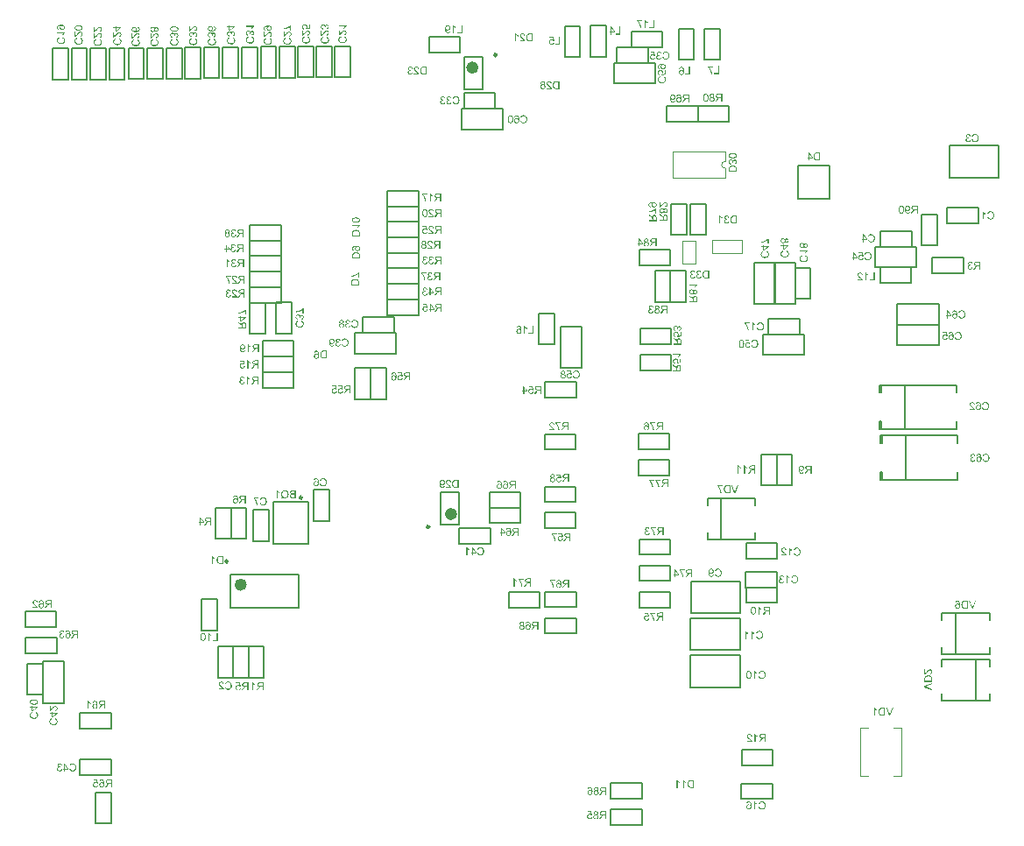
<source format=gbo>
G04*
G04 #@! TF.GenerationSoftware,Altium Limited,Altium Designer,18.1.2 (67)*
G04*
G04 Layer_Color=32896*
%FSLAX44Y44*%
%MOMM*%
G71*
G01*
G75*
%ADD10C,0.2000*%
%ADD11C,0.2500*%
%ADD12C,0.6000*%
%ADD13C,0.1000*%
%ADD104C,0.2540*%
G36*
X833707Y610184D02*
X833887Y610164D01*
X834066Y610124D01*
X834226Y610084D01*
X834376Y610025D01*
X834516Y609965D01*
X834655Y609905D01*
X834765Y609835D01*
X834875Y609765D01*
X834975Y609705D01*
X835055Y609645D01*
X835125Y609585D01*
X835174Y609545D01*
X835214Y609506D01*
X835234Y609486D01*
X835244Y609476D01*
X835364Y609336D01*
X835464Y609196D01*
X835554Y609036D01*
X835634Y608887D01*
X835704Y608727D01*
X835753Y608567D01*
X835833Y608268D01*
X835863Y608138D01*
X835883Y608008D01*
X835903Y607888D01*
X835913Y607789D01*
X835923Y607709D01*
Y607649D01*
Y607609D01*
Y607599D01*
X835913Y607389D01*
X835893Y607200D01*
X835863Y607010D01*
X835823Y606840D01*
X835773Y606680D01*
X835714Y606531D01*
X835654Y606391D01*
X835594Y606271D01*
X835534Y606161D01*
X835474Y606062D01*
X835414Y605972D01*
X835364Y605912D01*
X835324Y605852D01*
X835294Y605812D01*
X835274Y605792D01*
X835264Y605782D01*
X835135Y605662D01*
X835005Y605552D01*
X834875Y605463D01*
X834735Y605383D01*
X834595Y605313D01*
X834466Y605263D01*
X834336Y605213D01*
X834216Y605183D01*
X834096Y605153D01*
X833997Y605133D01*
X833897Y605113D01*
X833817Y605103D01*
X833747Y605093D01*
X833657D01*
X833447Y605103D01*
X833248Y605133D01*
X833068Y605183D01*
X832918Y605233D01*
X832779Y605283D01*
X832689Y605333D01*
X832649Y605343D01*
X832619Y605363D01*
X832609Y605373D01*
X832599D01*
X832429Y605483D01*
X832270Y605602D01*
X832140Y605722D01*
X832030Y605842D01*
X831940Y605942D01*
X831870Y606032D01*
X831830Y606082D01*
X831820Y606102D01*
Y606022D01*
Y605962D01*
Y605922D01*
Y605912D01*
X831830Y605692D01*
X831840Y605483D01*
X831860Y605283D01*
X831890Y605113D01*
X831920Y604964D01*
X831930Y604904D01*
X831940Y604854D01*
X831950Y604814D01*
Y604784D01*
X831960Y604764D01*
Y604754D01*
X832010Y604554D01*
X832070Y604375D01*
X832130Y604225D01*
X832190Y604095D01*
X832240Y603995D01*
X832270Y603915D01*
X832300Y603876D01*
X832310Y603856D01*
X832389Y603736D01*
X832479Y603636D01*
X832569Y603546D01*
X832659Y603466D01*
X832729Y603406D01*
X832789Y603366D01*
X832839Y603336D01*
X832849Y603326D01*
X832978Y603267D01*
X833108Y603217D01*
X833238Y603187D01*
X833348Y603157D01*
X833457Y603147D01*
X833537Y603137D01*
X833607D01*
X833787Y603147D01*
X833957Y603177D01*
X834096Y603227D01*
X834216Y603277D01*
X834316Y603326D01*
X834386Y603376D01*
X834426Y603406D01*
X834446Y603416D01*
X834556Y603536D01*
X834645Y603676D01*
X834725Y603826D01*
X834775Y603985D01*
X834825Y604115D01*
X834855Y604235D01*
X834865Y604275D01*
Y604305D01*
X834875Y604325D01*
Y604335D01*
X835783Y604265D01*
X835753Y604095D01*
X835723Y603945D01*
X835684Y603796D01*
X835634Y603666D01*
X835574Y603536D01*
X835524Y603416D01*
X835464Y603316D01*
X835404Y603217D01*
X835344Y603137D01*
X835294Y603067D01*
X835244Y602997D01*
X835194Y602947D01*
X835154Y602907D01*
X835125Y602877D01*
X835115Y602867D01*
X835105Y602857D01*
X834995Y602767D01*
X834875Y602698D01*
X834755Y602628D01*
X834635Y602568D01*
X834386Y602478D01*
X834156Y602418D01*
X834046Y602398D01*
X833947Y602388D01*
X833867Y602378D01*
X833787Y602368D01*
X833727Y602358D01*
X833637D01*
X833477Y602368D01*
X833328Y602378D01*
X833048Y602428D01*
X832799Y602498D01*
X832579Y602588D01*
X832489Y602628D01*
X832399Y602668D01*
X832329Y602708D01*
X832270Y602738D01*
X832220Y602767D01*
X832190Y602788D01*
X832170Y602807D01*
X832160D01*
X831930Y602997D01*
X831741Y603207D01*
X831571Y603426D01*
X831441Y603646D01*
X831331Y603836D01*
X831291Y603915D01*
X831261Y603995D01*
X831232Y604055D01*
X831211Y604095D01*
X831201Y604125D01*
Y604135D01*
X831142Y604305D01*
X831092Y604484D01*
X831012Y604864D01*
X830962Y605263D01*
X830942Y605453D01*
X830922Y605632D01*
X830912Y605812D01*
X830902Y605972D01*
X830892Y606111D01*
X830882Y606241D01*
Y606341D01*
Y606421D01*
Y606461D01*
Y606481D01*
Y606740D01*
X830892Y606980D01*
X830912Y607200D01*
X830932Y607409D01*
X830962Y607609D01*
X830982Y607779D01*
X831012Y607938D01*
X831042Y608088D01*
X831082Y608218D01*
X831112Y608328D01*
X831132Y608417D01*
X831162Y608497D01*
X831182Y608557D01*
X831201Y608607D01*
X831211Y608627D01*
Y608637D01*
X831341Y608907D01*
X831491Y609136D01*
X831651Y609326D01*
X831801Y609496D01*
X831940Y609615D01*
X832050Y609715D01*
X832090Y609745D01*
X832120Y609765D01*
X832140Y609785D01*
X832150D01*
X832389Y609925D01*
X832629Y610025D01*
X832859Y610094D01*
X833068Y610144D01*
X833248Y610174D01*
X833328Y610184D01*
X833388D01*
X833447Y610194D01*
X833517D01*
X833707Y610184D01*
D02*
G37*
G36*
X843280Y602488D02*
X842262D01*
Y605892D01*
X840944D01*
X840834Y605882D01*
X840734D01*
X840655Y605872D01*
X840595Y605862D01*
X840555D01*
X840535Y605852D01*
X840525D01*
X840355Y605792D01*
X840275Y605762D01*
X840206Y605722D01*
X840146Y605692D01*
X840106Y605662D01*
X840076Y605652D01*
X840066Y605642D01*
X839976Y605573D01*
X839886Y605503D01*
X839796Y605413D01*
X839716Y605323D01*
X839647Y605253D01*
X839597Y605183D01*
X839557Y605143D01*
X839547Y605123D01*
X839427Y604974D01*
X839307Y604804D01*
X839187Y604634D01*
X839068Y604464D01*
X838968Y604315D01*
X838918Y604245D01*
X838878Y604185D01*
X838848Y604145D01*
X838828Y604105D01*
X838808Y604085D01*
Y604075D01*
X837800Y602488D01*
X836522D01*
X837850Y604564D01*
X837999Y604784D01*
X838149Y604983D01*
X838289Y605163D01*
X838419Y605303D01*
X838539Y605423D01*
X838618Y605513D01*
X838678Y605563D01*
X838688Y605583D01*
X838698D01*
X838788Y605652D01*
X838878Y605722D01*
X839078Y605852D01*
X839167Y605902D01*
X839237Y605942D01*
X839287Y605962D01*
X839307Y605972D01*
X839107Y606002D01*
X838918Y606042D01*
X838748Y606092D01*
X838588Y606142D01*
X838439Y606201D01*
X838299Y606261D01*
X838179Y606321D01*
X838069Y606381D01*
X837980Y606441D01*
X837900Y606501D01*
X837830Y606551D01*
X837770Y606591D01*
X837730Y606631D01*
X837690Y606661D01*
X837680Y606670D01*
X837670Y606680D01*
X837580Y606790D01*
X837490Y606900D01*
X837420Y607020D01*
X837361Y607130D01*
X837271Y607359D01*
X837211Y607579D01*
X837171Y607769D01*
X837161Y607848D01*
X837151Y607918D01*
X837141Y607978D01*
Y608018D01*
Y608048D01*
Y608058D01*
X837151Y608288D01*
X837191Y608507D01*
X837241Y608707D01*
X837301Y608877D01*
X837361Y609016D01*
X837411Y609126D01*
X837430Y609166D01*
X837450Y609196D01*
X837460Y609206D01*
Y609216D01*
X837590Y609396D01*
X837730Y609555D01*
X837870Y609685D01*
X838009Y609785D01*
X838129Y609865D01*
X838229Y609915D01*
X838269Y609935D01*
X838299Y609945D01*
X838309Y609955D01*
X838319D01*
X838419Y609995D01*
X838539Y610025D01*
X838788Y610075D01*
X839047Y610114D01*
X839297Y610134D01*
X839417Y610144D01*
X839527Y610154D01*
X839616D01*
X839706Y610164D01*
X843280D01*
Y602488D01*
D02*
G37*
G36*
X827768Y610174D02*
X828037Y610124D01*
X828277Y610055D01*
X828476Y609975D01*
X828566Y609925D01*
X828636Y609885D01*
X828706Y609845D01*
X828756Y609815D01*
X828796Y609785D01*
X828826Y609765D01*
X828846Y609755D01*
X828856Y609745D01*
X829045Y609565D01*
X829215Y609356D01*
X829355Y609136D01*
X829475Y608937D01*
X829565Y608747D01*
X829604Y608667D01*
X829634Y608597D01*
X829654Y608537D01*
X829674Y608497D01*
X829684Y608467D01*
Y608457D01*
X829734Y608298D01*
X829774Y608128D01*
X829844Y607769D01*
X829894Y607399D01*
X829924Y607050D01*
X829944Y606890D01*
Y606740D01*
X829954Y606611D01*
X829964Y606501D01*
Y606401D01*
Y606331D01*
Y606291D01*
Y606271D01*
X829954Y605882D01*
X829934Y605513D01*
X829894Y605183D01*
X829844Y604874D01*
X829794Y604584D01*
X829724Y604335D01*
X829654Y604105D01*
X829584Y603895D01*
X829514Y603716D01*
X829455Y603566D01*
X829385Y603436D01*
X829335Y603326D01*
X829285Y603247D01*
X829245Y603197D01*
X829225Y603157D01*
X829215Y603147D01*
X829085Y603007D01*
X828956Y602887D01*
X828816Y602777D01*
X828676Y602688D01*
X828526Y602618D01*
X828377Y602548D01*
X828237Y602498D01*
X828097Y602458D01*
X827967Y602428D01*
X827848Y602398D01*
X827748Y602378D01*
X827648Y602368D01*
X827578D01*
X827518Y602358D01*
X827468D01*
X827318Y602368D01*
X827169Y602378D01*
X826899Y602428D01*
X826660Y602498D01*
X826460Y602588D01*
X826370Y602628D01*
X826300Y602668D01*
X826230Y602708D01*
X826180Y602738D01*
X826141Y602767D01*
X826101Y602788D01*
X826091Y602807D01*
X826081D01*
X825881Y602987D01*
X825711Y603197D01*
X825572Y603406D01*
X825452Y603616D01*
X825362Y603796D01*
X825322Y603876D01*
X825292Y603945D01*
X825272Y604005D01*
X825252Y604045D01*
X825242Y604075D01*
Y604085D01*
X825192Y604245D01*
X825152Y604415D01*
X825082Y604774D01*
X825033Y605143D01*
X824993Y605493D01*
X824983Y605652D01*
X824973Y605802D01*
Y605932D01*
X824963Y606042D01*
Y606142D01*
Y606211D01*
Y606251D01*
Y606271D01*
Y606481D01*
X824973Y606680D01*
X824983Y606860D01*
X824993Y607030D01*
X825003Y607200D01*
X825023Y607339D01*
X825033Y607479D01*
X825052Y607599D01*
X825072Y607709D01*
X825082Y607808D01*
X825102Y607888D01*
X825112Y607958D01*
X825122Y608008D01*
X825132Y608048D01*
X825142Y608068D01*
Y608078D01*
X825212Y608318D01*
X825282Y608547D01*
X825362Y608737D01*
X825442Y608907D01*
X825512Y609046D01*
X825562Y609146D01*
X825582Y609176D01*
X825602Y609206D01*
X825611Y609216D01*
Y609226D01*
X825731Y609396D01*
X825861Y609535D01*
X825991Y609655D01*
X826111Y609765D01*
X826220Y609845D01*
X826300Y609895D01*
X826360Y609935D01*
X826370Y609945D01*
X826380D01*
X826560Y610025D01*
X826749Y610084D01*
X826929Y610134D01*
X827099Y610164D01*
X827249Y610184D01*
X827309D01*
X827368Y610194D01*
X827618D01*
X827768Y610174D01*
D02*
G37*
G36*
X526488Y48082D02*
X526698Y48052D01*
X526897Y48012D01*
X527087Y47952D01*
X527257Y47883D01*
X527416Y47813D01*
X527566Y47733D01*
X527696Y47653D01*
X527806Y47563D01*
X527916Y47483D01*
X528005Y47414D01*
X528075Y47344D01*
X528135Y47284D01*
X528175Y47244D01*
X528195Y47214D01*
X528205Y47204D01*
X528345Y47004D01*
X528475Y46775D01*
X528584Y46535D01*
X528674Y46276D01*
X528754Y46006D01*
X528824Y45736D01*
X528874Y45467D01*
X528924Y45207D01*
X528954Y44958D01*
X528984Y44728D01*
X528994Y44519D01*
X529014Y44329D01*
Y44179D01*
X529024Y44119D01*
Y44069D01*
Y44029D01*
Y44000D01*
Y43980D01*
Y43970D01*
X529014Y43610D01*
X528994Y43281D01*
X528954Y42971D01*
X528904Y42682D01*
X528854Y42432D01*
X528794Y42193D01*
X528724Y41983D01*
X528654Y41793D01*
X528584Y41634D01*
X528515Y41494D01*
X528455Y41374D01*
X528405Y41284D01*
X528355Y41205D01*
X528315Y41155D01*
X528295Y41125D01*
X528285Y41115D01*
X528135Y40965D01*
X527985Y40835D01*
X527826Y40715D01*
X527666Y40616D01*
X527506Y40536D01*
X527347Y40466D01*
X527187Y40406D01*
X527037Y40366D01*
X526897Y40326D01*
X526768Y40306D01*
X526658Y40286D01*
X526558Y40266D01*
X526468D01*
X526408Y40256D01*
X526358D01*
X526109Y40266D01*
X525879Y40306D01*
X525670Y40356D01*
X525490Y40426D01*
X525340Y40486D01*
X525280Y40506D01*
X525220Y40536D01*
X525181Y40556D01*
X525151Y40576D01*
X525141Y40586D01*
X525131D01*
X524931Y40725D01*
X524761Y40875D01*
X524622Y41035D01*
X524492Y41185D01*
X524402Y41324D01*
X524332Y41434D01*
X524302Y41474D01*
X524282Y41504D01*
X524272Y41524D01*
Y41534D01*
X524162Y41774D01*
X524082Y42003D01*
X524033Y42233D01*
X523993Y42432D01*
X523973Y42612D01*
X523963Y42682D01*
X523953Y42752D01*
Y42802D01*
Y42842D01*
Y42862D01*
Y42872D01*
X523963Y43071D01*
X523983Y43261D01*
X524013Y43441D01*
X524053Y43620D01*
X524112Y43780D01*
X524162Y43920D01*
X524222Y44059D01*
X524282Y44179D01*
X524352Y44289D01*
X524412Y44389D01*
X524462Y44469D01*
X524512Y44539D01*
X524562Y44598D01*
X524592Y44638D01*
X524612Y44658D01*
X524622Y44668D01*
X524751Y44788D01*
X524881Y44898D01*
X525011Y44988D01*
X525151Y45078D01*
X525290Y45138D01*
X525420Y45197D01*
X525550Y45247D01*
X525670Y45277D01*
X525789Y45307D01*
X525889Y45327D01*
X525989Y45347D01*
X526069Y45357D01*
X526139Y45367D01*
X526229D01*
X526428Y45357D01*
X526618Y45327D01*
X526788Y45287D01*
X526947Y45237D01*
X527077Y45187D01*
X527167Y45148D01*
X527207Y45128D01*
X527237Y45118D01*
X527247Y45108D01*
X527257D01*
X527436Y45008D01*
X527596Y44878D01*
X527736Y44758D01*
X527856Y44628D01*
X527956Y44519D01*
X528025Y44429D01*
X528065Y44359D01*
X528085Y44349D01*
Y44549D01*
X528075Y44748D01*
X528055Y44938D01*
X528035Y45108D01*
X528016Y45267D01*
X527995Y45407D01*
X527976Y45547D01*
X527956Y45667D01*
X527926Y45766D01*
X527906Y45856D01*
X527886Y45936D01*
X527866Y46006D01*
X527846Y46056D01*
X527836Y46086D01*
X527826Y46106D01*
Y46116D01*
X527716Y46335D01*
X527606Y46525D01*
X527486Y46685D01*
X527377Y46814D01*
X527277Y46924D01*
X527197Y46994D01*
X527147Y47044D01*
X527127Y47054D01*
X526987Y47144D01*
X526857Y47204D01*
X526718Y47254D01*
X526598Y47284D01*
X526488Y47304D01*
X526408Y47314D01*
X526329D01*
X526129Y47294D01*
X525939Y47254D01*
X525779Y47184D01*
X525640Y47114D01*
X525530Y47044D01*
X525450Y46974D01*
X525400Y46934D01*
X525380Y46914D01*
X525300Y46805D01*
X525230Y46685D01*
X525160Y46555D01*
X525111Y46425D01*
X525071Y46305D01*
X525041Y46206D01*
X525031Y46166D01*
Y46136D01*
X525021Y46126D01*
Y46116D01*
X524082Y46186D01*
X524112Y46345D01*
X524142Y46505D01*
X524242Y46775D01*
X524302Y46904D01*
X524352Y47014D01*
X524412Y47124D01*
X524472Y47214D01*
X524532Y47304D01*
X524592Y47373D01*
X524641Y47433D01*
X524691Y47493D01*
X524731Y47533D01*
X524751Y47563D01*
X524771Y47573D01*
X524781Y47583D01*
X524891Y47673D01*
X525011Y47753D01*
X525131Y47823D01*
X525260Y47883D01*
X525510Y47972D01*
X525740Y48032D01*
X525849Y48052D01*
X525949Y48062D01*
X526039Y48072D01*
X526119Y48082D01*
X526179Y48092D01*
X526269D01*
X526488Y48082D01*
D02*
G37*
G36*
X542290Y40386D02*
X541272D01*
Y43790D01*
X539954D01*
X539844Y43780D01*
X539744D01*
X539665Y43770D01*
X539605Y43760D01*
X539565D01*
X539545Y43750D01*
X539535D01*
X539365Y43690D01*
X539285Y43660D01*
X539216Y43620D01*
X539156Y43590D01*
X539116Y43560D01*
X539086Y43550D01*
X539076Y43540D01*
X538986Y43471D01*
X538896Y43401D01*
X538806Y43311D01*
X538726Y43221D01*
X538657Y43151D01*
X538607Y43081D01*
X538567Y43041D01*
X538557Y43021D01*
X538437Y42872D01*
X538317Y42702D01*
X538197Y42532D01*
X538078Y42362D01*
X537978Y42213D01*
X537928Y42143D01*
X537888Y42083D01*
X537858Y42043D01*
X537838Y42003D01*
X537818Y41983D01*
Y41973D01*
X536810Y40386D01*
X535532D01*
X536860Y42462D01*
X537009Y42682D01*
X537159Y42881D01*
X537299Y43061D01*
X537429Y43201D01*
X537548Y43321D01*
X537628Y43411D01*
X537688Y43460D01*
X537698Y43481D01*
X537708D01*
X537798Y43550D01*
X537888Y43620D01*
X538088Y43750D01*
X538177Y43800D01*
X538247Y43840D01*
X538297Y43860D01*
X538317Y43870D01*
X538117Y43900D01*
X537928Y43940D01*
X537758Y43990D01*
X537598Y44040D01*
X537449Y44099D01*
X537309Y44159D01*
X537189Y44219D01*
X537079Y44279D01*
X536990Y44339D01*
X536910Y44399D01*
X536840Y44449D01*
X536780Y44489D01*
X536740Y44529D01*
X536700Y44559D01*
X536690Y44569D01*
X536680Y44578D01*
X536590Y44688D01*
X536500Y44798D01*
X536430Y44918D01*
X536371Y45028D01*
X536281Y45257D01*
X536221Y45477D01*
X536181Y45667D01*
X536171Y45746D01*
X536161Y45816D01*
X536151Y45876D01*
Y45916D01*
Y45946D01*
Y45956D01*
X536161Y46186D01*
X536201Y46405D01*
X536251Y46605D01*
X536311Y46775D01*
X536371Y46914D01*
X536421Y47024D01*
X536440Y47064D01*
X536460Y47094D01*
X536470Y47104D01*
Y47114D01*
X536600Y47294D01*
X536740Y47453D01*
X536880Y47583D01*
X537019Y47683D01*
X537139Y47763D01*
X537239Y47813D01*
X537279Y47833D01*
X537309Y47843D01*
X537319Y47853D01*
X537329D01*
X537429Y47893D01*
X537548Y47923D01*
X537798Y47972D01*
X538058Y48012D01*
X538307Y48032D01*
X538427Y48042D01*
X538537Y48052D01*
X538627D01*
X538716Y48062D01*
X542290D01*
Y40386D01*
D02*
G37*
G36*
X532617Y48082D02*
X532797Y48072D01*
X532957Y48042D01*
X533106Y48002D01*
X533246Y47962D01*
X533386Y47913D01*
X533506Y47853D01*
X533605Y47803D01*
X533705Y47753D01*
X533795Y47693D01*
X533865Y47643D01*
X533925Y47603D01*
X533975Y47563D01*
X534005Y47543D01*
X534025Y47523D01*
X534035Y47513D01*
X534145Y47403D01*
X534234Y47294D01*
X534314Y47174D01*
X534384Y47054D01*
X534434Y46934D01*
X534484Y46814D01*
X534554Y46595D01*
X534604Y46405D01*
X534614Y46315D01*
X534624Y46246D01*
X534634Y46186D01*
Y46146D01*
Y46116D01*
Y46106D01*
X534624Y45906D01*
X534594Y45726D01*
X534544Y45567D01*
X534494Y45427D01*
X534444Y45317D01*
X534394Y45227D01*
X534364Y45177D01*
X534354Y45157D01*
X534234Y45018D01*
X534105Y44888D01*
X533955Y44788D01*
X533815Y44698D01*
X533685Y44628D01*
X533586Y44578D01*
X533546Y44559D01*
X533516Y44549D01*
X533496Y44539D01*
X533486D01*
X533735Y44459D01*
X533945Y44359D01*
X534134Y44239D01*
X534284Y44129D01*
X534404Y44019D01*
X534494Y43930D01*
X534544Y43870D01*
X534564Y43860D01*
Y43850D01*
X534693Y43650D01*
X534783Y43441D01*
X534853Y43241D01*
X534893Y43041D01*
X534923Y42862D01*
X534933Y42792D01*
Y42732D01*
X534943Y42672D01*
Y42632D01*
Y42612D01*
Y42602D01*
X534933Y42422D01*
X534913Y42243D01*
X534883Y42073D01*
X534833Y41913D01*
X534783Y41764D01*
X534724Y41624D01*
X534664Y41504D01*
X534594Y41384D01*
X534534Y41284D01*
X534474Y41195D01*
X534414Y41115D01*
X534364Y41045D01*
X534314Y40995D01*
X534284Y40955D01*
X534264Y40935D01*
X534254Y40925D01*
X534115Y40805D01*
X533975Y40705D01*
X533825Y40616D01*
X533675Y40536D01*
X533516Y40476D01*
X533366Y40416D01*
X533076Y40336D01*
X532937Y40316D01*
X532817Y40296D01*
X532707Y40276D01*
X532607Y40266D01*
X532527Y40256D01*
X532418D01*
X532208Y40266D01*
X532018Y40286D01*
X531829Y40316D01*
X531659Y40366D01*
X531489Y40416D01*
X531339Y40466D01*
X531210Y40526D01*
X531080Y40596D01*
X530970Y40655D01*
X530870Y40715D01*
X530790Y40765D01*
X530721Y40825D01*
X530661Y40865D01*
X530621Y40895D01*
X530601Y40915D01*
X530591Y40925D01*
X530471Y41055D01*
X530361Y41185D01*
X530271Y41324D01*
X530182Y41464D01*
X530122Y41604D01*
X530062Y41744D01*
X530012Y41873D01*
X529982Y42003D01*
X529952Y42123D01*
X529932Y42223D01*
X529912Y42323D01*
X529902Y42412D01*
X529892Y42482D01*
Y42532D01*
Y42562D01*
Y42572D01*
X529912Y42832D01*
X529952Y43071D01*
X530012Y43281D01*
X530072Y43460D01*
X530142Y43600D01*
X530172Y43660D01*
X530202Y43710D01*
X530232Y43750D01*
X530242Y43780D01*
X530261Y43790D01*
Y43800D01*
X530411Y43980D01*
X530581Y44129D01*
X530761Y44259D01*
X530940Y44359D01*
X531100Y44439D01*
X531160Y44469D01*
X531220Y44499D01*
X531270Y44519D01*
X531310Y44529D01*
X531329Y44539D01*
X531339D01*
X531140Y44628D01*
X530970Y44728D01*
X530821Y44828D01*
X530701Y44928D01*
X530611Y45018D01*
X530541Y45088D01*
X530501Y45128D01*
X530491Y45148D01*
X530391Y45307D01*
X530321Y45467D01*
X530271Y45617D01*
X530242Y45766D01*
X530211Y45896D01*
X530202Y45996D01*
Y46036D01*
Y46066D01*
Y46076D01*
Y46086D01*
X530211Y46236D01*
X530232Y46385D01*
X530261Y46525D01*
X530301Y46665D01*
X530401Y46904D01*
X530511Y47114D01*
X530571Y47194D01*
X530621Y47274D01*
X530681Y47344D01*
X530721Y47403D01*
X530761Y47443D01*
X530790Y47473D01*
X530811Y47493D01*
X530821Y47503D01*
X530940Y47603D01*
X531060Y47703D01*
X531200Y47773D01*
X531329Y47843D01*
X531469Y47903D01*
X531599Y47952D01*
X531859Y48022D01*
X531978Y48042D01*
X532088Y48062D01*
X532188Y48072D01*
X532268Y48082D01*
X532338Y48092D01*
X532438D01*
X532617Y48082D01*
D02*
G37*
G36*
X528550Y20652D02*
X527662Y20522D01*
X527582Y20642D01*
X527492Y20741D01*
X527392Y20841D01*
X527302Y20911D01*
X527222Y20981D01*
X527163Y21021D01*
X527123Y21051D01*
X527103Y21061D01*
X526963Y21131D01*
X526813Y21191D01*
X526673Y21230D01*
X526554Y21251D01*
X526434Y21270D01*
X526354Y21280D01*
X526134D01*
X526015Y21260D01*
X525775Y21210D01*
X525575Y21131D01*
X525406Y21051D01*
X525266Y20961D01*
X525166Y20881D01*
X525136Y20851D01*
X525106Y20831D01*
X525086Y20821D01*
Y20811D01*
X525006Y20721D01*
X524936Y20622D01*
X524827Y20412D01*
X524747Y20202D01*
X524697Y19993D01*
X524657Y19813D01*
X524647Y19733D01*
Y19663D01*
X524637Y19613D01*
Y19573D01*
Y19543D01*
Y19533D01*
Y19374D01*
X524657Y19234D01*
X524707Y18965D01*
X524787Y18735D01*
X524867Y18535D01*
X524916Y18455D01*
X524957Y18386D01*
X524996Y18316D01*
X525036Y18266D01*
X525066Y18226D01*
X525086Y18196D01*
X525096Y18186D01*
X525106Y18176D01*
X525196Y18086D01*
X525286Y18006D01*
X525386Y17936D01*
X525485Y17887D01*
X525675Y17787D01*
X525865Y17727D01*
X526025Y17697D01*
X526094Y17687D01*
X526144Y17677D01*
X526194Y17667D01*
X526264D01*
X526474Y17687D01*
X526653Y17727D01*
X526823Y17777D01*
X526963Y17846D01*
X527073Y17906D01*
X527163Y17966D01*
X527212Y18006D01*
X527232Y18016D01*
X527362Y18166D01*
X527472Y18336D01*
X527562Y18515D01*
X527632Y18695D01*
X527672Y18845D01*
X527692Y18915D01*
X527711Y18974D01*
X527721Y19024D01*
Y19064D01*
X527732Y19084D01*
Y19094D01*
X528720Y19024D01*
X528700Y18845D01*
X528660Y18675D01*
X528620Y18525D01*
X528560Y18376D01*
X528510Y18236D01*
X528440Y18106D01*
X528380Y17986D01*
X528311Y17887D01*
X528251Y17787D01*
X528181Y17707D01*
X528131Y17637D01*
X528071Y17577D01*
X528031Y17527D01*
X528001Y17497D01*
X527981Y17477D01*
X527971Y17467D01*
X527841Y17367D01*
X527711Y17277D01*
X527572Y17198D01*
X527422Y17138D01*
X527282Y17078D01*
X527143Y17028D01*
X526873Y16958D01*
X526743Y16938D01*
X526633Y16918D01*
X526524Y16908D01*
X526434Y16898D01*
X526364Y16888D01*
X526264D01*
X526035Y16898D01*
X525815Y16928D01*
X525605Y16978D01*
X525406Y17038D01*
X525226Y17108D01*
X525066Y17178D01*
X524916Y17268D01*
X524777Y17357D01*
X524657Y17437D01*
X524547Y17527D01*
X524457Y17597D01*
X524388Y17677D01*
X524328Y17727D01*
X524278Y17777D01*
X524258Y17807D01*
X524248Y17817D01*
X524138Y17966D01*
X524048Y18116D01*
X523968Y18266D01*
X523898Y18415D01*
X523838Y18565D01*
X523788Y18715D01*
X523719Y19004D01*
X523689Y19124D01*
X523669Y19244D01*
X523659Y19354D01*
X523649Y19444D01*
X523639Y19514D01*
Y19563D01*
Y19603D01*
Y19613D01*
X523649Y19813D01*
X523669Y20003D01*
X523699Y20182D01*
X523749Y20362D01*
X523798Y20522D01*
X523858Y20661D01*
X523918Y20801D01*
X523988Y20921D01*
X524048Y21031D01*
X524118Y21131D01*
X524178Y21210D01*
X524228Y21280D01*
X524278Y21340D01*
X524308Y21380D01*
X524328Y21400D01*
X524338Y21410D01*
X524467Y21530D01*
X524607Y21640D01*
X524747Y21730D01*
X524887Y21819D01*
X525036Y21879D01*
X525176Y21939D01*
X525306Y21989D01*
X525436Y22019D01*
X525565Y22049D01*
X525675Y22069D01*
X525775Y22089D01*
X525855Y22099D01*
X525925Y22109D01*
X526025D01*
X526164Y22099D01*
X526304Y22089D01*
X526574Y22029D01*
X526813Y21959D01*
X527033Y21869D01*
X527133Y21819D01*
X527212Y21779D01*
X527292Y21730D01*
X527352Y21700D01*
X527402Y21670D01*
X527442Y21640D01*
X527462Y21630D01*
X527472Y21620D01*
X527063Y23696D01*
X523998D01*
Y24595D01*
X527811D01*
X528550Y20652D01*
D02*
G37*
G36*
X542036Y17018D02*
X541018D01*
Y20422D01*
X539700D01*
X539590Y20412D01*
X539491D01*
X539411Y20402D01*
X539351Y20392D01*
X539311D01*
X539291Y20382D01*
X539281D01*
X539111Y20322D01*
X539031Y20292D01*
X538961Y20252D01*
X538902Y20222D01*
X538862Y20192D01*
X538832Y20182D01*
X538822Y20172D01*
X538732Y20103D01*
X538642Y20033D01*
X538552Y19943D01*
X538472Y19853D01*
X538402Y19783D01*
X538353Y19713D01*
X538313Y19673D01*
X538303Y19653D01*
X538183Y19504D01*
X538063Y19334D01*
X537943Y19164D01*
X537823Y18994D01*
X537724Y18845D01*
X537674Y18775D01*
X537634Y18715D01*
X537604Y18675D01*
X537584Y18635D01*
X537564Y18615D01*
Y18605D01*
X536556Y17018D01*
X535278D01*
X536606Y19094D01*
X536755Y19314D01*
X536905Y19514D01*
X537045Y19693D01*
X537175Y19833D01*
X537295Y19953D01*
X537374Y20043D01*
X537434Y20092D01*
X537444Y20113D01*
X537454D01*
X537544Y20182D01*
X537634Y20252D01*
X537834Y20382D01*
X537923Y20432D01*
X537993Y20472D01*
X538043Y20492D01*
X538063Y20502D01*
X537863Y20532D01*
X537674Y20572D01*
X537504Y20622D01*
X537344Y20672D01*
X537195Y20731D01*
X537055Y20791D01*
X536935Y20851D01*
X536825Y20911D01*
X536735Y20971D01*
X536656Y21031D01*
X536586Y21081D01*
X536526Y21121D01*
X536486Y21161D01*
X536446Y21191D01*
X536436Y21200D01*
X536426Y21210D01*
X536336Y21320D01*
X536246Y21430D01*
X536176Y21550D01*
X536117Y21660D01*
X536027Y21889D01*
X535967Y22109D01*
X535927Y22299D01*
X535917Y22378D01*
X535907Y22448D01*
X535897Y22508D01*
Y22548D01*
Y22578D01*
Y22588D01*
X535907Y22818D01*
X535947Y23037D01*
X535997Y23237D01*
X536057Y23407D01*
X536117Y23546D01*
X536166Y23656D01*
X536186Y23696D01*
X536206Y23726D01*
X536216Y23736D01*
Y23746D01*
X536346Y23926D01*
X536486Y24085D01*
X536626Y24215D01*
X536765Y24315D01*
X536885Y24395D01*
X536985Y24445D01*
X537025Y24465D01*
X537055Y24475D01*
X537065Y24485D01*
X537075D01*
X537175Y24525D01*
X537295Y24555D01*
X537544Y24604D01*
X537803Y24644D01*
X538053Y24664D01*
X538173Y24674D01*
X538283Y24684D01*
X538372D01*
X538462Y24694D01*
X542036D01*
Y17018D01*
D02*
G37*
G36*
X532363Y24714D02*
X532543Y24704D01*
X532703Y24674D01*
X532852Y24634D01*
X532992Y24595D01*
X533132Y24545D01*
X533252Y24485D01*
X533352Y24435D01*
X533451Y24385D01*
X533541Y24325D01*
X533611Y24275D01*
X533671Y24235D01*
X533721Y24195D01*
X533751Y24175D01*
X533771Y24155D01*
X533781Y24145D01*
X533890Y24035D01*
X533980Y23926D01*
X534060Y23806D01*
X534130Y23686D01*
X534180Y23566D01*
X534230Y23447D01*
X534300Y23227D01*
X534350Y23037D01*
X534360Y22947D01*
X534370Y22878D01*
X534380Y22818D01*
Y22778D01*
Y22748D01*
Y22738D01*
X534370Y22538D01*
X534340Y22359D01*
X534290Y22199D01*
X534240Y22059D01*
X534190Y21949D01*
X534140Y21859D01*
X534110Y21809D01*
X534100Y21790D01*
X533980Y21650D01*
X533851Y21520D01*
X533701Y21420D01*
X533561Y21330D01*
X533431Y21260D01*
X533331Y21210D01*
X533292Y21191D01*
X533262Y21181D01*
X533242Y21171D01*
X533232D01*
X533481Y21091D01*
X533691Y20991D01*
X533881Y20871D01*
X534030Y20761D01*
X534150Y20652D01*
X534240Y20562D01*
X534290Y20502D01*
X534310Y20492D01*
Y20482D01*
X534440Y20282D01*
X534529Y20073D01*
X534599Y19873D01*
X534639Y19673D01*
X534669Y19494D01*
X534679Y19424D01*
Y19364D01*
X534689Y19304D01*
Y19264D01*
Y19244D01*
Y19234D01*
X534679Y19054D01*
X534659Y18875D01*
X534629Y18705D01*
X534579Y18545D01*
X534529Y18396D01*
X534469Y18256D01*
X534410Y18136D01*
X534340Y18016D01*
X534280Y17916D01*
X534220Y17827D01*
X534160Y17747D01*
X534110Y17677D01*
X534060Y17627D01*
X534030Y17587D01*
X534010Y17567D01*
X534000Y17557D01*
X533861Y17437D01*
X533721Y17337D01*
X533571Y17248D01*
X533421Y17168D01*
X533262Y17108D01*
X533112Y17048D01*
X532822Y16968D01*
X532683Y16948D01*
X532563Y16928D01*
X532453Y16908D01*
X532353Y16898D01*
X532273Y16888D01*
X532164D01*
X531954Y16898D01*
X531764Y16918D01*
X531575Y16948D01*
X531405Y16998D01*
X531235Y17048D01*
X531086Y17098D01*
X530956Y17158D01*
X530826Y17228D01*
X530716Y17287D01*
X530616Y17347D01*
X530536Y17397D01*
X530467Y17457D01*
X530407Y17497D01*
X530367Y17527D01*
X530347Y17547D01*
X530337Y17557D01*
X530217Y17687D01*
X530107Y17817D01*
X530017Y17956D01*
X529928Y18096D01*
X529868Y18236D01*
X529808Y18376D01*
X529758Y18505D01*
X529728Y18635D01*
X529698Y18755D01*
X529678Y18855D01*
X529658Y18954D01*
X529648Y19044D01*
X529638Y19114D01*
Y19164D01*
Y19194D01*
Y19204D01*
X529658Y19464D01*
X529698Y19703D01*
X529758Y19913D01*
X529818Y20092D01*
X529888Y20232D01*
X529918Y20292D01*
X529948Y20342D01*
X529977Y20382D01*
X529987Y20412D01*
X530007Y20422D01*
Y20432D01*
X530157Y20612D01*
X530327Y20761D01*
X530507Y20891D01*
X530686Y20991D01*
X530846Y21071D01*
X530906Y21101D01*
X530966Y21131D01*
X531016Y21151D01*
X531056Y21161D01*
X531076Y21171D01*
X531086D01*
X530886Y21260D01*
X530716Y21360D01*
X530566Y21460D01*
X530447Y21560D01*
X530357Y21650D01*
X530287Y21720D01*
X530247Y21760D01*
X530237Y21779D01*
X530137Y21939D01*
X530067Y22099D01*
X530017Y22249D01*
X529987Y22398D01*
X529958Y22528D01*
X529948Y22628D01*
Y22668D01*
Y22698D01*
Y22708D01*
Y22718D01*
X529958Y22868D01*
X529977Y23017D01*
X530007Y23157D01*
X530047Y23297D01*
X530147Y23536D01*
X530257Y23746D01*
X530317Y23826D01*
X530367Y23906D01*
X530427Y23976D01*
X530467Y24035D01*
X530507Y24075D01*
X530536Y24105D01*
X530556Y24125D01*
X530566Y24135D01*
X530686Y24235D01*
X530806Y24335D01*
X530946Y24405D01*
X531076Y24475D01*
X531215Y24535D01*
X531345Y24585D01*
X531605Y24654D01*
X531724Y24674D01*
X531834Y24694D01*
X531934Y24704D01*
X532014Y24714D01*
X532084Y24724D01*
X532184D01*
X532363Y24714D01*
D02*
G37*
G36*
X616934Y54761D02*
X617064Y54581D01*
X617204Y54401D01*
X617333Y54251D01*
X617463Y54112D01*
X617563Y54012D01*
X617603Y53972D01*
X617633Y53942D01*
X617653Y53932D01*
X617663Y53922D01*
X617892Y53732D01*
X618122Y53563D01*
X618362Y53403D01*
X618571Y53273D01*
X618761Y53173D01*
X618841Y53123D01*
X618911Y53094D01*
X618961Y53064D01*
X619001Y53044D01*
X619030Y53024D01*
X619040D01*
Y52105D01*
X618871Y52175D01*
X618701Y52255D01*
X618531Y52335D01*
X618382Y52415D01*
X618252Y52485D01*
X618142Y52544D01*
X618102Y52565D01*
X618072Y52585D01*
X618062Y52594D01*
X618052D01*
X617853Y52714D01*
X617683Y52834D01*
X617523Y52944D01*
X617393Y53044D01*
X617294Y53123D01*
X617214Y53193D01*
X617174Y53233D01*
X617154Y53243D01*
Y47244D01*
X616216D01*
Y54950D01*
X616824D01*
X616934Y54761D01*
D02*
G37*
G36*
X610975D02*
X611105Y54581D01*
X611244Y54401D01*
X611374Y54251D01*
X611504Y54112D01*
X611604Y54012D01*
X611644Y53972D01*
X611674Y53942D01*
X611693Y53932D01*
X611703Y53922D01*
X611933Y53732D01*
X612163Y53563D01*
X612402Y53403D01*
X612612Y53273D01*
X612802Y53173D01*
X612881Y53123D01*
X612951Y53094D01*
X613001Y53064D01*
X613041Y53044D01*
X613071Y53024D01*
X613081D01*
Y52105D01*
X612911Y52175D01*
X612742Y52255D01*
X612572Y52335D01*
X612422Y52415D01*
X612293Y52485D01*
X612183Y52544D01*
X612143Y52565D01*
X612113Y52585D01*
X612103Y52594D01*
X612093D01*
X611893Y52714D01*
X611724Y52834D01*
X611564Y52944D01*
X611434Y53044D01*
X611334Y53123D01*
X611254Y53193D01*
X611214Y53233D01*
X611194Y53243D01*
Y47244D01*
X610256D01*
Y54950D01*
X610865D01*
X610975Y54761D01*
D02*
G37*
G36*
X627126Y47244D02*
X624361D01*
X624111Y47254D01*
X623872Y47264D01*
X623662Y47284D01*
X623483Y47314D01*
X623333Y47334D01*
X623273Y47344D01*
X623223Y47354D01*
X623183Y47364D01*
X623153D01*
X623143Y47374D01*
X623133D01*
X622943Y47424D01*
X622764Y47484D01*
X622604Y47553D01*
X622474Y47613D01*
X622365Y47663D01*
X622285Y47713D01*
X622235Y47743D01*
X622215Y47753D01*
X622075Y47863D01*
X621935Y47973D01*
X621815Y48092D01*
X621716Y48202D01*
X621626Y48302D01*
X621566Y48382D01*
X621516Y48432D01*
X621506Y48452D01*
X621396Y48622D01*
X621286Y48811D01*
X621197Y49001D01*
X621127Y49180D01*
X621067Y49330D01*
X621047Y49400D01*
X621027Y49460D01*
X621007Y49500D01*
X620997Y49540D01*
X620987Y49560D01*
Y49570D01*
X620917Y49829D01*
X620867Y50099D01*
X620827Y50358D01*
X620807Y50598D01*
X620797Y50708D01*
X620787Y50808D01*
Y50897D01*
X620777Y50967D01*
Y51037D01*
Y51077D01*
Y51107D01*
Y51117D01*
X620787Y51486D01*
X620827Y51836D01*
X620847Y51996D01*
X620877Y52145D01*
X620907Y52285D01*
X620927Y52415D01*
X620957Y52535D01*
X620987Y52634D01*
X621017Y52724D01*
X621037Y52804D01*
X621057Y52864D01*
X621077Y52904D01*
X621087Y52934D01*
Y52944D01*
X621207Y53233D01*
X621356Y53483D01*
X621506Y53713D01*
X621656Y53902D01*
X621726Y53982D01*
X621786Y54052D01*
X621845Y54112D01*
X621895Y54162D01*
X621935Y54202D01*
X621965Y54232D01*
X621985Y54241D01*
X621995Y54251D01*
X622175Y54391D01*
X622365Y54511D01*
X622554Y54601D01*
X622734Y54681D01*
X622884Y54731D01*
X622953Y54751D01*
X623013Y54771D01*
X623053Y54781D01*
X623093Y54791D01*
X623113Y54801D01*
X623123D01*
X623313Y54840D01*
X623532Y54870D01*
X623762Y54890D01*
X623982Y54910D01*
X624171D01*
X624261Y54920D01*
X627126D01*
Y47244D01*
D02*
G37*
G36*
X871903Y483947D02*
X871014Y483818D01*
X870934Y483937D01*
X870844Y484037D01*
X870745Y484137D01*
X870655Y484207D01*
X870575Y484277D01*
X870515Y484317D01*
X870475Y484347D01*
X870455Y484357D01*
X870315Y484427D01*
X870166Y484487D01*
X870026Y484526D01*
X869906Y484547D01*
X869786Y484566D01*
X869706Y484576D01*
X869487D01*
X869367Y484556D01*
X869128Y484506D01*
X868928Y484427D01*
X868758Y484347D01*
X868618Y484257D01*
X868519Y484177D01*
X868489Y484147D01*
X868459Y484127D01*
X868439Y484117D01*
Y484107D01*
X868359Y484017D01*
X868289Y483918D01*
X868179Y483708D01*
X868099Y483498D01*
X868049Y483289D01*
X868009Y483109D01*
X868000Y483029D01*
Y482959D01*
X867990Y482909D01*
Y482869D01*
Y482840D01*
Y482830D01*
Y482670D01*
X868009Y482530D01*
X868059Y482261D01*
X868139Y482031D01*
X868219Y481831D01*
X868269Y481751D01*
X868309Y481682D01*
X868349Y481612D01*
X868389Y481562D01*
X868419Y481522D01*
X868439Y481492D01*
X868449Y481482D01*
X868459Y481472D01*
X868549Y481382D01*
X868638Y481302D01*
X868738Y481232D01*
X868838Y481183D01*
X869028Y481083D01*
X869217Y481023D01*
X869377Y480993D01*
X869447Y480983D01*
X869497Y480973D01*
X869547Y480963D01*
X869617D01*
X869826Y480983D01*
X870006Y481023D01*
X870176Y481073D01*
X870315Y481143D01*
X870425Y481202D01*
X870515Y481262D01*
X870565Y481302D01*
X870585Y481312D01*
X870715Y481462D01*
X870825Y481632D01*
X870914Y481811D01*
X870984Y481991D01*
X871024Y482141D01*
X871044Y482211D01*
X871064Y482271D01*
X871074Y482320D01*
Y482360D01*
X871084Y482380D01*
Y482390D01*
X872072Y482320D01*
X872052Y482141D01*
X872012Y481971D01*
X871973Y481821D01*
X871913Y481672D01*
X871863Y481532D01*
X871793Y481402D01*
X871733Y481282D01*
X871663Y481183D01*
X871603Y481083D01*
X871533Y481003D01*
X871483Y480933D01*
X871423Y480873D01*
X871384Y480823D01*
X871354Y480793D01*
X871334Y480773D01*
X871324Y480763D01*
X871194Y480663D01*
X871064Y480574D01*
X870924Y480494D01*
X870775Y480434D01*
X870635Y480374D01*
X870495Y480324D01*
X870226Y480254D01*
X870096Y480234D01*
X869986Y480214D01*
X869876Y480204D01*
X869786Y480194D01*
X869716Y480184D01*
X869617D01*
X869387Y480194D01*
X869167Y480224D01*
X868958Y480274D01*
X868758Y480334D01*
X868578Y480404D01*
X868419Y480474D01*
X868269Y480564D01*
X868129Y480653D01*
X868009Y480733D01*
X867900Y480823D01*
X867810Y480893D01*
X867740Y480973D01*
X867680Y481023D01*
X867630Y481073D01*
X867610Y481103D01*
X867600Y481113D01*
X867490Y481262D01*
X867401Y481412D01*
X867321Y481562D01*
X867251Y481712D01*
X867191Y481861D01*
X867141Y482011D01*
X867071Y482300D01*
X867041Y482420D01*
X867021Y482540D01*
X867011Y482650D01*
X867001Y482740D01*
X866991Y482809D01*
Y482859D01*
Y482899D01*
Y482909D01*
X867001Y483109D01*
X867021Y483299D01*
X867051Y483478D01*
X867101Y483658D01*
X867151Y483818D01*
X867211Y483957D01*
X867271Y484097D01*
X867341Y484217D01*
X867401Y484327D01*
X867470Y484427D01*
X867530Y484506D01*
X867580Y484576D01*
X867630Y484636D01*
X867660Y484676D01*
X867680Y484696D01*
X867690Y484706D01*
X867820Y484826D01*
X867960Y484936D01*
X868099Y485026D01*
X868239Y485115D01*
X868389Y485175D01*
X868529Y485235D01*
X868658Y485285D01*
X868788Y485315D01*
X868918Y485345D01*
X869028Y485365D01*
X869128Y485385D01*
X869207Y485395D01*
X869277Y485405D01*
X869377D01*
X869517Y485395D01*
X869657Y485385D01*
X869926Y485325D01*
X870166Y485255D01*
X870385Y485165D01*
X870485Y485115D01*
X870565Y485075D01*
X870645Y485026D01*
X870705Y484996D01*
X870755Y484966D01*
X870795Y484936D01*
X870815Y484926D01*
X870825Y484916D01*
X870415Y486992D01*
X867351D01*
Y487891D01*
X871164D01*
X871903Y483947D01*
D02*
G37*
G36*
X875546Y488010D02*
X875756Y487980D01*
X875955Y487940D01*
X876145Y487881D01*
X876315Y487811D01*
X876474Y487741D01*
X876624Y487661D01*
X876754Y487581D01*
X876864Y487491D01*
X876974Y487411D01*
X877063Y487341D01*
X877133Y487272D01*
X877193Y487212D01*
X877233Y487172D01*
X877253Y487142D01*
X877263Y487132D01*
X877403Y486932D01*
X877533Y486703D01*
X877642Y486463D01*
X877732Y486203D01*
X877812Y485934D01*
X877882Y485664D01*
X877932Y485395D01*
X877982Y485135D01*
X878012Y484886D01*
X878042Y484656D01*
X878052Y484447D01*
X878072Y484257D01*
Y484107D01*
X878082Y484047D01*
Y483997D01*
Y483957D01*
Y483928D01*
Y483908D01*
Y483898D01*
X878072Y483538D01*
X878052Y483209D01*
X878012Y482899D01*
X877962Y482610D01*
X877912Y482360D01*
X877852Y482121D01*
X877782Y481911D01*
X877712Y481721D01*
X877642Y481562D01*
X877572Y481422D01*
X877513Y481302D01*
X877463Y481212D01*
X877413Y481133D01*
X877373Y481083D01*
X877353Y481053D01*
X877343Y481043D01*
X877193Y480893D01*
X877043Y480763D01*
X876884Y480643D01*
X876724Y480544D01*
X876564Y480464D01*
X876405Y480394D01*
X876245Y480334D01*
X876095Y480294D01*
X875955Y480254D01*
X875826Y480234D01*
X875716Y480214D01*
X875616Y480194D01*
X875526D01*
X875466Y480184D01*
X875416D01*
X875167Y480194D01*
X874937Y480234D01*
X874728Y480284D01*
X874548Y480354D01*
X874398Y480414D01*
X874338Y480434D01*
X874278Y480464D01*
X874238Y480484D01*
X874209Y480504D01*
X874199Y480514D01*
X874189D01*
X873989Y480653D01*
X873819Y480803D01*
X873679Y480963D01*
X873550Y481113D01*
X873460Y481252D01*
X873390Y481362D01*
X873360Y481402D01*
X873340Y481432D01*
X873330Y481452D01*
Y481462D01*
X873220Y481702D01*
X873140Y481931D01*
X873091Y482161D01*
X873051Y482360D01*
X873031Y482540D01*
X873021Y482610D01*
X873011Y482680D01*
Y482730D01*
Y482770D01*
Y482790D01*
Y482800D01*
X873021Y482999D01*
X873041Y483189D01*
X873071Y483369D01*
X873110Y483548D01*
X873170Y483708D01*
X873220Y483848D01*
X873280Y483987D01*
X873340Y484107D01*
X873410Y484217D01*
X873470Y484317D01*
X873520Y484397D01*
X873570Y484467D01*
X873620Y484526D01*
X873650Y484566D01*
X873669Y484586D01*
X873679Y484596D01*
X873809Y484716D01*
X873939Y484826D01*
X874069Y484916D01*
X874209Y485006D01*
X874348Y485065D01*
X874478Y485125D01*
X874608Y485175D01*
X874728Y485205D01*
X874847Y485235D01*
X874947Y485255D01*
X875047Y485275D01*
X875127Y485285D01*
X875197Y485295D01*
X875287D01*
X875486Y485285D01*
X875676Y485255D01*
X875846Y485215D01*
X876005Y485165D01*
X876135Y485115D01*
X876225Y485075D01*
X876265Y485056D01*
X876295Y485046D01*
X876305Y485036D01*
X876315D01*
X876494Y484936D01*
X876654Y484806D01*
X876794Y484686D01*
X876914Y484556D01*
X877013Y484447D01*
X877083Y484357D01*
X877123Y484287D01*
X877143Y484277D01*
Y484477D01*
X877133Y484676D01*
X877113Y484866D01*
X877093Y485036D01*
X877073Y485195D01*
X877053Y485335D01*
X877033Y485475D01*
X877013Y485595D01*
X876983Y485694D01*
X876964Y485784D01*
X876944Y485864D01*
X876924Y485934D01*
X876904Y485984D01*
X876894Y486014D01*
X876884Y486034D01*
Y486044D01*
X876774Y486263D01*
X876664Y486453D01*
X876544Y486613D01*
X876434Y486743D01*
X876335Y486852D01*
X876255Y486922D01*
X876205Y486972D01*
X876185Y486982D01*
X876045Y487072D01*
X875915Y487132D01*
X875776Y487182D01*
X875656Y487212D01*
X875546Y487232D01*
X875466Y487242D01*
X875386D01*
X875187Y487222D01*
X874997Y487182D01*
X874837Y487112D01*
X874698Y487042D01*
X874588Y486972D01*
X874508Y486902D01*
X874458Y486862D01*
X874438Y486842D01*
X874358Y486733D01*
X874288Y486613D01*
X874219Y486483D01*
X874169Y486353D01*
X874129Y486233D01*
X874099Y486134D01*
X874089Y486094D01*
Y486064D01*
X874079Y486054D01*
Y486044D01*
X873140Y486114D01*
X873170Y486273D01*
X873200Y486433D01*
X873300Y486703D01*
X873360Y486832D01*
X873410Y486942D01*
X873470Y487052D01*
X873530Y487142D01*
X873590Y487232D01*
X873650Y487301D01*
X873699Y487361D01*
X873749Y487421D01*
X873789Y487461D01*
X873809Y487491D01*
X873829Y487501D01*
X873839Y487511D01*
X873949Y487601D01*
X874069Y487681D01*
X874189Y487751D01*
X874318Y487811D01*
X874568Y487901D01*
X874797Y487960D01*
X874907Y487980D01*
X875007Y487990D01*
X875097Y488000D01*
X875177Y488010D01*
X875237Y488020D01*
X875327D01*
X875546Y488010D01*
D02*
G37*
G36*
X882444Y488100D02*
X882793Y488050D01*
X883113Y487970D01*
X883252Y487930D01*
X883392Y487891D01*
X883512Y487841D01*
X883622Y487801D01*
X883711Y487761D01*
X883791Y487721D01*
X883851Y487691D01*
X883901Y487671D01*
X883931Y487661D01*
X883941Y487651D01*
X884091Y487561D01*
X884241Y487461D01*
X884500Y487242D01*
X884730Y487022D01*
X884909Y486802D01*
X884989Y486693D01*
X885059Y486603D01*
X885119Y486513D01*
X885159Y486443D01*
X885199Y486383D01*
X885229Y486333D01*
X885239Y486303D01*
X885249Y486293D01*
X885329Y486124D01*
X885398Y485944D01*
X885508Y485595D01*
X885588Y485245D01*
X885618Y485075D01*
X885638Y484916D01*
X885658Y484766D01*
X885678Y484636D01*
X885688Y484516D01*
Y484407D01*
X885698Y484327D01*
Y484257D01*
Y484217D01*
Y484207D01*
X885678Y483808D01*
X885638Y483419D01*
X885608Y483249D01*
X885568Y483079D01*
X885538Y482919D01*
X885498Y482770D01*
X885458Y482630D01*
X885428Y482510D01*
X885389Y482410D01*
X885359Y482320D01*
X885339Y482251D01*
X885319Y482191D01*
X885299Y482161D01*
Y482151D01*
X885219Y481981D01*
X885129Y481811D01*
X885039Y481662D01*
X884939Y481522D01*
X884839Y481382D01*
X884740Y481262D01*
X884650Y481152D01*
X884550Y481063D01*
X884460Y480973D01*
X884380Y480893D01*
X884301Y480833D01*
X884241Y480783D01*
X884181Y480733D01*
X884141Y480703D01*
X884121Y480693D01*
X884111Y480683D01*
X883961Y480593D01*
X883801Y480524D01*
X883632Y480454D01*
X883462Y480394D01*
X883123Y480304D01*
X882803Y480244D01*
X882653Y480224D01*
X882524Y480214D01*
X882394Y480204D01*
X882294Y480194D01*
X882204Y480184D01*
X882084D01*
X881865Y480194D01*
X881655Y480214D01*
X881456Y480244D01*
X881266Y480284D01*
X881086Y480334D01*
X880917Y480394D01*
X880767Y480444D01*
X880617Y480514D01*
X880497Y480574D01*
X880387Y480623D01*
X880288Y480683D01*
X880208Y480733D01*
X880138Y480773D01*
X880098Y480803D01*
X880068Y480823D01*
X880058Y480833D01*
X879908Y480963D01*
X879769Y481103D01*
X879639Y481252D01*
X879529Y481412D01*
X879419Y481572D01*
X879329Y481721D01*
X879240Y481881D01*
X879170Y482031D01*
X879100Y482181D01*
X879050Y482310D01*
X879000Y482430D01*
X878960Y482530D01*
X878940Y482620D01*
X878920Y482690D01*
X878900Y482730D01*
Y482740D01*
X879918Y482999D01*
X879968Y482820D01*
X880018Y482660D01*
X880078Y482510D01*
X880138Y482360D01*
X880208Y482231D01*
X880268Y482111D01*
X880338Y482001D01*
X880407Y481911D01*
X880467Y481821D01*
X880527Y481751D01*
X880587Y481682D01*
X880627Y481632D01*
X880667Y481592D01*
X880697Y481562D01*
X880717Y481552D01*
X880727Y481542D01*
X880837Y481452D01*
X880956Y481382D01*
X881076Y481312D01*
X881206Y481262D01*
X881446Y481172D01*
X881675Y481113D01*
X881775Y481093D01*
X881875Y481083D01*
X881955Y481073D01*
X882035Y481063D01*
X882094Y481053D01*
X882174D01*
X882434Y481073D01*
X882673Y481113D01*
X882893Y481162D01*
X883093Y481232D01*
X883252Y481302D01*
X883322Y481332D01*
X883372Y481352D01*
X883422Y481382D01*
X883452Y481392D01*
X883472Y481412D01*
X883482D01*
X883692Y481562D01*
X883871Y481731D01*
X884021Y481911D01*
X884151Y482091D01*
X884251Y482251D01*
X884280Y482320D01*
X884311Y482380D01*
X884340Y482430D01*
X884360Y482470D01*
X884370Y482490D01*
Y482500D01*
X884460Y482780D01*
X884530Y483079D01*
X884580Y483359D01*
X884610Y483628D01*
X884630Y483748D01*
Y483858D01*
X884640Y483957D01*
X884650Y484047D01*
Y484117D01*
Y484167D01*
Y484197D01*
Y484207D01*
X884640Y484487D01*
X884610Y484756D01*
X884570Y485006D01*
X884530Y485235D01*
X884510Y485325D01*
X884490Y485415D01*
X884470Y485495D01*
X884450Y485565D01*
X884430Y485615D01*
X884420Y485654D01*
X884410Y485674D01*
Y485684D01*
X884311Y485944D01*
X884181Y486164D01*
X884041Y486363D01*
X883901Y486523D01*
X883781Y486653D01*
X883682Y486743D01*
X883642Y486782D01*
X883612Y486802D01*
X883592Y486822D01*
X883582D01*
X883462Y486902D01*
X883342Y486962D01*
X883093Y487072D01*
X882843Y487152D01*
X882614Y487202D01*
X882504Y487212D01*
X882404Y487232D01*
X882314Y487242D01*
X882244D01*
X882184Y487252D01*
X882094D01*
X881815Y487232D01*
X881565Y487192D01*
X881346Y487132D01*
X881156Y487062D01*
X881006Y486982D01*
X880947Y486952D01*
X880897Y486922D01*
X880857Y486902D01*
X880827Y486882D01*
X880817Y486862D01*
X880807D01*
X880717Y486782D01*
X880627Y486703D01*
X880467Y486513D01*
X880338Y486313D01*
X880228Y486114D01*
X880138Y485934D01*
X880108Y485854D01*
X880078Y485784D01*
X880058Y485724D01*
X880038Y485684D01*
X880028Y485654D01*
Y485644D01*
X879030Y485884D01*
X879090Y486074D01*
X879170Y486263D01*
X879249Y486433D01*
X879339Y486593D01*
X879429Y486733D01*
X879519Y486872D01*
X879609Y486992D01*
X879699Y487102D01*
X879789Y487202D01*
X879868Y487292D01*
X879948Y487361D01*
X880008Y487421D01*
X880058Y487471D01*
X880108Y487501D01*
X880128Y487521D01*
X880138Y487531D01*
X880288Y487631D01*
X880447Y487731D01*
X880607Y487801D01*
X880767Y487870D01*
X880937Y487930D01*
X881096Y487980D01*
X881396Y488050D01*
X881535Y488070D01*
X881665Y488090D01*
X881785Y488100D01*
X881885Y488110D01*
X881965Y488120D01*
X882264D01*
X882444Y488100D01*
D02*
G37*
G36*
X879102Y508838D02*
X879312Y508808D01*
X879511Y508768D01*
X879701Y508708D01*
X879871Y508639D01*
X880030Y508569D01*
X880180Y508489D01*
X880310Y508409D01*
X880420Y508319D01*
X880530Y508239D01*
X880619Y508170D01*
X880689Y508100D01*
X880749Y508040D01*
X880789Y508000D01*
X880809Y507970D01*
X880819Y507960D01*
X880959Y507760D01*
X881089Y507531D01*
X881198Y507291D01*
X881288Y507032D01*
X881368Y506762D01*
X881438Y506493D01*
X881488Y506223D01*
X881538Y505963D01*
X881568Y505714D01*
X881598Y505484D01*
X881608Y505275D01*
X881628Y505085D01*
Y504935D01*
X881638Y504875D01*
Y504825D01*
Y504785D01*
Y504756D01*
Y504736D01*
Y504726D01*
X881628Y504366D01*
X881608Y504037D01*
X881568Y503727D01*
X881518Y503438D01*
X881468Y503188D01*
X881408Y502949D01*
X881338Y502739D01*
X881268Y502550D01*
X881198Y502390D01*
X881128Y502250D01*
X881069Y502130D01*
X881019Y502040D01*
X880969Y501960D01*
X880929Y501911D01*
X880909Y501881D01*
X880899Y501871D01*
X880749Y501721D01*
X880599Y501591D01*
X880440Y501471D01*
X880280Y501372D01*
X880120Y501292D01*
X879961Y501222D01*
X879801Y501162D01*
X879651Y501122D01*
X879511Y501082D01*
X879382Y501062D01*
X879272Y501042D01*
X879172Y501022D01*
X879082D01*
X879022Y501012D01*
X878972D01*
X878723Y501022D01*
X878493Y501062D01*
X878284Y501112D01*
X878104Y501182D01*
X877954Y501242D01*
X877894Y501262D01*
X877834Y501292D01*
X877794Y501312D01*
X877765Y501332D01*
X877755Y501342D01*
X877745D01*
X877545Y501481D01*
X877375Y501631D01*
X877235Y501791D01*
X877106Y501941D01*
X877016Y502080D01*
X876946Y502190D01*
X876916Y502230D01*
X876896Y502260D01*
X876886Y502280D01*
Y502290D01*
X876776Y502529D01*
X876696Y502759D01*
X876646Y502989D01*
X876607Y503188D01*
X876587Y503368D01*
X876577Y503438D01*
X876567Y503508D01*
Y503558D01*
Y503598D01*
Y503618D01*
Y503628D01*
X876577Y503827D01*
X876597Y504017D01*
X876627Y504197D01*
X876666Y504376D01*
X876726Y504536D01*
X876776Y504676D01*
X876836Y504815D01*
X876896Y504935D01*
X876966Y505045D01*
X877026Y505145D01*
X877076Y505225D01*
X877126Y505295D01*
X877176Y505354D01*
X877206Y505394D01*
X877225Y505414D01*
X877235Y505424D01*
X877365Y505544D01*
X877495Y505654D01*
X877625Y505744D01*
X877765Y505834D01*
X877904Y505894D01*
X878034Y505953D01*
X878164Y506003D01*
X878284Y506033D01*
X878403Y506063D01*
X878503Y506083D01*
X878603Y506103D01*
X878683Y506113D01*
X878753Y506123D01*
X878843D01*
X879042Y506113D01*
X879232Y506083D01*
X879402Y506043D01*
X879561Y505993D01*
X879691Y505943D01*
X879781Y505904D01*
X879821Y505883D01*
X879851Y505874D01*
X879861Y505864D01*
X879871D01*
X880050Y505764D01*
X880210Y505634D01*
X880350Y505514D01*
X880470Y505384D01*
X880570Y505275D01*
X880639Y505185D01*
X880679Y505115D01*
X880699Y505105D01*
Y505305D01*
X880689Y505504D01*
X880669Y505694D01*
X880649Y505864D01*
X880629Y506023D01*
X880609Y506163D01*
X880590Y506303D01*
X880570Y506423D01*
X880539Y506522D01*
X880520Y506612D01*
X880500Y506692D01*
X880480Y506762D01*
X880460Y506812D01*
X880450Y506842D01*
X880440Y506862D01*
Y506872D01*
X880330Y507091D01*
X880220Y507281D01*
X880100Y507441D01*
X879990Y507570D01*
X879891Y507680D01*
X879811Y507750D01*
X879761Y507800D01*
X879741Y507810D01*
X879601Y507900D01*
X879471Y507960D01*
X879332Y508010D01*
X879212Y508040D01*
X879102Y508060D01*
X879022Y508070D01*
X878942D01*
X878743Y508050D01*
X878553Y508010D01*
X878393Y507940D01*
X878254Y507870D01*
X878144Y507800D01*
X878064Y507730D01*
X878014Y507690D01*
X877994Y507670D01*
X877914Y507561D01*
X877844Y507441D01*
X877775Y507311D01*
X877725Y507181D01*
X877685Y507061D01*
X877655Y506962D01*
X877645Y506922D01*
Y506892D01*
X877635Y506882D01*
Y506872D01*
X876696Y506942D01*
X876726Y507101D01*
X876756Y507261D01*
X876856Y507531D01*
X876916Y507660D01*
X876966Y507770D01*
X877026Y507880D01*
X877086Y507970D01*
X877146Y508060D01*
X877206Y508130D01*
X877255Y508189D01*
X877305Y508249D01*
X877345Y508289D01*
X877365Y508319D01*
X877385Y508329D01*
X877395Y508339D01*
X877505Y508429D01*
X877625Y508509D01*
X877745Y508579D01*
X877874Y508639D01*
X878124Y508728D01*
X878353Y508788D01*
X878463Y508808D01*
X878563Y508818D01*
X878653Y508828D01*
X878733Y508838D01*
X878793Y508848D01*
X878883D01*
X879102Y508838D01*
D02*
G37*
G36*
X886000Y508928D02*
X886349Y508878D01*
X886669Y508798D01*
X886808Y508758D01*
X886948Y508718D01*
X887068Y508669D01*
X887178Y508629D01*
X887268Y508589D01*
X887347Y508549D01*
X887407Y508519D01*
X887457Y508499D01*
X887487Y508489D01*
X887497Y508479D01*
X887647Y508389D01*
X887797Y508289D01*
X888056Y508070D01*
X888286Y507850D01*
X888465Y507630D01*
X888545Y507521D01*
X888615Y507431D01*
X888675Y507341D01*
X888715Y507271D01*
X888755Y507211D01*
X888785Y507161D01*
X888795Y507131D01*
X888805Y507121D01*
X888885Y506952D01*
X888954Y506772D01*
X889064Y506423D01*
X889144Y506073D01*
X889174Y505904D01*
X889194Y505744D01*
X889214Y505594D01*
X889234Y505464D01*
X889244Y505345D01*
Y505235D01*
X889254Y505155D01*
Y505085D01*
Y505045D01*
Y505035D01*
X889234Y504636D01*
X889194Y504246D01*
X889164Y504077D01*
X889124Y503907D01*
X889094Y503747D01*
X889054Y503598D01*
X889014Y503458D01*
X888985Y503338D01*
X888945Y503238D01*
X888915Y503148D01*
X888895Y503078D01*
X888875Y503019D01*
X888855Y502989D01*
Y502979D01*
X888775Y502809D01*
X888685Y502639D01*
X888595Y502490D01*
X888495Y502350D01*
X888395Y502210D01*
X888296Y502090D01*
X888206Y501981D01*
X888106Y501891D01*
X888016Y501801D01*
X887936Y501721D01*
X887857Y501661D01*
X887797Y501611D01*
X887737Y501561D01*
X887697Y501531D01*
X887677Y501521D01*
X887667Y501511D01*
X887517Y501422D01*
X887357Y501352D01*
X887188Y501282D01*
X887018Y501222D01*
X886679Y501132D01*
X886359Y501072D01*
X886209Y501052D01*
X886080Y501042D01*
X885950Y501032D01*
X885850Y501022D01*
X885760Y501012D01*
X885640D01*
X885421Y501022D01*
X885211Y501042D01*
X885012Y501072D01*
X884822Y501112D01*
X884642Y501162D01*
X884473Y501222D01*
X884323Y501272D01*
X884173Y501342D01*
X884053Y501401D01*
X883943Y501451D01*
X883844Y501511D01*
X883764Y501561D01*
X883694Y501601D01*
X883654Y501631D01*
X883624Y501651D01*
X883614Y501661D01*
X883464Y501791D01*
X883325Y501931D01*
X883195Y502080D01*
X883085Y502240D01*
X882975Y502400D01*
X882885Y502550D01*
X882795Y502709D01*
X882726Y502859D01*
X882656Y503009D01*
X882606Y503138D01*
X882556Y503258D01*
X882516Y503358D01*
X882496Y503448D01*
X882476Y503518D01*
X882456Y503558D01*
Y503568D01*
X883474Y503827D01*
X883524Y503647D01*
X883574Y503488D01*
X883634Y503338D01*
X883694Y503188D01*
X883764Y503059D01*
X883824Y502939D01*
X883894Y502829D01*
X883963Y502739D01*
X884023Y502649D01*
X884083Y502579D01*
X884143Y502510D01*
X884183Y502460D01*
X884223Y502420D01*
X884253Y502390D01*
X884273Y502380D01*
X884283Y502370D01*
X884393Y502280D01*
X884512Y502210D01*
X884632Y502140D01*
X884762Y502090D01*
X885002Y502001D01*
X885231Y501941D01*
X885331Y501921D01*
X885431Y501911D01*
X885511Y501901D01*
X885591Y501891D01*
X885650Y501881D01*
X885730D01*
X885990Y501901D01*
X886229Y501941D01*
X886449Y501991D01*
X886649Y502060D01*
X886808Y502130D01*
X886878Y502160D01*
X886928Y502180D01*
X886978Y502210D01*
X887008Y502220D01*
X887028Y502240D01*
X887038D01*
X887248Y502390D01*
X887427Y502560D01*
X887577Y502739D01*
X887707Y502919D01*
X887807Y503078D01*
X887837Y503148D01*
X887867Y503208D01*
X887896Y503258D01*
X887916Y503298D01*
X887926Y503318D01*
Y503328D01*
X888016Y503608D01*
X888086Y503907D01*
X888136Y504187D01*
X888166Y504456D01*
X888186Y504576D01*
Y504686D01*
X888196Y504785D01*
X888206Y504875D01*
Y504945D01*
Y504995D01*
Y505025D01*
Y505035D01*
X888196Y505315D01*
X888166Y505584D01*
X888126Y505834D01*
X888086Y506063D01*
X888066Y506153D01*
X888046Y506243D01*
X888026Y506323D01*
X888006Y506393D01*
X887986Y506442D01*
X887976Y506483D01*
X887966Y506502D01*
Y506512D01*
X887867Y506772D01*
X887737Y506992D01*
X887597Y507191D01*
X887457Y507351D01*
X887337Y507481D01*
X887238Y507570D01*
X887198Y507611D01*
X887168Y507630D01*
X887148Y507650D01*
X887138D01*
X887018Y507730D01*
X886898Y507790D01*
X886649Y507900D01*
X886399Y507980D01*
X886170Y508030D01*
X886060Y508040D01*
X885960Y508060D01*
X885870Y508070D01*
X885800D01*
X885740Y508080D01*
X885650D01*
X885371Y508060D01*
X885121Y508020D01*
X884902Y507960D01*
X884712Y507890D01*
X884562Y507810D01*
X884502Y507780D01*
X884453Y507750D01*
X884413Y507730D01*
X884383Y507710D01*
X884373Y507690D01*
X884363D01*
X884273Y507611D01*
X884183Y507531D01*
X884023Y507341D01*
X883894Y507141D01*
X883784Y506942D01*
X883694Y506762D01*
X883664Y506682D01*
X883634Y506612D01*
X883614Y506552D01*
X883594Y506512D01*
X883584Y506483D01*
Y506473D01*
X882586Y506712D01*
X882646Y506902D01*
X882726Y507091D01*
X882805Y507261D01*
X882895Y507421D01*
X882985Y507561D01*
X883075Y507700D01*
X883165Y507820D01*
X883255Y507930D01*
X883344Y508030D01*
X883424Y508120D01*
X883504Y508189D01*
X883564Y508249D01*
X883614Y508299D01*
X883664Y508329D01*
X883684Y508349D01*
X883694Y508359D01*
X883844Y508459D01*
X884003Y508559D01*
X884163Y508629D01*
X884323Y508699D01*
X884492Y508758D01*
X884652Y508808D01*
X884952Y508878D01*
X885091Y508898D01*
X885221Y508918D01*
X885341Y508928D01*
X885441Y508938D01*
X885521Y508948D01*
X885820D01*
X886000Y508928D01*
D02*
G37*
G36*
X875948Y503847D02*
Y502979D01*
X872614D01*
Y501142D01*
X871675D01*
Y502979D01*
X870637D01*
Y503847D01*
X871675D01*
Y508818D01*
X872444D01*
X875948Y503847D01*
D02*
G37*
G36*
X896770Y370154D02*
X896930Y370144D01*
X897229Y370084D01*
X897489Y369995D01*
X897599Y369945D01*
X897709Y369905D01*
X897798Y369855D01*
X897888Y369805D01*
X897958Y369755D01*
X898018Y369715D01*
X898068Y369685D01*
X898098Y369655D01*
X898118Y369645D01*
X898128Y369635D01*
X898238Y369535D01*
X898337Y369426D01*
X898507Y369186D01*
X898637Y368946D01*
X898747Y368717D01*
X898787Y368607D01*
X898817Y368507D01*
X898847Y368407D01*
X898867Y368338D01*
X898886Y368268D01*
X898896Y368218D01*
X898906Y368188D01*
Y368178D01*
X897968Y368008D01*
X897918Y368248D01*
X897858Y368457D01*
X897778Y368637D01*
X897699Y368777D01*
X897629Y368896D01*
X897569Y368976D01*
X897529Y369016D01*
X897509Y369036D01*
X897359Y369156D01*
X897209Y369236D01*
X897050Y369296D01*
X896910Y369346D01*
X896780Y369366D01*
X896670Y369376D01*
X896630Y369386D01*
X896581D01*
X896381Y369376D01*
X896211Y369336D01*
X896051Y369276D01*
X895922Y369216D01*
X895822Y369146D01*
X895742Y369096D01*
X895702Y369056D01*
X895682Y369036D01*
X895562Y368907D01*
X895473Y368757D01*
X895413Y368617D01*
X895363Y368487D01*
X895343Y368368D01*
X895333Y368278D01*
X895323Y368208D01*
Y368198D01*
Y368188D01*
X895333Y368068D01*
X895343Y367958D01*
X895403Y367758D01*
X895473Y367589D01*
X895562Y367449D01*
X895652Y367349D01*
X895732Y367269D01*
X895792Y367229D01*
X895802Y367210D01*
X895812D01*
X895992Y367110D01*
X896181Y367030D01*
X896361Y366980D01*
X896531Y366940D01*
X896670Y366920D01*
X896790Y366910D01*
X896830Y366900D01*
X896940D01*
X896990Y366910D01*
X897020Y366920D01*
X897040D01*
X897150Y366091D01*
X897010Y366121D01*
X896880Y366151D01*
X896760Y366171D01*
X896661Y366181D01*
X896591Y366191D01*
X896481D01*
X896241Y366171D01*
X896032Y366121D01*
X895852Y366062D01*
X895692Y365982D01*
X895572Y365902D01*
X895483Y365842D01*
X895423Y365792D01*
X895403Y365772D01*
X895323Y365692D01*
X895263Y365602D01*
X895153Y365433D01*
X895073Y365253D01*
X895023Y365083D01*
X894993Y364934D01*
X894984Y364864D01*
Y364814D01*
X894974Y364764D01*
Y364734D01*
Y364714D01*
Y364704D01*
Y364584D01*
X894993Y364464D01*
X895043Y364245D01*
X895123Y364045D01*
X895203Y363885D01*
X895283Y363746D01*
X895363Y363646D01*
X895393Y363616D01*
X895413Y363586D01*
X895423Y363576D01*
X895433Y363566D01*
X895523Y363486D01*
X895612Y363416D01*
X895802Y363297D01*
X895992Y363217D01*
X896171Y363167D01*
X896321Y363127D01*
X896391Y363117D01*
X896451D01*
X896491Y363107D01*
X896561D01*
X896760Y363127D01*
X896950Y363167D01*
X897110Y363217D01*
X897249Y363287D01*
X897369Y363346D01*
X897449Y363406D01*
X897499Y363446D01*
X897519Y363456D01*
X897589Y363526D01*
X897649Y363606D01*
X897758Y363796D01*
X897858Y363985D01*
X897928Y364175D01*
X897988Y364355D01*
X898008Y364425D01*
X898028Y364494D01*
X898038Y364544D01*
X898048Y364584D01*
X898058Y364614D01*
Y364624D01*
X898996Y364494D01*
X898976Y364315D01*
X898936Y364145D01*
X898896Y363995D01*
X898837Y363845D01*
X898777Y363706D01*
X898717Y363576D01*
X898647Y363456D01*
X898587Y363346D01*
X898517Y363257D01*
X898457Y363167D01*
X898397Y363097D01*
X898347Y363037D01*
X898298Y362987D01*
X898268Y362957D01*
X898248Y362937D01*
X898238Y362927D01*
X898108Y362817D01*
X897978Y362728D01*
X897838Y362648D01*
X897689Y362578D01*
X897549Y362528D01*
X897409Y362478D01*
X897150Y362408D01*
X897030Y362378D01*
X896910Y362358D01*
X896810Y362348D01*
X896730Y362338D01*
X896661Y362328D01*
X896561D01*
X896351Y362338D01*
X896161Y362358D01*
X895972Y362388D01*
X895802Y362438D01*
X895632Y362488D01*
X895483Y362548D01*
X895343Y362608D01*
X895213Y362678D01*
X895103Y362738D01*
X895003Y362797D01*
X894914Y362857D01*
X894844Y362907D01*
X894784Y362957D01*
X894744Y362987D01*
X894724Y363007D01*
X894714Y363017D01*
X894584Y363147D01*
X894474Y363287D01*
X894374Y363436D01*
X894285Y363576D01*
X894215Y363726D01*
X894155Y363866D01*
X894105Y364005D01*
X894065Y364135D01*
X894035Y364255D01*
X894015Y364365D01*
X893995Y364464D01*
X893985Y364554D01*
X893975Y364624D01*
Y364684D01*
Y364714D01*
Y364724D01*
X893995Y364994D01*
X894035Y365223D01*
X894095Y365433D01*
X894165Y365612D01*
X894235Y365762D01*
X894265Y365812D01*
X894295Y365862D01*
X894315Y365902D01*
X894335Y365932D01*
X894355Y365942D01*
Y365952D01*
X894504Y366121D01*
X894684Y366261D01*
X894854Y366381D01*
X895023Y366471D01*
X895173Y366531D01*
X895243Y366561D01*
X895303Y366581D01*
X895343Y366591D01*
X895383Y366601D01*
X895403Y366611D01*
X895413D01*
X895233Y366710D01*
X895073Y366810D01*
X894933Y366920D01*
X894824Y367030D01*
X894734Y367120D01*
X894674Y367190D01*
X894634Y367239D01*
X894624Y367259D01*
X894534Y367419D01*
X894464Y367579D01*
X894424Y367729D01*
X894385Y367868D01*
X894365Y367988D01*
X894355Y368088D01*
Y368148D01*
Y368158D01*
Y368168D01*
X894365Y368358D01*
X894395Y368537D01*
X894444Y368707D01*
X894494Y368857D01*
X894554Y368976D01*
X894594Y369076D01*
X894634Y369136D01*
X894644Y369146D01*
Y369156D01*
X894754Y369326D01*
X894884Y369465D01*
X895023Y369595D01*
X895153Y369705D01*
X895273Y369785D01*
X895363Y369845D01*
X895403Y369865D01*
X895433Y369885D01*
X895443Y369895D01*
X895453D01*
X895652Y369985D01*
X895852Y370055D01*
X896042Y370094D01*
X896221Y370134D01*
X896371Y370154D01*
X896441D01*
X896491Y370164D01*
X896601D01*
X896770Y370154D01*
D02*
G37*
G36*
X902470D02*
X902680Y370124D01*
X902879Y370084D01*
X903069Y370024D01*
X903239Y369955D01*
X903398Y369885D01*
X903548Y369805D01*
X903678Y369725D01*
X903788Y369635D01*
X903898Y369555D01*
X903987Y369486D01*
X904057Y369416D01*
X904117Y369356D01*
X904157Y369316D01*
X904177Y369286D01*
X904187Y369276D01*
X904327Y369076D01*
X904457Y368847D01*
X904566Y368607D01*
X904656Y368348D01*
X904736Y368078D01*
X904806Y367808D01*
X904856Y367539D01*
X904906Y367279D01*
X904936Y367030D01*
X904966Y366800D01*
X904976Y366591D01*
X904996Y366401D01*
Y366251D01*
X905006Y366191D01*
Y366141D01*
Y366101D01*
Y366072D01*
Y366052D01*
Y366042D01*
X904996Y365682D01*
X904976Y365353D01*
X904936Y365043D01*
X904886Y364754D01*
X904836Y364504D01*
X904776Y364265D01*
X904706Y364055D01*
X904636Y363866D01*
X904566Y363706D01*
X904497Y363566D01*
X904437Y363446D01*
X904387Y363356D01*
X904337Y363276D01*
X904297Y363227D01*
X904277Y363197D01*
X904267Y363187D01*
X904117Y363037D01*
X903967Y362907D01*
X903808Y362787D01*
X903648Y362688D01*
X903488Y362608D01*
X903329Y362538D01*
X903169Y362478D01*
X903019Y362438D01*
X902879Y362398D01*
X902750Y362378D01*
X902640Y362358D01*
X902540Y362338D01*
X902450D01*
X902390Y362328D01*
X902340D01*
X902091Y362338D01*
X901861Y362378D01*
X901652Y362428D01*
X901472Y362498D01*
X901322Y362558D01*
X901262Y362578D01*
X901202Y362608D01*
X901162Y362628D01*
X901133Y362648D01*
X901123Y362658D01*
X901113D01*
X900913Y362797D01*
X900743Y362947D01*
X900603Y363107D01*
X900474Y363257D01*
X900384Y363396D01*
X900314Y363506D01*
X900284Y363546D01*
X900264Y363576D01*
X900254Y363596D01*
Y363606D01*
X900144Y363845D01*
X900064Y364075D01*
X900014Y364305D01*
X899975Y364504D01*
X899955Y364684D01*
X899945Y364754D01*
X899935Y364824D01*
Y364874D01*
Y364914D01*
Y364934D01*
Y364944D01*
X899945Y365143D01*
X899965Y365333D01*
X899995Y365513D01*
X900034Y365692D01*
X900094Y365852D01*
X900144Y365992D01*
X900204Y366131D01*
X900264Y366251D01*
X900334Y366361D01*
X900394Y366461D01*
X900444Y366541D01*
X900494Y366611D01*
X900544Y366670D01*
X900574Y366710D01*
X900593Y366730D01*
X900603Y366740D01*
X900733Y366860D01*
X900863Y366970D01*
X900993Y367060D01*
X901133Y367150D01*
X901272Y367210D01*
X901402Y367269D01*
X901532Y367319D01*
X901652Y367349D01*
X901771Y367379D01*
X901871Y367399D01*
X901971Y367419D01*
X902051Y367429D01*
X902121Y367439D01*
X902211D01*
X902410Y367429D01*
X902600Y367399D01*
X902770Y367359D01*
X902929Y367309D01*
X903059Y367259D01*
X903149Y367220D01*
X903189Y367200D01*
X903219Y367190D01*
X903229Y367180D01*
X903239D01*
X903418Y367080D01*
X903578Y366950D01*
X903718Y366830D01*
X903838Y366700D01*
X903938Y366591D01*
X904007Y366501D01*
X904047Y366431D01*
X904067Y366421D01*
Y366621D01*
X904057Y366820D01*
X904037Y367010D01*
X904017Y367180D01*
X903997Y367339D01*
X903977Y367479D01*
X903958Y367619D01*
X903938Y367739D01*
X903907Y367838D01*
X903888Y367928D01*
X903868Y368008D01*
X903848Y368078D01*
X903828Y368128D01*
X903818Y368158D01*
X903808Y368178D01*
Y368188D01*
X903698Y368407D01*
X903588Y368597D01*
X903468Y368757D01*
X903359Y368886D01*
X903259Y368996D01*
X903179Y369066D01*
X903129Y369116D01*
X903109Y369126D01*
X902969Y369216D01*
X902839Y369276D01*
X902700Y369326D01*
X902580Y369356D01*
X902470Y369376D01*
X902390Y369386D01*
X902310D01*
X902111Y369366D01*
X901921Y369326D01*
X901761Y369256D01*
X901622Y369186D01*
X901512Y369116D01*
X901432Y369046D01*
X901382Y369006D01*
X901362Y368986D01*
X901282Y368877D01*
X901212Y368757D01*
X901143Y368627D01*
X901093Y368497D01*
X901053Y368377D01*
X901023Y368278D01*
X901013Y368238D01*
Y368208D01*
X901003Y368198D01*
Y368188D01*
X900064Y368258D01*
X900094Y368417D01*
X900124Y368577D01*
X900224Y368847D01*
X900284Y368976D01*
X900334Y369086D01*
X900394Y369196D01*
X900454Y369286D01*
X900514Y369376D01*
X900574Y369445D01*
X900623Y369505D01*
X900673Y369565D01*
X900713Y369605D01*
X900733Y369635D01*
X900753Y369645D01*
X900763Y369655D01*
X900873Y369745D01*
X900993Y369825D01*
X901113Y369895D01*
X901242Y369955D01*
X901492Y370045D01*
X901721Y370104D01*
X901831Y370124D01*
X901931Y370134D01*
X902021Y370144D01*
X902101Y370154D01*
X902161Y370164D01*
X902251D01*
X902470Y370154D01*
D02*
G37*
G36*
X909368Y370244D02*
X909717Y370194D01*
X910037Y370114D01*
X910176Y370074D01*
X910316Y370034D01*
X910436Y369985D01*
X910546Y369945D01*
X910636Y369905D01*
X910715Y369865D01*
X910775Y369835D01*
X910825Y369815D01*
X910855Y369805D01*
X910865Y369795D01*
X911015Y369705D01*
X911165Y369605D01*
X911424Y369386D01*
X911654Y369166D01*
X911833Y368946D01*
X911913Y368837D01*
X911983Y368747D01*
X912043Y368657D01*
X912083Y368587D01*
X912123Y368527D01*
X912153Y368477D01*
X912163Y368447D01*
X912173Y368437D01*
X912253Y368268D01*
X912322Y368088D01*
X912432Y367739D01*
X912512Y367389D01*
X912542Y367220D01*
X912562Y367060D01*
X912582Y366910D01*
X912602Y366780D01*
X912612Y366660D01*
Y366551D01*
X912622Y366471D01*
Y366401D01*
Y366361D01*
Y366351D01*
X912602Y365952D01*
X912562Y365563D01*
X912532Y365393D01*
X912492Y365223D01*
X912462Y365063D01*
X912422Y364914D01*
X912382Y364774D01*
X912353Y364654D01*
X912313Y364554D01*
X912283Y364464D01*
X912263Y364394D01*
X912243Y364335D01*
X912223Y364305D01*
Y364295D01*
X912143Y364125D01*
X912053Y363955D01*
X911963Y363806D01*
X911863Y363666D01*
X911764Y363526D01*
X911664Y363406D01*
X911574Y363297D01*
X911474Y363207D01*
X911384Y363117D01*
X911304Y363037D01*
X911225Y362977D01*
X911165Y362927D01*
X911105Y362877D01*
X911065Y362847D01*
X911045Y362837D01*
X911035Y362827D01*
X910885Y362738D01*
X910725Y362668D01*
X910556Y362598D01*
X910386Y362538D01*
X910047Y362448D01*
X909727Y362388D01*
X909577Y362368D01*
X909448Y362358D01*
X909318Y362348D01*
X909218Y362338D01*
X909128Y362328D01*
X909008D01*
X908789Y362338D01*
X908579Y362358D01*
X908380Y362388D01*
X908190Y362428D01*
X908010Y362478D01*
X907840Y362538D01*
X907691Y362588D01*
X907541Y362658D01*
X907421Y362718D01*
X907311Y362767D01*
X907212Y362827D01*
X907132Y362877D01*
X907062Y362917D01*
X907022Y362947D01*
X906992Y362967D01*
X906982Y362977D01*
X906832Y363107D01*
X906693Y363247D01*
X906563Y363396D01*
X906453Y363556D01*
X906343Y363716D01*
X906253Y363866D01*
X906163Y364025D01*
X906094Y364175D01*
X906024Y364325D01*
X905974Y364454D01*
X905924Y364574D01*
X905884Y364674D01*
X905864Y364764D01*
X905844Y364834D01*
X905824Y364874D01*
Y364884D01*
X906842Y365143D01*
X906892Y364963D01*
X906942Y364804D01*
X907002Y364654D01*
X907062Y364504D01*
X907132Y364375D01*
X907192Y364255D01*
X907262Y364145D01*
X907331Y364055D01*
X907391Y363965D01*
X907451Y363895D01*
X907511Y363826D01*
X907551Y363776D01*
X907591Y363736D01*
X907621Y363706D01*
X907641Y363696D01*
X907651Y363686D01*
X907761Y363596D01*
X907880Y363526D01*
X908000Y363456D01*
X908130Y363406D01*
X908370Y363316D01*
X908599Y363257D01*
X908699Y363237D01*
X908799Y363227D01*
X908879Y363217D01*
X908959Y363207D01*
X909018Y363197D01*
X909098D01*
X909358Y363217D01*
X909597Y363257D01*
X909817Y363307D01*
X910017Y363376D01*
X910176Y363446D01*
X910246Y363476D01*
X910296Y363496D01*
X910346Y363526D01*
X910376Y363536D01*
X910396Y363556D01*
X910406D01*
X910616Y363706D01*
X910795Y363876D01*
X910945Y364055D01*
X911075Y364235D01*
X911175Y364394D01*
X911205Y364464D01*
X911235Y364524D01*
X911264Y364574D01*
X911284Y364614D01*
X911294Y364634D01*
Y364644D01*
X911384Y364924D01*
X911454Y365223D01*
X911504Y365503D01*
X911534Y365772D01*
X911554Y365892D01*
Y366002D01*
X911564Y366101D01*
X911574Y366191D01*
Y366261D01*
Y366311D01*
Y366341D01*
Y366351D01*
X911564Y366631D01*
X911534Y366900D01*
X911494Y367150D01*
X911454Y367379D01*
X911434Y367469D01*
X911414Y367559D01*
X911394Y367639D01*
X911374Y367709D01*
X911354Y367758D01*
X911344Y367799D01*
X911334Y367818D01*
Y367828D01*
X911235Y368088D01*
X911105Y368308D01*
X910965Y368507D01*
X910825Y368667D01*
X910705Y368797D01*
X910606Y368886D01*
X910566Y368927D01*
X910536Y368946D01*
X910516Y368966D01*
X910506D01*
X910386Y369046D01*
X910266Y369106D01*
X910017Y369216D01*
X909767Y369296D01*
X909538Y369346D01*
X909428Y369356D01*
X909328Y369376D01*
X909238Y369386D01*
X909168D01*
X909108Y369396D01*
X909018D01*
X908739Y369376D01*
X908489Y369336D01*
X908270Y369276D01*
X908080Y369206D01*
X907930Y369126D01*
X907870Y369096D01*
X907821Y369066D01*
X907781Y369046D01*
X907751Y369026D01*
X907741Y369006D01*
X907731D01*
X907641Y368927D01*
X907551Y368847D01*
X907391Y368657D01*
X907262Y368457D01*
X907152Y368258D01*
X907062Y368078D01*
X907032Y367998D01*
X907002Y367928D01*
X906982Y367868D01*
X906962Y367828D01*
X906952Y367799D01*
Y367789D01*
X905954Y368028D01*
X906014Y368218D01*
X906094Y368407D01*
X906173Y368577D01*
X906263Y368737D01*
X906353Y368877D01*
X906443Y369016D01*
X906533Y369136D01*
X906623Y369246D01*
X906712Y369346D01*
X906792Y369436D01*
X906872Y369505D01*
X906932Y369565D01*
X906982Y369615D01*
X907032Y369645D01*
X907052Y369665D01*
X907062Y369675D01*
X907212Y369775D01*
X907371Y369875D01*
X907531Y369945D01*
X907691Y370014D01*
X907860Y370074D01*
X908020Y370124D01*
X908320Y370194D01*
X908459Y370214D01*
X908589Y370234D01*
X908709Y370244D01*
X908809Y370254D01*
X908889Y370264D01*
X909188D01*
X909368Y370244D01*
D02*
G37*
G36*
X896162Y420192D02*
X896352Y420182D01*
X896532Y420152D01*
X896692Y420112D01*
X896851Y420073D01*
X896991Y420023D01*
X897121Y419973D01*
X897241Y419923D01*
X897350Y419863D01*
X897440Y419813D01*
X897520Y419763D01*
X897590Y419723D01*
X897640Y419683D01*
X897680Y419653D01*
X897700Y419643D01*
X897710Y419633D01*
X897830Y419524D01*
X897929Y419404D01*
X898019Y419274D01*
X898099Y419134D01*
X898169Y419004D01*
X898229Y418865D01*
X898319Y418595D01*
X898359Y418475D01*
X898389Y418356D01*
X898408Y418256D01*
X898428Y418166D01*
X898438Y418086D01*
Y418036D01*
X898448Y417996D01*
Y417986D01*
X897480Y417886D01*
X897460Y418146D01*
X897420Y418366D01*
X897350Y418555D01*
X897271Y418725D01*
X897201Y418845D01*
X897131Y418945D01*
X897091Y418994D01*
X897071Y419014D01*
X896911Y419154D01*
X896731Y419254D01*
X896542Y419324D01*
X896372Y419374D01*
X896222Y419404D01*
X896152Y419414D01*
X896093D01*
X896053Y419424D01*
X895983D01*
X895753Y419404D01*
X895544Y419364D01*
X895364Y419304D01*
X895214Y419234D01*
X895094Y419154D01*
X895005Y419094D01*
X894955Y419054D01*
X894935Y419034D01*
X894795Y418885D01*
X894695Y418725D01*
X894625Y418575D01*
X894575Y418425D01*
X894545Y418296D01*
X894535Y418186D01*
X894525Y418146D01*
Y418126D01*
Y418106D01*
Y418096D01*
Y417996D01*
X894545Y417896D01*
X894595Y417687D01*
X894665Y417497D01*
X894745Y417327D01*
X894835Y417178D01*
X894875Y417118D01*
X894905Y417058D01*
X894935Y417018D01*
X894955Y416988D01*
X894965Y416968D01*
X894975Y416958D01*
X895064Y416838D01*
X895174Y416718D01*
X895294Y416589D01*
X895424Y416449D01*
X895703Y416179D01*
X895983Y415920D01*
X896113Y415800D01*
X896242Y415690D01*
X896362Y415591D01*
X896462Y415501D01*
X896542Y415431D01*
X896612Y415381D01*
X896652Y415341D01*
X896662Y415331D01*
X896951Y415091D01*
X897201Y414872D01*
X897410Y414672D01*
X897580Y414502D01*
X897720Y414363D01*
X897820Y414253D01*
X897849Y414213D01*
X897879Y414183D01*
X897889Y414173D01*
X897899Y414163D01*
X898049Y413973D01*
X898179Y413794D01*
X898279Y413624D01*
X898369Y413464D01*
X898438Y413335D01*
X898478Y413235D01*
X898498Y413195D01*
X898508Y413165D01*
X898518Y413155D01*
Y413145D01*
X898558Y413025D01*
X898588Y412915D01*
X898608Y412805D01*
X898618Y412706D01*
X898628Y412616D01*
Y412556D01*
Y412516D01*
Y412496D01*
X893547D01*
Y413404D01*
X897320D01*
X897191Y413584D01*
X897121Y413674D01*
X897061Y413744D01*
X897001Y413814D01*
X896961Y413864D01*
X896931Y413894D01*
X896921Y413904D01*
X896871Y413953D01*
X896801Y414023D01*
X896731Y414093D01*
X896652Y414163D01*
X896472Y414323D01*
X896282Y414482D01*
X896113Y414632D01*
X896033Y414702D01*
X895973Y414762D01*
X895913Y414802D01*
X895873Y414842D01*
X895843Y414862D01*
X895833Y414872D01*
X895653Y415032D01*
X895474Y415181D01*
X895324Y415311D01*
X895174Y415441D01*
X895044Y415560D01*
X894925Y415680D01*
X894815Y415780D01*
X894725Y415870D01*
X894635Y415950D01*
X894565Y416020D01*
X894505Y416080D01*
X894455Y416129D01*
X894426Y416169D01*
X894396Y416199D01*
X894376Y416209D01*
Y416219D01*
X894226Y416399D01*
X894096Y416579D01*
X893986Y416738D01*
X893896Y416878D01*
X893827Y416988D01*
X893787Y417078D01*
X893757Y417138D01*
X893747Y417158D01*
X893687Y417327D01*
X893637Y417487D01*
X893607Y417647D01*
X893577Y417777D01*
X893567Y417896D01*
X893557Y417986D01*
Y418046D01*
Y418066D01*
X893567Y418236D01*
X893587Y418396D01*
X893617Y418545D01*
X893657Y418685D01*
X893767Y418945D01*
X893817Y419064D01*
X893876Y419164D01*
X893946Y419264D01*
X893996Y419344D01*
X894056Y419414D01*
X894106Y419474D01*
X894146Y419524D01*
X894176Y419553D01*
X894196Y419573D01*
X894206Y419583D01*
X894336Y419693D01*
X894465Y419783D01*
X894605Y419873D01*
X894755Y419943D01*
X894905Y420003D01*
X895044Y420052D01*
X895324Y420122D01*
X895454Y420152D01*
X895574Y420172D01*
X895683Y420182D01*
X895783Y420192D01*
X895853Y420202D01*
X895963D01*
X896162Y420192D01*
D02*
G37*
G36*
X901962D02*
X902172Y420162D01*
X902371Y420122D01*
X902561Y420062D01*
X902731Y419993D01*
X902890Y419923D01*
X903040Y419843D01*
X903170Y419763D01*
X903280Y419673D01*
X903390Y419593D01*
X903479Y419524D01*
X903549Y419454D01*
X903609Y419394D01*
X903649Y419354D01*
X903669Y419324D01*
X903679Y419314D01*
X903819Y419114D01*
X903949Y418885D01*
X904058Y418645D01*
X904148Y418386D01*
X904228Y418116D01*
X904298Y417846D01*
X904348Y417577D01*
X904398Y417317D01*
X904428Y417068D01*
X904458Y416838D01*
X904468Y416629D01*
X904488Y416439D01*
Y416289D01*
X904498Y416229D01*
Y416179D01*
Y416139D01*
Y416110D01*
Y416090D01*
Y416080D01*
X904488Y415720D01*
X904468Y415391D01*
X904428Y415081D01*
X904378Y414792D01*
X904328Y414542D01*
X904268Y414303D01*
X904198Y414093D01*
X904128Y413904D01*
X904058Y413744D01*
X903988Y413604D01*
X903929Y413484D01*
X903879Y413394D01*
X903829Y413315D01*
X903789Y413265D01*
X903769Y413235D01*
X903759Y413225D01*
X903609Y413075D01*
X903459Y412945D01*
X903300Y412825D01*
X903140Y412726D01*
X902980Y412646D01*
X902821Y412576D01*
X902661Y412516D01*
X902511Y412476D01*
X902371Y412436D01*
X902242Y412416D01*
X902132Y412396D01*
X902032Y412376D01*
X901942D01*
X901882Y412366D01*
X901832D01*
X901583Y412376D01*
X901353Y412416D01*
X901144Y412466D01*
X900964Y412536D01*
X900814Y412596D01*
X900754Y412616D01*
X900694Y412646D01*
X900654Y412666D01*
X900624Y412686D01*
X900614Y412696D01*
X900604D01*
X900405Y412835D01*
X900235Y412985D01*
X900095Y413145D01*
X899966Y413295D01*
X899876Y413434D01*
X899806Y413544D01*
X899776Y413584D01*
X899756Y413614D01*
X899746Y413634D01*
Y413644D01*
X899636Y413884D01*
X899556Y414113D01*
X899507Y414343D01*
X899467Y414542D01*
X899447Y414722D01*
X899437Y414792D01*
X899427Y414862D01*
Y414912D01*
Y414952D01*
Y414972D01*
Y414982D01*
X899437Y415181D01*
X899457Y415371D01*
X899486Y415551D01*
X899526Y415730D01*
X899586Y415890D01*
X899636Y416030D01*
X899696Y416169D01*
X899756Y416289D01*
X899826Y416399D01*
X899886Y416499D01*
X899936Y416579D01*
X899986Y416649D01*
X900035Y416708D01*
X900066Y416748D01*
X900085Y416768D01*
X900095Y416778D01*
X900225Y416898D01*
X900355Y417008D01*
X900485Y417098D01*
X900624Y417188D01*
X900764Y417248D01*
X900894Y417307D01*
X901024Y417357D01*
X901144Y417387D01*
X901263Y417417D01*
X901363Y417437D01*
X901463Y417457D01*
X901543Y417467D01*
X901613Y417477D01*
X901703D01*
X901902Y417467D01*
X902092Y417437D01*
X902262Y417397D01*
X902421Y417347D01*
X902551Y417297D01*
X902641Y417257D01*
X902681Y417238D01*
X902711Y417228D01*
X902721Y417218D01*
X902731D01*
X902910Y417118D01*
X903070Y416988D01*
X903210Y416868D01*
X903330Y416738D01*
X903429Y416629D01*
X903499Y416539D01*
X903539Y416469D01*
X903559Y416459D01*
Y416659D01*
X903549Y416858D01*
X903529Y417048D01*
X903509Y417218D01*
X903489Y417377D01*
X903469Y417517D01*
X903449Y417657D01*
X903429Y417777D01*
X903400Y417876D01*
X903380Y417966D01*
X903360Y418046D01*
X903340Y418116D01*
X903320Y418166D01*
X903310Y418196D01*
X903300Y418216D01*
Y418226D01*
X903190Y418445D01*
X903080Y418635D01*
X902960Y418795D01*
X902850Y418924D01*
X902751Y419034D01*
X902671Y419104D01*
X902621Y419154D01*
X902601Y419164D01*
X902461Y419254D01*
X902331Y419314D01*
X902192Y419364D01*
X902072Y419394D01*
X901962Y419414D01*
X901882Y419424D01*
X901802D01*
X901603Y419404D01*
X901413Y419364D01*
X901253Y419294D01*
X901114Y419224D01*
X901004Y419154D01*
X900924Y419084D01*
X900874Y419044D01*
X900854Y419024D01*
X900774Y418915D01*
X900704Y418795D01*
X900635Y418665D01*
X900585Y418535D01*
X900545Y418415D01*
X900515Y418316D01*
X900505Y418276D01*
Y418246D01*
X900495Y418236D01*
Y418226D01*
X899556Y418296D01*
X899586Y418455D01*
X899616Y418615D01*
X899716Y418885D01*
X899776Y419014D01*
X899826Y419124D01*
X899886Y419234D01*
X899946Y419324D01*
X900006Y419414D01*
X900066Y419483D01*
X900115Y419543D01*
X900165Y419603D01*
X900205Y419643D01*
X900225Y419673D01*
X900245Y419683D01*
X900255Y419693D01*
X900365Y419783D01*
X900485Y419863D01*
X900604Y419933D01*
X900734Y419993D01*
X900984Y420083D01*
X901213Y420142D01*
X901323Y420162D01*
X901423Y420172D01*
X901513Y420182D01*
X901593Y420192D01*
X901653Y420202D01*
X901742D01*
X901962Y420192D01*
D02*
G37*
G36*
X908860Y420282D02*
X909209Y420232D01*
X909529Y420152D01*
X909668Y420112D01*
X909808Y420073D01*
X909928Y420023D01*
X910038Y419983D01*
X910127Y419943D01*
X910207Y419903D01*
X910267Y419873D01*
X910317Y419853D01*
X910347Y419843D01*
X910357Y419833D01*
X910507Y419743D01*
X910657Y419643D01*
X910916Y419424D01*
X911146Y419204D01*
X911325Y418984D01*
X911405Y418875D01*
X911475Y418785D01*
X911535Y418695D01*
X911575Y418625D01*
X911615Y418565D01*
X911645Y418515D01*
X911655Y418485D01*
X911665Y418475D01*
X911745Y418306D01*
X911814Y418126D01*
X911924Y417777D01*
X912004Y417427D01*
X912034Y417257D01*
X912054Y417098D01*
X912074Y416948D01*
X912094Y416818D01*
X912104Y416698D01*
Y416589D01*
X912114Y416509D01*
Y416439D01*
Y416399D01*
Y416389D01*
X912094Y415990D01*
X912054Y415601D01*
X912024Y415431D01*
X911984Y415261D01*
X911954Y415101D01*
X911914Y414952D01*
X911874Y414812D01*
X911844Y414692D01*
X911805Y414592D01*
X911775Y414502D01*
X911755Y414432D01*
X911735Y414373D01*
X911715Y414343D01*
Y414333D01*
X911635Y414163D01*
X911545Y413993D01*
X911455Y413844D01*
X911355Y413704D01*
X911255Y413564D01*
X911156Y413444D01*
X911066Y413335D01*
X910966Y413245D01*
X910876Y413155D01*
X910796Y413075D01*
X910716Y413015D01*
X910657Y412965D01*
X910597Y412915D01*
X910557Y412885D01*
X910537Y412875D01*
X910527Y412865D01*
X910377Y412775D01*
X910217Y412706D01*
X910048Y412636D01*
X909878Y412576D01*
X909539Y412486D01*
X909219Y412426D01*
X909069Y412406D01*
X908940Y412396D01*
X908810Y412386D01*
X908710Y412376D01*
X908620Y412366D01*
X908500D01*
X908281Y412376D01*
X908071Y412396D01*
X907872Y412426D01*
X907682Y412466D01*
X907502Y412516D01*
X907333Y412576D01*
X907183Y412626D01*
X907033Y412696D01*
X906913Y412756D01*
X906804Y412805D01*
X906704Y412865D01*
X906624Y412915D01*
X906554Y412955D01*
X906514Y412985D01*
X906484Y413005D01*
X906474Y413015D01*
X906324Y413145D01*
X906185Y413285D01*
X906055Y413434D01*
X905945Y413594D01*
X905835Y413754D01*
X905745Y413904D01*
X905656Y414063D01*
X905586Y414213D01*
X905516Y414363D01*
X905466Y414492D01*
X905416Y414612D01*
X905376Y414712D01*
X905356Y414802D01*
X905336Y414872D01*
X905316Y414912D01*
Y414922D01*
X906334Y415181D01*
X906384Y415001D01*
X906434Y414842D01*
X906494Y414692D01*
X906554Y414542D01*
X906624Y414413D01*
X906684Y414293D01*
X906754Y414183D01*
X906823Y414093D01*
X906883Y414003D01*
X906943Y413933D01*
X907003Y413864D01*
X907043Y413814D01*
X907083Y413774D01*
X907113Y413744D01*
X907133Y413734D01*
X907143Y413724D01*
X907253Y413634D01*
X907373Y413564D01*
X907492Y413494D01*
X907622Y413444D01*
X907862Y413354D01*
X908091Y413295D01*
X908191Y413275D01*
X908291Y413265D01*
X908371Y413255D01*
X908450Y413245D01*
X908510Y413235D01*
X908590D01*
X908850Y413255D01*
X909089Y413295D01*
X909309Y413344D01*
X909509Y413414D01*
X909668Y413484D01*
X909738Y413514D01*
X909788Y413534D01*
X909838Y413564D01*
X909868Y413574D01*
X909888Y413594D01*
X909898D01*
X910108Y413744D01*
X910287Y413913D01*
X910437Y414093D01*
X910567Y414273D01*
X910667Y414432D01*
X910696Y414502D01*
X910726Y414562D01*
X910756Y414612D01*
X910776Y414652D01*
X910786Y414672D01*
Y414682D01*
X910876Y414962D01*
X910946Y415261D01*
X910996Y415541D01*
X911026Y415810D01*
X911046Y415930D01*
Y416040D01*
X911056Y416139D01*
X911066Y416229D01*
Y416299D01*
Y416349D01*
Y416379D01*
Y416389D01*
X911056Y416669D01*
X911026Y416938D01*
X910986Y417188D01*
X910946Y417417D01*
X910926Y417507D01*
X910906Y417597D01*
X910886Y417677D01*
X910866Y417747D01*
X910846Y417797D01*
X910836Y417836D01*
X910826Y417856D01*
Y417866D01*
X910726Y418126D01*
X910597Y418346D01*
X910457Y418545D01*
X910317Y418705D01*
X910197Y418835D01*
X910098Y418924D01*
X910058Y418965D01*
X910028Y418984D01*
X910008Y419004D01*
X909998D01*
X909878Y419084D01*
X909758Y419144D01*
X909509Y419254D01*
X909259Y419334D01*
X909029Y419384D01*
X908920Y419394D01*
X908820Y419414D01*
X908730Y419424D01*
X908660D01*
X908600Y419434D01*
X908510D01*
X908231Y419414D01*
X907981Y419374D01*
X907762Y419314D01*
X907572Y419244D01*
X907422Y419164D01*
X907363Y419134D01*
X907313Y419104D01*
X907273Y419084D01*
X907243Y419064D01*
X907233Y419044D01*
X907223D01*
X907133Y418965D01*
X907043Y418885D01*
X906883Y418695D01*
X906754Y418495D01*
X906644Y418296D01*
X906554Y418116D01*
X906524Y418036D01*
X906494Y417966D01*
X906474Y417906D01*
X906454Y417866D01*
X906444Y417836D01*
Y417826D01*
X905446Y418066D01*
X905506Y418256D01*
X905586Y418445D01*
X905666Y418615D01*
X905755Y418775D01*
X905845Y418915D01*
X905935Y419054D01*
X906025Y419174D01*
X906115Y419284D01*
X906205Y419384D01*
X906284Y419474D01*
X906364Y419543D01*
X906424Y419603D01*
X906474Y419653D01*
X906524Y419683D01*
X906544Y419703D01*
X906554Y419713D01*
X906704Y419813D01*
X906863Y419913D01*
X907023Y419983D01*
X907183Y420052D01*
X907353Y420112D01*
X907512Y420162D01*
X907812Y420232D01*
X907951Y420252D01*
X908081Y420272D01*
X908201Y420282D01*
X908301Y420292D01*
X908381Y420302D01*
X908680D01*
X908860Y420282D01*
D02*
G37*
G36*
X394653Y784503D02*
X394783Y784323D01*
X394923Y784143D01*
X395052Y783994D01*
X395182Y783854D01*
X395282Y783754D01*
X395322Y783714D01*
X395352Y783684D01*
X395372Y783674D01*
X395382Y783664D01*
X395611Y783474D01*
X395841Y783305D01*
X396081Y783145D01*
X396290Y783015D01*
X396480Y782915D01*
X396560Y782866D01*
X396629Y782836D01*
X396679Y782806D01*
X396719Y782786D01*
X396749Y782766D01*
X396759D01*
Y781847D01*
X396590Y781917D01*
X396420Y781997D01*
X396250Y782077D01*
X396101Y782157D01*
X395971Y782227D01*
X395861Y782287D01*
X395821Y782307D01*
X395791Y782327D01*
X395781Y782337D01*
X395771D01*
X395571Y782456D01*
X395402Y782576D01*
X395242Y782686D01*
X395112Y782786D01*
X395012Y782866D01*
X394933Y782935D01*
X394893Y782975D01*
X394873Y782985D01*
Y776986D01*
X393934D01*
Y784692D01*
X394543D01*
X394653Y784503D01*
D02*
G37*
G36*
X389303Y784682D02*
X389482Y784662D01*
X389662Y784622D01*
X389822Y784583D01*
X389971Y784523D01*
X390111Y784463D01*
X390251Y784403D01*
X390361Y784333D01*
X390471Y784263D01*
X390570Y784203D01*
X390650Y784143D01*
X390720Y784083D01*
X390770Y784043D01*
X390810Y784004D01*
X390830Y783984D01*
X390840Y783973D01*
X390960Y783834D01*
X391059Y783694D01*
X391149Y783534D01*
X391229Y783385D01*
X391299Y783225D01*
X391349Y783065D01*
X391429Y782766D01*
X391459Y782636D01*
X391479Y782506D01*
X391499Y782386D01*
X391509Y782287D01*
X391519Y782207D01*
Y782147D01*
Y782107D01*
Y782097D01*
X391509Y781887D01*
X391489Y781698D01*
X391459Y781508D01*
X391419Y781338D01*
X391369Y781179D01*
X391309Y781029D01*
X391249Y780889D01*
X391189Y780769D01*
X391129Y780659D01*
X391069Y780560D01*
X391010Y780470D01*
X390960Y780410D01*
X390920Y780350D01*
X390890Y780310D01*
X390870Y780290D01*
X390860Y780280D01*
X390730Y780160D01*
X390600Y780051D01*
X390471Y779961D01*
X390331Y779881D01*
X390191Y779811D01*
X390061Y779761D01*
X389931Y779711D01*
X389812Y779681D01*
X389692Y779651D01*
X389592Y779631D01*
X389492Y779611D01*
X389412Y779601D01*
X389342Y779591D01*
X389253D01*
X389043Y779601D01*
X388843Y779631D01*
X388664Y779681D01*
X388514Y779731D01*
X388374Y779781D01*
X388284Y779831D01*
X388245Y779841D01*
X388214Y779861D01*
X388205Y779871D01*
X388195D01*
X388025Y779981D01*
X387865Y780100D01*
X387735Y780220D01*
X387626Y780340D01*
X387536Y780440D01*
X387466Y780530D01*
X387426Y780580D01*
X387416Y780600D01*
Y780520D01*
Y780460D01*
Y780420D01*
Y780410D01*
X387426Y780190D01*
X387436Y779981D01*
X387456Y779781D01*
X387486Y779611D01*
X387516Y779462D01*
X387526Y779402D01*
X387536Y779352D01*
X387546Y779312D01*
Y779282D01*
X387556Y779262D01*
Y779252D01*
X387606Y779052D01*
X387665Y778873D01*
X387725Y778723D01*
X387785Y778593D01*
X387835Y778493D01*
X387865Y778413D01*
X387895Y778373D01*
X387905Y778354D01*
X387985Y778234D01*
X388075Y778134D01*
X388165Y778044D01*
X388255Y777964D01*
X388324Y777904D01*
X388384Y777864D01*
X388434Y777834D01*
X388444Y777824D01*
X388574Y777765D01*
X388704Y777715D01*
X388833Y777685D01*
X388943Y777655D01*
X389053Y777645D01*
X389133Y777635D01*
X389203D01*
X389383Y777645D01*
X389552Y777675D01*
X389692Y777725D01*
X389812Y777775D01*
X389911Y777824D01*
X389981Y777874D01*
X390021Y777904D01*
X390041Y777914D01*
X390151Y778034D01*
X390241Y778174D01*
X390321Y778324D01*
X390371Y778483D01*
X390421Y778613D01*
X390451Y778733D01*
X390461Y778773D01*
Y778803D01*
X390471Y778823D01*
Y778833D01*
X391379Y778763D01*
X391349Y778593D01*
X391319Y778443D01*
X391279Y778294D01*
X391229Y778164D01*
X391169Y778034D01*
X391119Y777914D01*
X391059Y777814D01*
X391000Y777715D01*
X390940Y777635D01*
X390890Y777565D01*
X390840Y777495D01*
X390790Y777445D01*
X390750Y777405D01*
X390720Y777375D01*
X390710Y777365D01*
X390700Y777355D01*
X390590Y777265D01*
X390471Y777196D01*
X390351Y777126D01*
X390231Y777066D01*
X389981Y776976D01*
X389752Y776916D01*
X389642Y776896D01*
X389542Y776886D01*
X389462Y776876D01*
X389383Y776866D01*
X389323Y776856D01*
X389233D01*
X389073Y776866D01*
X388923Y776876D01*
X388644Y776926D01*
X388394Y776996D01*
X388175Y777086D01*
X388085Y777126D01*
X387995Y777166D01*
X387925Y777206D01*
X387865Y777236D01*
X387815Y777265D01*
X387785Y777286D01*
X387765Y777305D01*
X387755D01*
X387526Y777495D01*
X387336Y777705D01*
X387166Y777924D01*
X387037Y778144D01*
X386927Y778334D01*
X386887Y778413D01*
X386857Y778493D01*
X386827Y778553D01*
X386807Y778593D01*
X386797Y778623D01*
Y778633D01*
X386737Y778803D01*
X386687Y778982D01*
X386607Y779362D01*
X386558Y779761D01*
X386538Y779951D01*
X386518Y780130D01*
X386508Y780310D01*
X386498Y780470D01*
X386488Y780610D01*
X386478Y780739D01*
Y780839D01*
Y780919D01*
Y780959D01*
Y780979D01*
Y781238D01*
X386488Y781478D01*
X386508Y781698D01*
X386527Y781907D01*
X386558Y782107D01*
X386577Y782277D01*
X386607Y782436D01*
X386637Y782586D01*
X386677Y782716D01*
X386707Y782826D01*
X386727Y782915D01*
X386757Y782995D01*
X386777Y783055D01*
X386797Y783105D01*
X386807Y783125D01*
Y783135D01*
X386937Y783405D01*
X387087Y783634D01*
X387246Y783824D01*
X387396Y783994D01*
X387536Y784113D01*
X387646Y784213D01*
X387686Y784243D01*
X387715Y784263D01*
X387735Y784283D01*
X387745D01*
X387985Y784423D01*
X388224Y784523D01*
X388454Y784592D01*
X388664Y784642D01*
X388843Y784672D01*
X388923Y784682D01*
X388983D01*
X389043Y784692D01*
X389113D01*
X389303Y784682D01*
D02*
G37*
G36*
X403098Y776986D02*
X398307D01*
Y777894D01*
X402080D01*
Y784662D01*
X403098D01*
Y776986D01*
D02*
G37*
G36*
X580327Y789329D02*
X580457Y789149D01*
X580597Y788969D01*
X580726Y788820D01*
X580856Y788680D01*
X580956Y788580D01*
X580996Y788540D01*
X581026Y788510D01*
X581046Y788500D01*
X581056Y788490D01*
X581285Y788300D01*
X581515Y788131D01*
X581754Y787971D01*
X581964Y787841D01*
X582154Y787741D01*
X582234Y787691D01*
X582304Y787662D01*
X582353Y787632D01*
X582393Y787612D01*
X582423Y787592D01*
X582433D01*
Y786673D01*
X582264Y786743D01*
X582094Y786823D01*
X581924Y786903D01*
X581774Y786983D01*
X581645Y787053D01*
X581535Y787113D01*
X581495Y787132D01*
X581465Y787152D01*
X581455Y787162D01*
X581445D01*
X581245Y787282D01*
X581076Y787402D01*
X580916Y787512D01*
X580786Y787612D01*
X580686Y787691D01*
X580607Y787761D01*
X580567Y787801D01*
X580547Y787811D01*
Y781812D01*
X579608D01*
Y789518D01*
X580217D01*
X580327Y789329D01*
D02*
G37*
G36*
X588772Y781812D02*
X583980D01*
Y782720D01*
X587754D01*
Y789488D01*
X588772D01*
Y781812D01*
D02*
G37*
G36*
X577133Y788480D02*
X573379D01*
X573639Y788161D01*
X573899Y787821D01*
X574128Y787482D01*
X574328Y787162D01*
X574418Y787023D01*
X574497Y786883D01*
X574567Y786763D01*
X574627Y786663D01*
X574677Y786583D01*
X574707Y786514D01*
X574727Y786474D01*
X574737Y786464D01*
X574957Y786014D01*
X575156Y785575D01*
X575316Y785156D01*
X575396Y784966D01*
X575456Y784777D01*
X575516Y784607D01*
X575565Y784457D01*
X575606Y784327D01*
X575645Y784208D01*
X575665Y784118D01*
X575685Y784048D01*
X575705Y784008D01*
Y783988D01*
X575765Y783748D01*
X575815Y783529D01*
X575865Y783309D01*
X575905Y783110D01*
X575935Y782920D01*
X575965Y782740D01*
X575985Y782571D01*
X576005Y782421D01*
X576025Y782281D01*
X576035Y782161D01*
X576045Y782062D01*
Y781972D01*
X576055Y781902D01*
Y781852D01*
Y781822D01*
Y781812D01*
X575086D01*
X575047Y782231D01*
X574997Y782621D01*
X574977Y782800D01*
X574947Y782980D01*
X574907Y783140D01*
X574877Y783289D01*
X574847Y783429D01*
X574827Y783549D01*
X574797Y783659D01*
X574777Y783748D01*
X574757Y783818D01*
X574737Y783878D01*
X574727Y783908D01*
Y783918D01*
X574567Y784427D01*
X574388Y784906D01*
X574298Y785136D01*
X574208Y785356D01*
X574118Y785565D01*
X574028Y785755D01*
X573948Y785935D01*
X573869Y786094D01*
X573809Y786234D01*
X573749Y786354D01*
X573699Y786444D01*
X573659Y786514D01*
X573639Y786563D01*
X573629Y786573D01*
X573489Y786813D01*
X573359Y787033D01*
X573230Y787252D01*
X573100Y787442D01*
X572970Y787632D01*
X572850Y787801D01*
X572741Y787961D01*
X572631Y788101D01*
X572531Y788221D01*
X572441Y788330D01*
X572361Y788430D01*
X572301Y788510D01*
X572242Y788570D01*
X572201Y788610D01*
X572182Y788640D01*
X572172Y788650D01*
Y789389D01*
X577133D01*
Y788480D01*
D02*
G37*
G36*
X463487Y493673D02*
X463617Y493493D01*
X463757Y493313D01*
X463886Y493163D01*
X464016Y493024D01*
X464116Y492924D01*
X464156Y492884D01*
X464186Y492854D01*
X464206Y492844D01*
X464216Y492834D01*
X464445Y492644D01*
X464675Y492475D01*
X464915Y492315D01*
X465124Y492185D01*
X465314Y492085D01*
X465394Y492035D01*
X465463Y492006D01*
X465513Y491976D01*
X465553Y491956D01*
X465583Y491936D01*
X465593D01*
Y491017D01*
X465424Y491087D01*
X465254Y491167D01*
X465084Y491247D01*
X464935Y491327D01*
X464805Y491397D01*
X464695Y491456D01*
X464655Y491477D01*
X464625Y491497D01*
X464615Y491507D01*
X464605D01*
X464405Y491626D01*
X464236Y491746D01*
X464076Y491856D01*
X463946Y491956D01*
X463846Y492035D01*
X463767Y492105D01*
X463727Y492145D01*
X463707Y492155D01*
Y486156D01*
X462768D01*
Y493862D01*
X463377D01*
X463487Y493673D01*
D02*
G37*
G36*
X457867Y493852D02*
X458077Y493822D01*
X458276Y493782D01*
X458466Y493722D01*
X458636Y493653D01*
X458795Y493583D01*
X458945Y493503D01*
X459075Y493423D01*
X459185Y493333D01*
X459295Y493253D01*
X459384Y493184D01*
X459454Y493114D01*
X459514Y493054D01*
X459554Y493014D01*
X459574Y492984D01*
X459584Y492974D01*
X459724Y492774D01*
X459854Y492545D01*
X459963Y492305D01*
X460053Y492046D01*
X460133Y491776D01*
X460203Y491507D01*
X460253Y491237D01*
X460303Y490977D01*
X460333Y490728D01*
X460363Y490498D01*
X460373Y490289D01*
X460393Y490099D01*
Y489949D01*
X460403Y489889D01*
Y489839D01*
Y489799D01*
Y489770D01*
Y489750D01*
Y489740D01*
X460393Y489380D01*
X460373Y489051D01*
X460333Y488741D01*
X460283Y488452D01*
X460233Y488202D01*
X460173Y487963D01*
X460103Y487753D01*
X460033Y487564D01*
X459963Y487404D01*
X459893Y487264D01*
X459834Y487144D01*
X459784Y487054D01*
X459734Y486974D01*
X459694Y486925D01*
X459674Y486895D01*
X459664Y486885D01*
X459514Y486735D01*
X459364Y486605D01*
X459205Y486485D01*
X459045Y486386D01*
X458885Y486306D01*
X458726Y486236D01*
X458566Y486176D01*
X458416Y486136D01*
X458276Y486096D01*
X458147Y486076D01*
X458037Y486056D01*
X457937Y486036D01*
X457847D01*
X457787Y486026D01*
X457737D01*
X457488Y486036D01*
X457258Y486076D01*
X457048Y486126D01*
X456869Y486196D01*
X456719Y486256D01*
X456659Y486276D01*
X456599Y486306D01*
X456559Y486326D01*
X456530Y486346D01*
X456520Y486356D01*
X456510D01*
X456310Y486495D01*
X456140Y486645D01*
X456000Y486805D01*
X455871Y486955D01*
X455781Y487094D01*
X455711Y487204D01*
X455681Y487244D01*
X455661Y487274D01*
X455651Y487294D01*
Y487304D01*
X455541Y487543D01*
X455461Y487773D01*
X455411Y488003D01*
X455372Y488202D01*
X455352Y488382D01*
X455342Y488452D01*
X455332Y488522D01*
Y488572D01*
Y488612D01*
Y488632D01*
Y488642D01*
X455342Y488841D01*
X455362Y489031D01*
X455392Y489211D01*
X455431Y489390D01*
X455491Y489550D01*
X455541Y489690D01*
X455601Y489829D01*
X455661Y489949D01*
X455731Y490059D01*
X455791Y490159D01*
X455841Y490239D01*
X455891Y490309D01*
X455941Y490368D01*
X455970Y490408D01*
X455990Y490428D01*
X456000Y490438D01*
X456130Y490558D01*
X456260Y490668D01*
X456390Y490758D01*
X456530Y490848D01*
X456669Y490908D01*
X456799Y490967D01*
X456929Y491017D01*
X457048Y491047D01*
X457168Y491077D01*
X457268Y491097D01*
X457368Y491117D01*
X457448Y491127D01*
X457518Y491137D01*
X457607D01*
X457807Y491127D01*
X457997Y491097D01*
X458167Y491057D01*
X458326Y491007D01*
X458456Y490957D01*
X458546Y490918D01*
X458586Y490897D01*
X458616Y490888D01*
X458626Y490878D01*
X458636D01*
X458815Y490778D01*
X458975Y490648D01*
X459115Y490528D01*
X459235Y490398D01*
X459334Y490289D01*
X459404Y490199D01*
X459444Y490129D01*
X459464Y490119D01*
Y490319D01*
X459454Y490518D01*
X459434Y490708D01*
X459414Y490878D01*
X459394Y491037D01*
X459374Y491177D01*
X459354Y491317D01*
X459334Y491437D01*
X459305Y491536D01*
X459285Y491626D01*
X459265Y491706D01*
X459245Y491776D01*
X459225Y491826D01*
X459215Y491856D01*
X459205Y491876D01*
Y491886D01*
X459095Y492105D01*
X458985Y492295D01*
X458865Y492455D01*
X458755Y492584D01*
X458656Y492694D01*
X458576Y492764D01*
X458526Y492814D01*
X458506Y492824D01*
X458366Y492914D01*
X458236Y492974D01*
X458097Y493024D01*
X457977Y493054D01*
X457867Y493074D01*
X457787Y493084D01*
X457707D01*
X457508Y493064D01*
X457318Y493024D01*
X457158Y492954D01*
X457019Y492884D01*
X456909Y492814D01*
X456829Y492744D01*
X456779Y492704D01*
X456759Y492684D01*
X456679Y492575D01*
X456609Y492455D01*
X456539Y492325D01*
X456489Y492195D01*
X456450Y492075D01*
X456420Y491976D01*
X456410Y491936D01*
Y491906D01*
X456400Y491896D01*
Y491886D01*
X455461Y491956D01*
X455491Y492115D01*
X455521Y492275D01*
X455621Y492545D01*
X455681Y492674D01*
X455731Y492784D01*
X455791Y492894D01*
X455851Y492984D01*
X455911Y493074D01*
X455970Y493144D01*
X456020Y493203D01*
X456070Y493263D01*
X456110Y493303D01*
X456130Y493333D01*
X456150Y493343D01*
X456160Y493353D01*
X456270Y493443D01*
X456390Y493523D01*
X456510Y493593D01*
X456639Y493653D01*
X456889Y493742D01*
X457118Y493802D01*
X457228Y493822D01*
X457328Y493832D01*
X457418Y493842D01*
X457498Y493852D01*
X457558Y493862D01*
X457648D01*
X457867Y493852D01*
D02*
G37*
G36*
X471932Y486156D02*
X467141D01*
Y487064D01*
X470914D01*
Y493832D01*
X471932D01*
Y486156D01*
D02*
G37*
G36*
X787719Y545414D02*
X787908Y545404D01*
X788088Y545374D01*
X788248Y545334D01*
X788408Y545294D01*
X788547Y545245D01*
X788677Y545195D01*
X788797Y545145D01*
X788907Y545085D01*
X788997Y545035D01*
X789076Y544985D01*
X789146Y544945D01*
X789196Y544905D01*
X789236Y544875D01*
X789256Y544865D01*
X789266Y544855D01*
X789386Y544745D01*
X789486Y544626D01*
X789576Y544496D01*
X789655Y544356D01*
X789725Y544226D01*
X789785Y544087D01*
X789875Y543817D01*
X789915Y543697D01*
X789945Y543578D01*
X789965Y543478D01*
X789985Y543388D01*
X789995Y543308D01*
Y543258D01*
X790005Y543218D01*
Y543208D01*
X789036Y543108D01*
X789016Y543368D01*
X788977Y543587D01*
X788907Y543777D01*
X788827Y543947D01*
X788757Y544067D01*
X788687Y544166D01*
X788647Y544216D01*
X788627Y544236D01*
X788467Y544376D01*
X788288Y544476D01*
X788098Y544546D01*
X787928Y544596D01*
X787779Y544626D01*
X787709Y544636D01*
X787649D01*
X787609Y544646D01*
X787539D01*
X787309Y544626D01*
X787100Y544586D01*
X786920Y544526D01*
X786770Y544456D01*
X786651Y544376D01*
X786561Y544316D01*
X786511Y544276D01*
X786491Y544256D01*
X786351Y544107D01*
X786251Y543947D01*
X786181Y543797D01*
X786132Y543647D01*
X786102Y543518D01*
X786092Y543408D01*
X786082Y543368D01*
Y543348D01*
Y543328D01*
Y543318D01*
Y543218D01*
X786102Y543118D01*
X786152Y542909D01*
X786221Y542719D01*
X786301Y542549D01*
X786391Y542400D01*
X786431Y542340D01*
X786461Y542280D01*
X786491Y542240D01*
X786511Y542210D01*
X786521Y542190D01*
X786531Y542180D01*
X786621Y542060D01*
X786731Y541940D01*
X786850Y541811D01*
X786980Y541671D01*
X787260Y541401D01*
X787539Y541142D01*
X787669Y541022D01*
X787799Y540912D01*
X787918Y540812D01*
X788018Y540723D01*
X788098Y540653D01*
X788168Y540603D01*
X788208Y540563D01*
X788218Y540553D01*
X788507Y540313D01*
X788757Y540094D01*
X788967Y539894D01*
X789136Y539724D01*
X789276Y539585D01*
X789376Y539475D01*
X789406Y539435D01*
X789436Y539405D01*
X789446Y539395D01*
X789456Y539385D01*
X789605Y539195D01*
X789735Y539016D01*
X789835Y538846D01*
X789925Y538686D01*
X789995Y538557D01*
X790035Y538457D01*
X790055Y538417D01*
X790065Y538387D01*
X790075Y538377D01*
Y538367D01*
X790115Y538247D01*
X790145Y538137D01*
X790164Y538027D01*
X790174Y537928D01*
X790184Y537838D01*
Y537778D01*
Y537738D01*
Y537718D01*
X785104D01*
Y538626D01*
X788877D01*
X788747Y538806D01*
X788677Y538896D01*
X788617Y538966D01*
X788557Y539036D01*
X788517Y539086D01*
X788487Y539115D01*
X788477Y539126D01*
X788428Y539175D01*
X788358Y539245D01*
X788288Y539315D01*
X788208Y539385D01*
X788028Y539545D01*
X787839Y539705D01*
X787669Y539854D01*
X787589Y539924D01*
X787529Y539984D01*
X787469Y540024D01*
X787429Y540064D01*
X787399Y540084D01*
X787389Y540094D01*
X787210Y540253D01*
X787030Y540403D01*
X786880Y540533D01*
X786731Y540663D01*
X786601Y540783D01*
X786481Y540902D01*
X786371Y541002D01*
X786281Y541092D01*
X786191Y541172D01*
X786122Y541242D01*
X786062Y541302D01*
X786012Y541352D01*
X785982Y541391D01*
X785952Y541421D01*
X785932Y541431D01*
Y541441D01*
X785782Y541621D01*
X785652Y541801D01*
X785543Y541960D01*
X785453Y542100D01*
X785383Y542210D01*
X785343Y542300D01*
X785313Y542360D01*
X785303Y542380D01*
X785243Y542549D01*
X785193Y542709D01*
X785163Y542869D01*
X785133Y542999D01*
X785123Y543118D01*
X785113Y543208D01*
Y543268D01*
Y543288D01*
X785123Y543458D01*
X785143Y543618D01*
X785173Y543767D01*
X785213Y543907D01*
X785323Y544166D01*
X785373Y544286D01*
X785433Y544386D01*
X785503Y544486D01*
X785553Y544566D01*
X785613Y544636D01*
X785663Y544696D01*
X785702Y544745D01*
X785732Y544775D01*
X785752Y544795D01*
X785762Y544805D01*
X785892Y544915D01*
X786022Y545005D01*
X786162Y545095D01*
X786311Y545165D01*
X786461Y545225D01*
X786601Y545275D01*
X786880Y545344D01*
X787010Y545374D01*
X787130Y545394D01*
X787240Y545404D01*
X787339Y545414D01*
X787409Y545424D01*
X787519D01*
X787719Y545414D01*
D02*
G37*
G36*
X793179Y545235D02*
X793309Y545055D01*
X793449Y544875D01*
X793578Y544725D01*
X793708Y544586D01*
X793808Y544486D01*
X793848Y544446D01*
X793878Y544416D01*
X793898Y544406D01*
X793908Y544396D01*
X794137Y544206D01*
X794367Y544037D01*
X794606Y543877D01*
X794816Y543747D01*
X795006Y543647D01*
X795086Y543597D01*
X795155Y543568D01*
X795205Y543538D01*
X795245Y543518D01*
X795275Y543498D01*
X795285D01*
Y542579D01*
X795116Y542649D01*
X794946Y542729D01*
X794776Y542809D01*
X794626Y542889D01*
X794497Y542959D01*
X794387Y543018D01*
X794347Y543038D01*
X794317Y543059D01*
X794307Y543069D01*
X794297D01*
X794097Y543188D01*
X793928Y543308D01*
X793768Y543418D01*
X793638Y543518D01*
X793538Y543597D01*
X793459Y543667D01*
X793419Y543707D01*
X793399Y543717D01*
Y537718D01*
X792460D01*
Y545424D01*
X793069D01*
X793179Y545235D01*
D02*
G37*
G36*
X801624Y537718D02*
X796833D01*
Y538626D01*
X800606D01*
Y545394D01*
X801624D01*
Y537718D01*
D02*
G37*
G36*
X158179Y197001D02*
X158309Y196821D01*
X158449Y196641D01*
X158578Y196492D01*
X158708Y196352D01*
X158808Y196252D01*
X158848Y196212D01*
X158878Y196182D01*
X158898Y196172D01*
X158908Y196162D01*
X159137Y195972D01*
X159367Y195803D01*
X159607Y195643D01*
X159816Y195513D01*
X160006Y195413D01*
X160086Y195364D01*
X160156Y195334D01*
X160205Y195304D01*
X160245Y195284D01*
X160275Y195264D01*
X160285D01*
Y194345D01*
X160116Y194415D01*
X159946Y194495D01*
X159776Y194575D01*
X159627Y194655D01*
X159497Y194725D01*
X159387Y194785D01*
X159347Y194804D01*
X159317Y194825D01*
X159307Y194834D01*
X159297D01*
X159097Y194954D01*
X158928Y195074D01*
X158768Y195184D01*
X158638Y195284D01*
X158538Y195364D01*
X158459Y195433D01*
X158419Y195473D01*
X158399Y195483D01*
Y189484D01*
X157460D01*
Y197190D01*
X158069D01*
X158179Y197001D01*
D02*
G37*
G36*
X166624Y189484D02*
X161833D01*
Y190392D01*
X165606D01*
Y197160D01*
X166624D01*
Y189484D01*
D02*
G37*
G36*
X152849Y197170D02*
X153118Y197120D01*
X153358Y197050D01*
X153557Y196971D01*
X153647Y196921D01*
X153717Y196881D01*
X153787Y196841D01*
X153837Y196811D01*
X153877Y196781D01*
X153907Y196761D01*
X153927Y196751D01*
X153937Y196741D01*
X154126Y196561D01*
X154296Y196352D01*
X154436Y196132D01*
X154556Y195933D01*
X154645Y195743D01*
X154685Y195663D01*
X154715Y195593D01*
X154735Y195533D01*
X154755Y195493D01*
X154765Y195463D01*
Y195453D01*
X154815Y195294D01*
X154855Y195124D01*
X154925Y194765D01*
X154975Y194395D01*
X155005Y194046D01*
X155025Y193886D01*
Y193736D01*
X155035Y193607D01*
X155045Y193497D01*
Y193397D01*
Y193327D01*
Y193287D01*
Y193267D01*
X155035Y192878D01*
X155015Y192509D01*
X154975Y192179D01*
X154925Y191870D01*
X154875Y191580D01*
X154805Y191331D01*
X154735Y191101D01*
X154665Y190891D01*
X154595Y190712D01*
X154536Y190562D01*
X154466Y190432D01*
X154416Y190322D01*
X154366Y190243D01*
X154326Y190193D01*
X154306Y190153D01*
X154296Y190143D01*
X154166Y190003D01*
X154036Y189883D01*
X153897Y189774D01*
X153757Y189684D01*
X153607Y189614D01*
X153457Y189544D01*
X153318Y189494D01*
X153178Y189454D01*
X153048Y189424D01*
X152928Y189394D01*
X152829Y189374D01*
X152729Y189364D01*
X152659D01*
X152599Y189354D01*
X152549D01*
X152399Y189364D01*
X152250Y189374D01*
X151980Y189424D01*
X151741Y189494D01*
X151541Y189584D01*
X151451Y189624D01*
X151381Y189664D01*
X151311Y189704D01*
X151261Y189734D01*
X151222Y189764D01*
X151181Y189783D01*
X151172Y189803D01*
X151162D01*
X150962Y189983D01*
X150792Y190193D01*
X150653Y190402D01*
X150533Y190612D01*
X150443Y190792D01*
X150403Y190872D01*
X150373Y190941D01*
X150353Y191001D01*
X150333Y191041D01*
X150323Y191071D01*
Y191081D01*
X150273Y191241D01*
X150233Y191411D01*
X150163Y191770D01*
X150113Y192139D01*
X150073Y192489D01*
X150063Y192648D01*
X150054Y192798D01*
Y192928D01*
X150044Y193038D01*
Y193137D01*
Y193207D01*
Y193247D01*
Y193267D01*
Y193477D01*
X150054Y193676D01*
X150063Y193856D01*
X150073Y194026D01*
X150084Y194196D01*
X150104Y194335D01*
X150113Y194475D01*
X150133Y194595D01*
X150153Y194705D01*
X150163Y194804D01*
X150183Y194884D01*
X150193Y194954D01*
X150203Y195004D01*
X150213Y195044D01*
X150223Y195064D01*
Y195074D01*
X150293Y195314D01*
X150363Y195543D01*
X150443Y195733D01*
X150523Y195903D01*
X150593Y196042D01*
X150642Y196142D01*
X150662Y196172D01*
X150682Y196202D01*
X150692Y196212D01*
Y196222D01*
X150812Y196392D01*
X150942Y196531D01*
X151072Y196651D01*
X151192Y196761D01*
X151301Y196841D01*
X151381Y196891D01*
X151441Y196931D01*
X151451Y196941D01*
X151461D01*
X151641Y197021D01*
X151830Y197080D01*
X152010Y197130D01*
X152180Y197160D01*
X152330Y197180D01*
X152389D01*
X152449Y197190D01*
X152699D01*
X152849Y197170D01*
D02*
G37*
G36*
X455684Y697560D02*
X455894Y697530D01*
X456093Y697490D01*
X456283Y697430D01*
X456453Y697361D01*
X456612Y697291D01*
X456762Y697211D01*
X456892Y697131D01*
X457002Y697041D01*
X457112Y696961D01*
X457201Y696891D01*
X457271Y696822D01*
X457331Y696762D01*
X457371Y696722D01*
X457391Y696692D01*
X457401Y696682D01*
X457541Y696482D01*
X457671Y696253D01*
X457780Y696013D01*
X457870Y695753D01*
X457950Y695484D01*
X458020Y695214D01*
X458070Y694945D01*
X458120Y694685D01*
X458150Y694436D01*
X458180Y694206D01*
X458190Y693997D01*
X458210Y693807D01*
Y693657D01*
X458220Y693597D01*
Y693547D01*
Y693508D01*
Y693478D01*
Y693458D01*
Y693448D01*
X458210Y693088D01*
X458190Y692759D01*
X458150Y692449D01*
X458100Y692160D01*
X458050Y691910D01*
X457990Y691671D01*
X457920Y691461D01*
X457850Y691272D01*
X457780Y691112D01*
X457710Y690972D01*
X457651Y690852D01*
X457601Y690762D01*
X457551Y690683D01*
X457511Y690633D01*
X457491Y690603D01*
X457481Y690593D01*
X457331Y690443D01*
X457181Y690313D01*
X457022Y690193D01*
X456862Y690094D01*
X456702Y690014D01*
X456543Y689944D01*
X456383Y689884D01*
X456233Y689844D01*
X456093Y689804D01*
X455964Y689784D01*
X455854Y689764D01*
X455754Y689744D01*
X455664D01*
X455604Y689734D01*
X455554D01*
X455305Y689744D01*
X455075Y689784D01*
X454866Y689834D01*
X454686Y689904D01*
X454536Y689964D01*
X454476Y689984D01*
X454416Y690014D01*
X454376Y690034D01*
X454347Y690054D01*
X454337Y690064D01*
X454327D01*
X454127Y690203D01*
X453957Y690353D01*
X453817Y690513D01*
X453688Y690663D01*
X453598Y690802D01*
X453528Y690912D01*
X453498Y690952D01*
X453478Y690982D01*
X453468Y691002D01*
Y691012D01*
X453358Y691252D01*
X453278Y691481D01*
X453228Y691711D01*
X453189Y691910D01*
X453169Y692090D01*
X453159Y692160D01*
X453149Y692230D01*
Y692280D01*
Y692320D01*
Y692340D01*
Y692350D01*
X453159Y692549D01*
X453179Y692739D01*
X453209Y692919D01*
X453248Y693098D01*
X453308Y693258D01*
X453358Y693398D01*
X453418Y693537D01*
X453478Y693657D01*
X453548Y693767D01*
X453608Y693867D01*
X453658Y693947D01*
X453708Y694017D01*
X453758Y694077D01*
X453787Y694116D01*
X453807Y694136D01*
X453817Y694146D01*
X453947Y694266D01*
X454077Y694376D01*
X454207Y694466D01*
X454347Y694556D01*
X454486Y694615D01*
X454616Y694675D01*
X454746Y694725D01*
X454866Y694755D01*
X454985Y694785D01*
X455085Y694805D01*
X455185Y694825D01*
X455265Y694835D01*
X455335Y694845D01*
X455425D01*
X455624Y694835D01*
X455814Y694805D01*
X455984Y694765D01*
X456143Y694715D01*
X456273Y694665D01*
X456363Y694625D01*
X456403Y694605D01*
X456433Y694596D01*
X456443Y694586D01*
X456453D01*
X456632Y694486D01*
X456792Y694356D01*
X456932Y694236D01*
X457052Y694106D01*
X457151Y693997D01*
X457221Y693907D01*
X457261Y693837D01*
X457281Y693827D01*
Y694027D01*
X457271Y694226D01*
X457251Y694416D01*
X457231Y694586D01*
X457211Y694745D01*
X457191Y694885D01*
X457172Y695025D01*
X457151Y695145D01*
X457122Y695244D01*
X457102Y695334D01*
X457082Y695414D01*
X457062Y695484D01*
X457042Y695534D01*
X457032Y695564D01*
X457022Y695584D01*
Y695594D01*
X456912Y695813D01*
X456802Y696003D01*
X456682Y696163D01*
X456572Y696292D01*
X456473Y696402D01*
X456393Y696472D01*
X456343Y696522D01*
X456323Y696532D01*
X456183Y696622D01*
X456053Y696682D01*
X455914Y696732D01*
X455794Y696762D01*
X455684Y696782D01*
X455604Y696792D01*
X455524D01*
X455325Y696772D01*
X455135Y696732D01*
X454975Y696662D01*
X454836Y696592D01*
X454726Y696522D01*
X454646Y696452D01*
X454596Y696412D01*
X454576Y696392D01*
X454496Y696283D01*
X454426Y696163D01*
X454356Y696033D01*
X454307Y695903D01*
X454267Y695783D01*
X454237Y695684D01*
X454227Y695644D01*
Y695614D01*
X454217Y695604D01*
Y695594D01*
X453278Y695664D01*
X453308Y695823D01*
X453338Y695983D01*
X453438Y696253D01*
X453498Y696382D01*
X453548Y696492D01*
X453608Y696602D01*
X453668Y696692D01*
X453728Y696782D01*
X453787Y696852D01*
X453837Y696911D01*
X453887Y696971D01*
X453927Y697011D01*
X453947Y697041D01*
X453967Y697051D01*
X453977Y697061D01*
X454087Y697151D01*
X454207Y697231D01*
X454327Y697301D01*
X454456Y697361D01*
X454706Y697450D01*
X454935Y697510D01*
X455045Y697530D01*
X455145Y697540D01*
X455235Y697550D01*
X455315Y697560D01*
X455375Y697570D01*
X455465D01*
X455684Y697560D01*
D02*
G37*
G36*
X462582Y697650D02*
X462931Y697600D01*
X463251Y697520D01*
X463390Y697480D01*
X463530Y697440D01*
X463650Y697391D01*
X463760Y697351D01*
X463849Y697311D01*
X463929Y697271D01*
X463989Y697241D01*
X464039Y697221D01*
X464069Y697211D01*
X464079Y697201D01*
X464229Y697111D01*
X464379Y697011D01*
X464638Y696792D01*
X464868Y696572D01*
X465047Y696352D01*
X465127Y696243D01*
X465197Y696153D01*
X465257Y696063D01*
X465297Y695993D01*
X465337Y695933D01*
X465367Y695883D01*
X465377Y695853D01*
X465387Y695843D01*
X465467Y695674D01*
X465536Y695494D01*
X465646Y695145D01*
X465726Y694795D01*
X465756Y694625D01*
X465776Y694466D01*
X465796Y694316D01*
X465816Y694186D01*
X465826Y694066D01*
Y693957D01*
X465836Y693877D01*
Y693807D01*
Y693767D01*
Y693757D01*
X465816Y693358D01*
X465776Y692969D01*
X465746Y692799D01*
X465706Y692629D01*
X465676Y692469D01*
X465636Y692320D01*
X465596Y692180D01*
X465566Y692060D01*
X465527Y691960D01*
X465497Y691870D01*
X465477Y691801D01*
X465457Y691741D01*
X465437Y691711D01*
Y691701D01*
X465357Y691531D01*
X465267Y691361D01*
X465177Y691212D01*
X465077Y691072D01*
X464977Y690932D01*
X464878Y690812D01*
X464788Y690703D01*
X464688Y690613D01*
X464598Y690523D01*
X464518Y690443D01*
X464439Y690383D01*
X464379Y690333D01*
X464319Y690283D01*
X464279Y690253D01*
X464259Y690243D01*
X464249Y690233D01*
X464099Y690144D01*
X463939Y690074D01*
X463770Y690004D01*
X463600Y689944D01*
X463261Y689854D01*
X462941Y689794D01*
X462791Y689774D01*
X462662Y689764D01*
X462532Y689754D01*
X462432Y689744D01*
X462342Y689734D01*
X462222D01*
X462003Y689744D01*
X461793Y689764D01*
X461594Y689794D01*
X461404Y689834D01*
X461224Y689884D01*
X461054Y689944D01*
X460905Y689994D01*
X460755Y690064D01*
X460635Y690124D01*
X460526Y690173D01*
X460426Y690233D01*
X460346Y690283D01*
X460276Y690323D01*
X460236Y690353D01*
X460206Y690373D01*
X460196Y690383D01*
X460046Y690513D01*
X459907Y690653D01*
X459777Y690802D01*
X459667Y690962D01*
X459557Y691122D01*
X459467Y691272D01*
X459378Y691431D01*
X459308Y691581D01*
X459238Y691731D01*
X459188Y691860D01*
X459138Y691980D01*
X459098Y692080D01*
X459078Y692170D01*
X459058Y692240D01*
X459038Y692280D01*
Y692290D01*
X460056Y692549D01*
X460106Y692370D01*
X460156Y692210D01*
X460216Y692060D01*
X460276Y691910D01*
X460346Y691781D01*
X460406Y691661D01*
X460476Y691551D01*
X460545Y691461D01*
X460605Y691371D01*
X460665Y691301D01*
X460725Y691232D01*
X460765Y691182D01*
X460805Y691142D01*
X460835Y691112D01*
X460855Y691102D01*
X460865Y691092D01*
X460975Y691002D01*
X461095Y690932D01*
X461214Y690862D01*
X461344Y690812D01*
X461584Y690723D01*
X461813Y690663D01*
X461913Y690643D01*
X462013Y690633D01*
X462093Y690623D01*
X462173Y690613D01*
X462232Y690603D01*
X462312D01*
X462572Y690623D01*
X462811Y690663D01*
X463031Y690713D01*
X463231Y690782D01*
X463390Y690852D01*
X463460Y690882D01*
X463510Y690902D01*
X463560Y690932D01*
X463590Y690942D01*
X463610Y690962D01*
X463620D01*
X463830Y691112D01*
X464009Y691282D01*
X464159Y691461D01*
X464289Y691641D01*
X464389Y691801D01*
X464418Y691870D01*
X464449Y691930D01*
X464478Y691980D01*
X464498Y692020D01*
X464508Y692040D01*
Y692050D01*
X464598Y692330D01*
X464668Y692629D01*
X464718Y692909D01*
X464748Y693178D01*
X464768Y693298D01*
Y693408D01*
X464778Y693508D01*
X464788Y693597D01*
Y693667D01*
Y693717D01*
Y693747D01*
Y693757D01*
X464778Y694037D01*
X464748Y694306D01*
X464708Y694556D01*
X464668Y694785D01*
X464648Y694875D01*
X464628Y694965D01*
X464608Y695045D01*
X464588Y695115D01*
X464568Y695164D01*
X464558Y695204D01*
X464548Y695224D01*
Y695234D01*
X464449Y695494D01*
X464319Y695714D01*
X464179Y695913D01*
X464039Y696073D01*
X463919Y696203D01*
X463820Y696292D01*
X463780Y696332D01*
X463750Y696352D01*
X463730Y696372D01*
X463720D01*
X463600Y696452D01*
X463480Y696512D01*
X463231Y696622D01*
X462981Y696702D01*
X462752Y696752D01*
X462642Y696762D01*
X462542Y696782D01*
X462452Y696792D01*
X462382D01*
X462322Y696802D01*
X462232D01*
X461953Y696782D01*
X461703Y696742D01*
X461484Y696682D01*
X461294Y696612D01*
X461144Y696532D01*
X461085Y696502D01*
X461035Y696472D01*
X460995Y696452D01*
X460965Y696432D01*
X460955Y696412D01*
X460945D01*
X460855Y696332D01*
X460765Y696253D01*
X460605Y696063D01*
X460476Y695863D01*
X460366Y695664D01*
X460276Y695484D01*
X460246Y695404D01*
X460216Y695334D01*
X460196Y695274D01*
X460176Y695234D01*
X460166Y695204D01*
Y695194D01*
X459168Y695434D01*
X459228Y695624D01*
X459308Y695813D01*
X459388Y695983D01*
X459477Y696143D01*
X459567Y696283D01*
X459657Y696422D01*
X459747Y696542D01*
X459837Y696652D01*
X459926Y696752D01*
X460006Y696842D01*
X460086Y696911D01*
X460146Y696971D01*
X460196Y697021D01*
X460246Y697051D01*
X460266Y697071D01*
X460276Y697081D01*
X460426Y697181D01*
X460585Y697281D01*
X460745Y697351D01*
X460905Y697421D01*
X461074Y697480D01*
X461234Y697530D01*
X461534Y697600D01*
X461673Y697620D01*
X461803Y697640D01*
X461923Y697650D01*
X462023Y697660D01*
X462103Y697670D01*
X462402D01*
X462582Y697650D01*
D02*
G37*
G36*
X450014Y697550D02*
X450284Y697500D01*
X450523Y697430D01*
X450723Y697351D01*
X450813Y697301D01*
X450883Y697261D01*
X450952Y697221D01*
X451003Y697191D01*
X451042Y697161D01*
X451072Y697141D01*
X451092Y697131D01*
X451102Y697121D01*
X451292Y696941D01*
X451462Y696732D01*
X451601Y696512D01*
X451721Y696312D01*
X451811Y696123D01*
X451851Y696043D01*
X451881Y695973D01*
X451901Y695913D01*
X451921Y695873D01*
X451931Y695843D01*
Y695833D01*
X451981Y695674D01*
X452021Y695504D01*
X452090Y695145D01*
X452140Y694775D01*
X452170Y694426D01*
X452190Y694266D01*
Y694116D01*
X452200Y693987D01*
X452210Y693877D01*
Y693777D01*
Y693707D01*
Y693667D01*
Y693647D01*
X452200Y693258D01*
X452180Y692889D01*
X452140Y692559D01*
X452090Y692250D01*
X452041Y691960D01*
X451971Y691711D01*
X451901Y691481D01*
X451831Y691272D01*
X451761Y691092D01*
X451701Y690942D01*
X451631Y690812D01*
X451581Y690703D01*
X451531Y690623D01*
X451492Y690573D01*
X451472Y690533D01*
X451462Y690523D01*
X451332Y690383D01*
X451202Y690263D01*
X451062Y690154D01*
X450923Y690064D01*
X450773Y689994D01*
X450623Y689924D01*
X450483Y689874D01*
X450344Y689834D01*
X450214Y689804D01*
X450094Y689774D01*
X449994Y689754D01*
X449894Y689744D01*
X449825D01*
X449765Y689734D01*
X449715D01*
X449565Y689744D01*
X449415Y689754D01*
X449146Y689804D01*
X448906Y689874D01*
X448707Y689964D01*
X448617Y690004D01*
X448547Y690044D01*
X448477Y690084D01*
X448427Y690114D01*
X448387Y690144D01*
X448347Y690163D01*
X448337Y690183D01*
X448327D01*
X448128Y690363D01*
X447958Y690573D01*
X447818Y690782D01*
X447698Y690992D01*
X447608Y691172D01*
X447569Y691252D01*
X447539Y691321D01*
X447519Y691381D01*
X447499Y691421D01*
X447489Y691451D01*
Y691461D01*
X447439Y691621D01*
X447399Y691791D01*
X447329Y692150D01*
X447279Y692519D01*
X447239Y692869D01*
X447229Y693028D01*
X447219Y693178D01*
Y693308D01*
X447209Y693418D01*
Y693518D01*
Y693587D01*
Y693627D01*
Y693647D01*
Y693857D01*
X447219Y694056D01*
X447229Y694236D01*
X447239Y694406D01*
X447249Y694576D01*
X447269Y694715D01*
X447279Y694855D01*
X447299Y694975D01*
X447319Y695085D01*
X447329Y695184D01*
X447349Y695264D01*
X447359Y695334D01*
X447369Y695384D01*
X447379Y695424D01*
X447389Y695444D01*
Y695454D01*
X447459Y695694D01*
X447529Y695923D01*
X447608Y696113D01*
X447688Y696283D01*
X447758Y696422D01*
X447808Y696522D01*
X447828Y696552D01*
X447848Y696582D01*
X447858Y696592D01*
Y696602D01*
X447978Y696772D01*
X448108Y696911D01*
X448237Y697031D01*
X448357Y697141D01*
X448467Y697221D01*
X448547Y697271D01*
X448607Y697311D01*
X448617Y697321D01*
X448627D01*
X448806Y697401D01*
X448996Y697460D01*
X449176Y697510D01*
X449345Y697540D01*
X449495Y697560D01*
X449555D01*
X449615Y697570D01*
X449865D01*
X450014Y697550D01*
D02*
G37*
G36*
X596566Y747129D02*
X596786Y747109D01*
X596995Y747089D01*
X597195Y747059D01*
X597365Y747039D01*
X597524Y747009D01*
X597674Y746979D01*
X597804Y746939D01*
X597914Y746909D01*
X598003Y746889D01*
X598083Y746859D01*
X598143Y746839D01*
X598193Y746819D01*
X598213Y746809D01*
X598223D01*
X598493Y746680D01*
X598722Y746530D01*
X598912Y746370D01*
X599081Y746220D01*
X599201Y746081D01*
X599301Y745971D01*
X599331Y745931D01*
X599351Y745901D01*
X599371Y745881D01*
Y745871D01*
X599511Y745631D01*
X599611Y745392D01*
X599680Y745162D01*
X599730Y744953D01*
X599760Y744773D01*
X599770Y744693D01*
Y744633D01*
X599780Y744573D01*
Y744503D01*
X599770Y744314D01*
X599750Y744134D01*
X599710Y743954D01*
X599670Y743795D01*
X599611Y743645D01*
X599551Y743505D01*
X599491Y743365D01*
X599421Y743256D01*
X599351Y743146D01*
X599291Y743046D01*
X599231Y742966D01*
X599171Y742896D01*
X599131Y742846D01*
X599091Y742806D01*
X599072Y742786D01*
X599062Y742776D01*
X598922Y742657D01*
X598782Y742557D01*
X598622Y742467D01*
X598473Y742387D01*
X598313Y742317D01*
X598153Y742267D01*
X597854Y742188D01*
X597724Y742158D01*
X597594Y742138D01*
X597474Y742118D01*
X597374Y742108D01*
X597295Y742098D01*
X597235D01*
X597195D01*
X597185D01*
X596975Y742108D01*
X596786Y742128D01*
X596596Y742158D01*
X596426Y742197D01*
X596267Y742247D01*
X596117Y742307D01*
X595977Y742367D01*
X595857Y742427D01*
X595747Y742487D01*
X595648Y742547D01*
X595558Y742607D01*
X595498Y742657D01*
X595438Y742697D01*
X595398Y742727D01*
X595378Y742747D01*
X595368Y742757D01*
X595248Y742886D01*
X595139Y743016D01*
X595049Y743146D01*
X594969Y743286D01*
X594899Y743425D01*
X594849Y743555D01*
X594799Y743685D01*
X594769Y743805D01*
X594739Y743924D01*
X594719Y744024D01*
X594699Y744124D01*
X594689Y744204D01*
X594679Y744274D01*
Y744364D01*
X594689Y744573D01*
X594719Y744773D01*
X594769Y744953D01*
X594819Y745102D01*
X594869Y745242D01*
X594919Y745332D01*
X594929Y745372D01*
X594949Y745402D01*
X594959Y745412D01*
Y745422D01*
X595069Y745592D01*
X595188Y745751D01*
X595308Y745881D01*
X595428Y745991D01*
X595528Y746081D01*
X595618Y746151D01*
X595668Y746190D01*
X595688Y746200D01*
X595608D01*
X595548D01*
X595508D01*
X595498D01*
X595278Y746190D01*
X595069Y746180D01*
X594869Y746161D01*
X594699Y746131D01*
X594550Y746101D01*
X594490Y746091D01*
X594440Y746081D01*
X594400Y746071D01*
X594370D01*
X594350Y746061D01*
X594340D01*
X594140Y746011D01*
X593961Y745951D01*
X593811Y745891D01*
X593681Y745831D01*
X593581Y745781D01*
X593502Y745751D01*
X593461Y745721D01*
X593442Y745711D01*
X593322Y745631D01*
X593222Y745542D01*
X593132Y745452D01*
X593052Y745362D01*
X592992Y745292D01*
X592952Y745232D01*
X592923Y745182D01*
X592912Y745172D01*
X592853Y745042D01*
X592803Y744913D01*
X592773Y744783D01*
X592743Y744673D01*
X592733Y744563D01*
X592723Y744483D01*
Y744414D01*
X592733Y744234D01*
X592763Y744064D01*
X592813Y743924D01*
X592863Y743805D01*
X592912Y743705D01*
X592962Y743635D01*
X592992Y743595D01*
X593002Y743575D01*
X593122Y743465D01*
X593262Y743375D01*
X593412Y743296D01*
X593571Y743246D01*
X593701Y743196D01*
X593821Y743166D01*
X593861Y743156D01*
X593891D01*
X593911Y743146D01*
X593921D01*
X593851Y742237D01*
X593681Y742267D01*
X593531Y742297D01*
X593382Y742337D01*
X593252Y742387D01*
X593122Y742447D01*
X593002Y742497D01*
X592902Y742557D01*
X592803Y742617D01*
X592723Y742677D01*
X592653Y742727D01*
X592583Y742776D01*
X592533Y742826D01*
X592493Y742866D01*
X592463Y742896D01*
X592453Y742906D01*
X592443Y742916D01*
X592354Y743026D01*
X592284Y743146D01*
X592214Y743266D01*
X592154Y743385D01*
X592064Y743635D01*
X592004Y743865D01*
X591984Y743974D01*
X591974Y744074D01*
X591964Y744154D01*
X591954Y744234D01*
X591944Y744294D01*
Y744384D01*
X591954Y744543D01*
X591964Y744693D01*
X592014Y744973D01*
X592084Y745222D01*
X592174Y745442D01*
X592214Y745532D01*
X592254Y745621D01*
X592294Y745691D01*
X592324Y745751D01*
X592354Y745801D01*
X592374Y745831D01*
X592393Y745851D01*
Y745861D01*
X592583Y746091D01*
X592793Y746280D01*
X593012Y746450D01*
X593232Y746580D01*
X593422Y746690D01*
X593502Y746729D01*
X593581Y746759D01*
X593641Y746789D01*
X593681Y746809D01*
X593711Y746819D01*
X593721D01*
X593891Y746879D01*
X594070Y746929D01*
X594450Y747009D01*
X594849Y747059D01*
X595039Y747079D01*
X595218Y747099D01*
X595398Y747109D01*
X595558Y747119D01*
X595698Y747129D01*
X595827Y747139D01*
X595927D01*
X596007D01*
X596047D01*
X596067D01*
X596326D01*
X596566Y747129D01*
D02*
G37*
G36*
X594869Y741209D02*
X595059Y741189D01*
X595238Y741159D01*
X595418Y741109D01*
X595578Y741060D01*
X595718Y741000D01*
X595857Y740940D01*
X595977Y740870D01*
X596087Y740810D01*
X596187Y740740D01*
X596267Y740680D01*
X596336Y740630D01*
X596396Y740580D01*
X596436Y740551D01*
X596456Y740530D01*
X596466Y740520D01*
X596586Y740391D01*
X596696Y740251D01*
X596786Y740111D01*
X596875Y739971D01*
X596935Y739822D01*
X596995Y739682D01*
X597045Y739552D01*
X597075Y739423D01*
X597105Y739293D01*
X597125Y739183D01*
X597145Y739083D01*
X597155Y739003D01*
X597165Y738933D01*
Y738833D01*
X597155Y738694D01*
X597145Y738554D01*
X597085Y738285D01*
X597015Y738045D01*
X596925Y737825D01*
X596875Y737726D01*
X596836Y737646D01*
X596786Y737566D01*
X596756Y737506D01*
X596726Y737456D01*
X596696Y737416D01*
X596686Y737396D01*
X596676Y737386D01*
X598752Y737795D01*
Y740860D01*
X599650D01*
Y737047D01*
X595708Y736308D01*
X595578Y737196D01*
X595698Y737276D01*
X595797Y737366D01*
X595897Y737466D01*
X595967Y737556D01*
X596037Y737636D01*
X596077Y737696D01*
X596107Y737736D01*
X596117Y737755D01*
X596187Y737895D01*
X596247Y738045D01*
X596287Y738185D01*
X596306Y738305D01*
X596326Y738424D01*
X596336Y738504D01*
Y738724D01*
X596316Y738844D01*
X596267Y739083D01*
X596187Y739283D01*
X596107Y739452D01*
X596017Y739592D01*
X595937Y739692D01*
X595907Y739722D01*
X595887Y739752D01*
X595877Y739772D01*
X595867D01*
X595777Y739852D01*
X595678Y739922D01*
X595468Y740031D01*
X595258Y740111D01*
X595049Y740161D01*
X594869Y740201D01*
X594789Y740211D01*
X594719D01*
X594669Y740221D01*
X594629D01*
X594599D01*
X594590D01*
X594430D01*
X594290Y740201D01*
X594021Y740151D01*
X593791Y740071D01*
X593591Y739992D01*
X593511Y739941D01*
X593442Y739902D01*
X593372Y739862D01*
X593322Y739822D01*
X593282Y739792D01*
X593252Y739772D01*
X593242Y739762D01*
X593232Y739752D01*
X593142Y739662D01*
X593062Y739572D01*
X592992Y739472D01*
X592943Y739373D01*
X592843Y739183D01*
X592783Y738993D01*
X592753Y738833D01*
X592743Y738764D01*
X592733Y738714D01*
X592723Y738664D01*
Y738594D01*
X592743Y738384D01*
X592783Y738205D01*
X592833Y738035D01*
X592902Y737895D01*
X592962Y737785D01*
X593022Y737696D01*
X593062Y737646D01*
X593072Y737626D01*
X593222Y737496D01*
X593392Y737386D01*
X593571Y737296D01*
X593751Y737226D01*
X593901Y737187D01*
X593971Y737167D01*
X594030Y737147D01*
X594080Y737137D01*
X594120D01*
X594140Y737127D01*
X594150D01*
X594080Y736138D01*
X593901Y736158D01*
X593731Y736198D01*
X593581Y736238D01*
X593432Y736298D01*
X593292Y736348D01*
X593162Y736418D01*
X593042Y736478D01*
X592943Y736548D01*
X592843Y736608D01*
X592763Y736677D01*
X592693Y736727D01*
X592633Y736787D01*
X592583Y736827D01*
X592553Y736857D01*
X592533Y736877D01*
X592523Y736887D01*
X592423Y737017D01*
X592333Y737147D01*
X592254Y737286D01*
X592194Y737436D01*
X592134Y737576D01*
X592084Y737716D01*
X592014Y737985D01*
X591994Y738115D01*
X591974Y738225D01*
X591964Y738334D01*
X591954Y738424D01*
X591944Y738494D01*
Y738594D01*
X591954Y738823D01*
X591984Y739043D01*
X592034Y739253D01*
X592094Y739452D01*
X592164Y739632D01*
X592234Y739792D01*
X592324Y739941D01*
X592413Y740081D01*
X592493Y740201D01*
X592583Y740311D01*
X592653Y740401D01*
X592733Y740471D01*
X592783Y740530D01*
X592833Y740580D01*
X592863Y740600D01*
X592873Y740610D01*
X593022Y740720D01*
X593172Y740810D01*
X593322Y740890D01*
X593471Y740960D01*
X593621Y741020D01*
X593771Y741069D01*
X594061Y741139D01*
X594180Y741169D01*
X594300Y741189D01*
X594410Y741199D01*
X594500Y741209D01*
X594570Y741219D01*
X594619D01*
X594659D01*
X594669D01*
X594869Y741209D01*
D02*
G37*
G36*
X594759Y734252D02*
X594580Y734202D01*
X594420Y734152D01*
X594270Y734092D01*
X594120Y734032D01*
X593991Y733962D01*
X593871Y733902D01*
X593761Y733832D01*
X593671Y733763D01*
X593581Y733703D01*
X593511Y733643D01*
X593442Y733583D01*
X593392Y733543D01*
X593352Y733503D01*
X593322Y733473D01*
X593312Y733453D01*
X593302Y733443D01*
X593212Y733333D01*
X593142Y733214D01*
X593072Y733094D01*
X593022Y732964D01*
X592933Y732724D01*
X592873Y732495D01*
X592853Y732395D01*
X592843Y732295D01*
X592833Y732215D01*
X592823Y732135D01*
X592813Y732076D01*
Y731996D01*
X592833Y731736D01*
X592873Y731497D01*
X592923Y731277D01*
X592992Y731077D01*
X593062Y730918D01*
X593092Y730848D01*
X593112Y730798D01*
X593142Y730748D01*
X593152Y730718D01*
X593172Y730698D01*
Y730688D01*
X593322Y730478D01*
X593492Y730299D01*
X593671Y730149D01*
X593851Y730019D01*
X594011Y729919D01*
X594080Y729890D01*
X594140Y729859D01*
X594190Y729830D01*
X594230Y729810D01*
X594250Y729800D01*
X594260D01*
X594540Y729710D01*
X594839Y729640D01*
X595119Y729590D01*
X595388Y729560D01*
X595508Y729540D01*
X595618D01*
X595718Y729530D01*
X595807Y729520D01*
X595877D01*
X595927D01*
X595957D01*
X595967D01*
X596247Y729530D01*
X596516Y729560D01*
X596766Y729600D01*
X596995Y729640D01*
X597085Y729660D01*
X597175Y729680D01*
X597255Y729700D01*
X597325Y729720D01*
X597374Y729740D01*
X597415Y729750D01*
X597434Y729760D01*
X597444D01*
X597704Y729859D01*
X597924Y729989D01*
X598123Y730129D01*
X598283Y730269D01*
X598413Y730389D01*
X598503Y730488D01*
X598543Y730528D01*
X598562Y730558D01*
X598582Y730578D01*
Y730588D01*
X598662Y730708D01*
X598722Y730828D01*
X598832Y731077D01*
X598912Y731327D01*
X598962Y731556D01*
X598972Y731666D01*
X598992Y731766D01*
X599002Y731856D01*
Y731926D01*
X599012Y731986D01*
Y732076D01*
X598992Y732355D01*
X598952Y732605D01*
X598892Y732824D01*
X598822Y733014D01*
X598742Y733164D01*
X598712Y733223D01*
X598682Y733273D01*
X598662Y733313D01*
X598642Y733343D01*
X598622Y733353D01*
Y733363D01*
X598543Y733453D01*
X598463Y733543D01*
X598273Y733703D01*
X598073Y733832D01*
X597874Y733942D01*
X597694Y734032D01*
X597614Y734062D01*
X597544Y734092D01*
X597484Y734112D01*
X597444Y734132D01*
X597415Y734142D01*
X597405D01*
X597644Y735140D01*
X597834Y735080D01*
X598023Y735000D01*
X598193Y734921D01*
X598353Y734831D01*
X598493Y734741D01*
X598632Y734651D01*
X598752Y734561D01*
X598862Y734471D01*
X598962Y734381D01*
X599052Y734302D01*
X599121Y734222D01*
X599181Y734162D01*
X599231Y734112D01*
X599261Y734062D01*
X599281Y734042D01*
X599291Y734032D01*
X599391Y733882D01*
X599491Y733723D01*
X599561Y733563D01*
X599631Y733403D01*
X599690Y733233D01*
X599740Y733074D01*
X599810Y732774D01*
X599830Y732635D01*
X599850Y732505D01*
X599860Y732385D01*
X599870Y732285D01*
X599880Y732205D01*
Y731906D01*
X599860Y731726D01*
X599810Y731377D01*
X599730Y731057D01*
X599690Y730918D01*
X599650Y730778D01*
X599601Y730658D01*
X599561Y730548D01*
X599521Y730459D01*
X599481Y730379D01*
X599451Y730319D01*
X599431Y730269D01*
X599421Y730239D01*
X599411Y730229D01*
X599321Y730079D01*
X599221Y729929D01*
X599002Y729670D01*
X598782Y729440D01*
X598562Y729261D01*
X598453Y729181D01*
X598363Y729111D01*
X598273Y729051D01*
X598203Y729011D01*
X598143Y728971D01*
X598093Y728941D01*
X598063Y728931D01*
X598053Y728921D01*
X597884Y728841D01*
X597704Y728772D01*
X597355Y728662D01*
X597005Y728582D01*
X596836Y728552D01*
X596676Y728532D01*
X596526Y728512D01*
X596396Y728492D01*
X596277Y728482D01*
X596167D01*
X596087Y728472D01*
X596017D01*
X595977D01*
X595967D01*
X595568Y728492D01*
X595178Y728532D01*
X595009Y728562D01*
X594839Y728602D01*
X594679Y728632D01*
X594530Y728672D01*
X594390Y728712D01*
X594270Y728742D01*
X594170Y728781D01*
X594080Y728811D01*
X594011Y728831D01*
X593951Y728851D01*
X593921Y728871D01*
X593911D01*
X593741Y728951D01*
X593571Y729041D01*
X593422Y729131D01*
X593282Y729231D01*
X593142Y729331D01*
X593022Y729430D01*
X592912Y729520D01*
X592823Y729620D01*
X592733Y729710D01*
X592653Y729790D01*
X592593Y729870D01*
X592543Y729929D01*
X592493Y729989D01*
X592463Y730029D01*
X592453Y730049D01*
X592443Y730059D01*
X592354Y730209D01*
X592284Y730369D01*
X592214Y730538D01*
X592154Y730708D01*
X592064Y731047D01*
X592004Y731367D01*
X591984Y731517D01*
X591974Y731646D01*
X591964Y731776D01*
X591954Y731876D01*
X591944Y731966D01*
Y732086D01*
X591954Y732305D01*
X591974Y732515D01*
X592004Y732714D01*
X592044Y732904D01*
X592094Y733084D01*
X592154Y733253D01*
X592204Y733403D01*
X592274Y733553D01*
X592333Y733673D01*
X592383Y733783D01*
X592443Y733882D01*
X592493Y733962D01*
X592533Y734032D01*
X592563Y734072D01*
X592583Y734102D01*
X592593Y734112D01*
X592723Y734262D01*
X592863Y734401D01*
X593012Y734531D01*
X593172Y734641D01*
X593332Y734751D01*
X593481Y734841D01*
X593641Y734930D01*
X593791Y735000D01*
X593941Y735070D01*
X594070Y735120D01*
X594190Y735170D01*
X594290Y735210D01*
X594380Y735230D01*
X594450Y735250D01*
X594490Y735270D01*
X594500D01*
X594759Y734252D01*
D02*
G37*
G36*
X508800Y446609D02*
X507912Y446480D01*
X507832Y446600D01*
X507742Y446699D01*
X507642Y446799D01*
X507552Y446869D01*
X507472Y446939D01*
X507412Y446979D01*
X507373Y447009D01*
X507353Y447019D01*
X507213Y447089D01*
X507063Y447149D01*
X506923Y447188D01*
X506804Y447209D01*
X506684Y447228D01*
X506604Y447238D01*
X506384D01*
X506264Y447218D01*
X506025Y447169D01*
X505825Y447089D01*
X505656Y447009D01*
X505516Y446919D01*
X505416Y446839D01*
X505386Y446809D01*
X505356Y446789D01*
X505336Y446779D01*
Y446769D01*
X505256Y446679D01*
X505186Y446580D01*
X505077Y446370D01*
X504997Y446160D01*
X504947Y445951D01*
X504907Y445771D01*
X504897Y445691D01*
Y445621D01*
X504887Y445571D01*
Y445531D01*
Y445502D01*
Y445491D01*
Y445332D01*
X504907Y445192D01*
X504957Y444922D01*
X505037Y444693D01*
X505117Y444493D01*
X505167Y444413D01*
X505206Y444344D01*
X505246Y444274D01*
X505286Y444224D01*
X505316Y444184D01*
X505336Y444154D01*
X505346Y444144D01*
X505356Y444134D01*
X505446Y444044D01*
X505536Y443964D01*
X505636Y443894D01*
X505735Y443844D01*
X505925Y443745D01*
X506115Y443685D01*
X506274Y443655D01*
X506344Y443645D01*
X506394Y443635D01*
X506444Y443625D01*
X506514D01*
X506724Y443645D01*
X506903Y443685D01*
X507073Y443735D01*
X507213Y443805D01*
X507323Y443864D01*
X507412Y443924D01*
X507462Y443964D01*
X507482Y443974D01*
X507612Y444124D01*
X507722Y444294D01*
X507812Y444473D01*
X507882Y444653D01*
X507921Y444803D01*
X507942Y444873D01*
X507962Y444933D01*
X507971Y444982D01*
Y445022D01*
X507981Y445042D01*
Y445052D01*
X508970Y444982D01*
X508950Y444803D01*
X508910Y444633D01*
X508870Y444483D01*
X508810Y444334D01*
X508760Y444194D01*
X508690Y444064D01*
X508630Y443944D01*
X508560Y443844D01*
X508501Y443745D01*
X508431Y443665D01*
X508381Y443595D01*
X508321Y443535D01*
X508281Y443485D01*
X508251Y443455D01*
X508231Y443435D01*
X508221Y443425D01*
X508091Y443325D01*
X507962Y443236D01*
X507822Y443156D01*
X507672Y443096D01*
X507532Y443036D01*
X507393Y442986D01*
X507123Y442916D01*
X506993Y442896D01*
X506883Y442876D01*
X506774Y442866D01*
X506684Y442856D01*
X506614Y442846D01*
X506514D01*
X506284Y442856D01*
X506065Y442886D01*
X505855Y442936D01*
X505656Y442996D01*
X505476Y443066D01*
X505316Y443136D01*
X505167Y443226D01*
X505027Y443315D01*
X504907Y443395D01*
X504797Y443485D01*
X504707Y443555D01*
X504637Y443635D01*
X504577Y443685D01*
X504528Y443735D01*
X504508Y443765D01*
X504498Y443775D01*
X504388Y443924D01*
X504298Y444074D01*
X504218Y444224D01*
X504148Y444374D01*
X504088Y444523D01*
X504039Y444673D01*
X503969Y444963D01*
X503939Y445082D01*
X503919Y445202D01*
X503909Y445312D01*
X503899Y445402D01*
X503889Y445471D01*
Y445522D01*
Y445561D01*
Y445571D01*
X503899Y445771D01*
X503919Y445961D01*
X503949Y446140D01*
X503998Y446320D01*
X504048Y446480D01*
X504108Y446619D01*
X504168Y446759D01*
X504238Y446879D01*
X504298Y446989D01*
X504368Y447089D01*
X504428Y447169D01*
X504478Y447238D01*
X504528Y447298D01*
X504557Y447338D01*
X504577Y447358D01*
X504588Y447368D01*
X504717Y447488D01*
X504857Y447598D01*
X504997Y447688D01*
X505136Y447777D01*
X505286Y447837D01*
X505426Y447897D01*
X505556Y447947D01*
X505686Y447977D01*
X505815Y448007D01*
X505925Y448027D01*
X506025Y448047D01*
X506105Y448057D01*
X506175Y448067D01*
X506274D01*
X506414Y448057D01*
X506554Y448047D01*
X506824Y447987D01*
X507063Y447917D01*
X507283Y447827D01*
X507383Y447777D01*
X507462Y447738D01*
X507542Y447688D01*
X507602Y447658D01*
X507652Y447628D01*
X507692Y447598D01*
X507712Y447588D01*
X507722Y447578D01*
X507313Y449654D01*
X504248D01*
Y450552D01*
X508061D01*
X508800Y446609D01*
D02*
G37*
G36*
X513382Y450762D02*
X513731Y450712D01*
X514051Y450632D01*
X514190Y450592D01*
X514330Y450552D01*
X514450Y450503D01*
X514560Y450463D01*
X514650Y450423D01*
X514729Y450383D01*
X514789Y450353D01*
X514839Y450333D01*
X514869Y450323D01*
X514879Y450313D01*
X515029Y450223D01*
X515179Y450123D01*
X515438Y449904D01*
X515668Y449684D01*
X515847Y449464D01*
X515927Y449355D01*
X515997Y449265D01*
X516057Y449175D01*
X516097Y449105D01*
X516137Y449045D01*
X516167Y448995D01*
X516177Y448965D01*
X516187Y448955D01*
X516267Y448786D01*
X516337Y448606D01*
X516446Y448257D01*
X516526Y447907D01*
X516556Y447738D01*
X516576Y447578D01*
X516596Y447428D01*
X516616Y447298D01*
X516626Y447178D01*
Y447069D01*
X516636Y446989D01*
Y446919D01*
Y446879D01*
Y446869D01*
X516616Y446470D01*
X516576Y446081D01*
X516546Y445911D01*
X516506Y445741D01*
X516476Y445581D01*
X516436Y445432D01*
X516396Y445292D01*
X516367Y445172D01*
X516327Y445072D01*
X516297Y444982D01*
X516277Y444912D01*
X516257Y444853D01*
X516237Y444823D01*
Y444813D01*
X516157Y444643D01*
X516067Y444473D01*
X515977Y444324D01*
X515877Y444184D01*
X515778Y444044D01*
X515678Y443924D01*
X515588Y443815D01*
X515488Y443725D01*
X515398Y443635D01*
X515318Y443555D01*
X515238Y443495D01*
X515179Y443445D01*
X515119Y443395D01*
X515079Y443365D01*
X515059Y443355D01*
X515049Y443345D01*
X514899Y443256D01*
X514739Y443186D01*
X514570Y443116D01*
X514400Y443056D01*
X514061Y442966D01*
X513741Y442906D01*
X513591Y442886D01*
X513462Y442876D01*
X513332Y442866D01*
X513232Y442856D01*
X513142Y442846D01*
X513022D01*
X512803Y442856D01*
X512593Y442876D01*
X512394Y442906D01*
X512204Y442946D01*
X512024Y442996D01*
X511855Y443056D01*
X511705Y443106D01*
X511555Y443176D01*
X511435Y443236D01*
X511325Y443285D01*
X511226Y443345D01*
X511146Y443395D01*
X511076Y443435D01*
X511036Y443465D01*
X511006Y443485D01*
X510996Y443495D01*
X510846Y443625D01*
X510707Y443765D01*
X510577Y443914D01*
X510467Y444074D01*
X510357Y444234D01*
X510267Y444384D01*
X510177Y444543D01*
X510108Y444693D01*
X510038Y444843D01*
X509988Y444972D01*
X509938Y445092D01*
X509898Y445192D01*
X509878Y445282D01*
X509858Y445352D01*
X509838Y445392D01*
Y445402D01*
X510856Y445661D01*
X510906Y445481D01*
X510956Y445322D01*
X511016Y445172D01*
X511076Y445022D01*
X511146Y444893D01*
X511206Y444773D01*
X511276Y444663D01*
X511345Y444573D01*
X511405Y444483D01*
X511465Y444413D01*
X511525Y444344D01*
X511565Y444294D01*
X511605Y444254D01*
X511635Y444224D01*
X511655Y444214D01*
X511665Y444204D01*
X511775Y444114D01*
X511894Y444044D01*
X512014Y443974D01*
X512144Y443924D01*
X512384Y443834D01*
X512613Y443775D01*
X512713Y443755D01*
X512813Y443745D01*
X512893Y443735D01*
X512972Y443725D01*
X513032Y443715D01*
X513112D01*
X513372Y443735D01*
X513611Y443775D01*
X513831Y443825D01*
X514031Y443894D01*
X514190Y443964D01*
X514260Y443994D01*
X514310Y444014D01*
X514360Y444044D01*
X514390Y444054D01*
X514410Y444074D01*
X514420D01*
X514630Y444224D01*
X514809Y444394D01*
X514959Y444573D01*
X515089Y444753D01*
X515189Y444912D01*
X515219Y444982D01*
X515248Y445042D01*
X515278Y445092D01*
X515298Y445132D01*
X515308Y445152D01*
Y445162D01*
X515398Y445442D01*
X515468Y445741D01*
X515518Y446021D01*
X515548Y446290D01*
X515568Y446410D01*
Y446520D01*
X515578Y446619D01*
X515588Y446709D01*
Y446779D01*
Y446829D01*
Y446859D01*
Y446869D01*
X515578Y447149D01*
X515548Y447418D01*
X515508Y447668D01*
X515468Y447897D01*
X515448Y447987D01*
X515428Y448077D01*
X515408Y448157D01*
X515388Y448227D01*
X515368Y448276D01*
X515358Y448316D01*
X515348Y448336D01*
Y448346D01*
X515248Y448606D01*
X515119Y448826D01*
X514979Y449025D01*
X514839Y449185D01*
X514719Y449315D01*
X514620Y449404D01*
X514580Y449445D01*
X514550Y449464D01*
X514530Y449484D01*
X514520D01*
X514400Y449564D01*
X514280Y449624D01*
X514031Y449734D01*
X513781Y449814D01*
X513551Y449864D01*
X513442Y449874D01*
X513342Y449894D01*
X513252Y449904D01*
X513182D01*
X513122Y449914D01*
X513032D01*
X512753Y449894D01*
X512503Y449854D01*
X512284Y449794D01*
X512094Y449724D01*
X511944Y449644D01*
X511884Y449614D01*
X511835Y449584D01*
X511795Y449564D01*
X511765Y449544D01*
X511755Y449524D01*
X511745D01*
X511655Y449445D01*
X511565Y449365D01*
X511405Y449175D01*
X511276Y448975D01*
X511166Y448776D01*
X511076Y448596D01*
X511046Y448516D01*
X511016Y448446D01*
X510996Y448386D01*
X510976Y448346D01*
X510966Y448316D01*
Y448307D01*
X509968Y448546D01*
X510028Y448736D01*
X510108Y448925D01*
X510187Y449095D01*
X510277Y449255D01*
X510367Y449395D01*
X510457Y449534D01*
X510547Y449654D01*
X510637Y449764D01*
X510727Y449864D01*
X510806Y449954D01*
X510886Y450023D01*
X510946Y450083D01*
X510996Y450133D01*
X511046Y450163D01*
X511066Y450183D01*
X511076Y450193D01*
X511226Y450293D01*
X511385Y450393D01*
X511545Y450463D01*
X511705Y450532D01*
X511875Y450592D01*
X512034Y450642D01*
X512334Y450712D01*
X512473Y450732D01*
X512603Y450752D01*
X512723Y450762D01*
X512823Y450772D01*
X512903Y450782D01*
X513202D01*
X513382Y450762D01*
D02*
G37*
G36*
X500694Y450672D02*
X500874Y450662D01*
X501034Y450632D01*
X501184Y450592D01*
X501323Y450552D01*
X501463Y450503D01*
X501583Y450443D01*
X501683Y450393D01*
X501782Y450343D01*
X501872Y450283D01*
X501942Y450233D01*
X502002Y450193D01*
X502052Y450153D01*
X502082Y450133D01*
X502102Y450113D01*
X502112Y450103D01*
X502222Y449994D01*
X502312Y449884D01*
X502391Y449764D01*
X502461Y449644D01*
X502511Y449524D01*
X502561Y449404D01*
X502631Y449185D01*
X502681Y448995D01*
X502691Y448905D01*
X502701Y448836D01*
X502711Y448776D01*
Y448736D01*
Y448706D01*
Y448696D01*
X502701Y448496D01*
X502671Y448316D01*
X502621Y448157D01*
X502571Y448017D01*
X502521Y447907D01*
X502471Y447817D01*
X502441Y447767D01*
X502431Y447747D01*
X502312Y447608D01*
X502182Y447478D01*
X502032Y447378D01*
X501892Y447288D01*
X501763Y447218D01*
X501663Y447169D01*
X501623Y447149D01*
X501593Y447139D01*
X501573Y447129D01*
X501563D01*
X501812Y447049D01*
X502022Y446949D01*
X502212Y446829D01*
X502361Y446719D01*
X502481Y446609D01*
X502571Y446520D01*
X502621Y446460D01*
X502641Y446450D01*
Y446440D01*
X502771Y446240D01*
X502861Y446031D01*
X502930Y445831D01*
X502970Y445631D01*
X503000Y445452D01*
X503010Y445382D01*
Y445322D01*
X503020Y445262D01*
Y445222D01*
Y445202D01*
Y445192D01*
X503010Y445012D01*
X502990Y444833D01*
X502960Y444663D01*
X502910Y444503D01*
X502861Y444353D01*
X502801Y444214D01*
X502741Y444094D01*
X502671Y443974D01*
X502611Y443874D01*
X502551Y443785D01*
X502491Y443705D01*
X502441Y443635D01*
X502391Y443585D01*
X502361Y443545D01*
X502341Y443525D01*
X502332Y443515D01*
X502192Y443395D01*
X502052Y443295D01*
X501902Y443206D01*
X501753Y443126D01*
X501593Y443066D01*
X501443Y443006D01*
X501154Y442926D01*
X501014Y442906D01*
X500894Y442886D01*
X500784Y442866D01*
X500684Y442856D01*
X500605Y442846D01*
X500495D01*
X500285Y442856D01*
X500095Y442876D01*
X499906Y442906D01*
X499736Y442956D01*
X499566Y443006D01*
X499417Y443056D01*
X499287Y443116D01*
X499157Y443186D01*
X499047Y443246D01*
X498947Y443305D01*
X498868Y443355D01*
X498798Y443415D01*
X498738Y443455D01*
X498698Y443485D01*
X498678Y443505D01*
X498668Y443515D01*
X498548Y443645D01*
X498438Y443775D01*
X498349Y443914D01*
X498259Y444054D01*
X498199Y444194D01*
X498139Y444334D01*
X498089Y444463D01*
X498059Y444593D01*
X498029Y444713D01*
X498009Y444813D01*
X497989Y444912D01*
X497979Y445002D01*
X497969Y445072D01*
Y445122D01*
Y445152D01*
Y445162D01*
X497989Y445422D01*
X498029Y445661D01*
X498089Y445871D01*
X498149Y446050D01*
X498219Y446190D01*
X498249Y446250D01*
X498279Y446300D01*
X498309Y446340D01*
X498319Y446370D01*
X498339Y446380D01*
Y446390D01*
X498488Y446570D01*
X498658Y446719D01*
X498838Y446849D01*
X499017Y446949D01*
X499177Y447029D01*
X499237Y447059D01*
X499297Y447089D01*
X499347Y447109D01*
X499387Y447119D01*
X499407Y447129D01*
X499417D01*
X499217Y447218D01*
X499047Y447318D01*
X498898Y447418D01*
X498778Y447518D01*
X498688Y447608D01*
X498618Y447678D01*
X498578Y447718D01*
X498568Y447738D01*
X498468Y447897D01*
X498399Y448057D01*
X498349Y448207D01*
X498319Y448356D01*
X498289Y448486D01*
X498279Y448586D01*
Y448626D01*
Y448656D01*
Y448666D01*
Y448676D01*
X498289Y448826D01*
X498309Y448975D01*
X498339Y449115D01*
X498379Y449255D01*
X498478Y449494D01*
X498588Y449704D01*
X498648Y449784D01*
X498698Y449864D01*
X498758Y449934D01*
X498798Y449994D01*
X498838Y450033D01*
X498868Y450063D01*
X498888Y450083D01*
X498898Y450093D01*
X499017Y450193D01*
X499137Y450293D01*
X499277Y450363D01*
X499407Y450433D01*
X499547Y450493D01*
X499676Y450542D01*
X499936Y450612D01*
X500056Y450632D01*
X500165Y450652D01*
X500265Y450662D01*
X500345Y450672D01*
X500415Y450682D01*
X500515D01*
X500694Y450672D01*
D02*
G37*
G36*
X790740Y561163D02*
X789852Y561034D01*
X789772Y561153D01*
X789682Y561253D01*
X789582Y561353D01*
X789492Y561423D01*
X789412Y561493D01*
X789352Y561533D01*
X789313Y561563D01*
X789293Y561573D01*
X789153Y561643D01*
X789003Y561703D01*
X788863Y561743D01*
X788744Y561763D01*
X788624Y561782D01*
X788544Y561792D01*
X788324D01*
X788204Y561772D01*
X787965Y561722D01*
X787765Y561643D01*
X787596Y561563D01*
X787456Y561473D01*
X787356Y561393D01*
X787326Y561363D01*
X787296Y561343D01*
X787276Y561333D01*
Y561323D01*
X787196Y561233D01*
X787126Y561134D01*
X787017Y560924D01*
X786937Y560714D01*
X786887Y560505D01*
X786847Y560325D01*
X786837Y560245D01*
Y560175D01*
X786827Y560125D01*
Y560085D01*
Y560056D01*
Y560046D01*
Y559886D01*
X786847Y559746D01*
X786897Y559477D01*
X786977Y559247D01*
X787057Y559047D01*
X787106Y558967D01*
X787146Y558898D01*
X787186Y558828D01*
X787226Y558778D01*
X787256Y558738D01*
X787276Y558708D01*
X787286Y558698D01*
X787296Y558688D01*
X787386Y558598D01*
X787476Y558518D01*
X787576Y558448D01*
X787675Y558399D01*
X787865Y558299D01*
X788055Y558239D01*
X788214Y558209D01*
X788284Y558199D01*
X788334Y558189D01*
X788384Y558179D01*
X788454D01*
X788664Y558199D01*
X788843Y558239D01*
X789013Y558289D01*
X789153Y558358D01*
X789263Y558418D01*
X789352Y558478D01*
X789402Y558518D01*
X789422Y558528D01*
X789552Y558678D01*
X789662Y558848D01*
X789752Y559027D01*
X789822Y559207D01*
X789862Y559357D01*
X789882Y559427D01*
X789902Y559487D01*
X789911Y559536D01*
Y559576D01*
X789921Y559596D01*
Y559606D01*
X790910Y559536D01*
X790890Y559357D01*
X790850Y559187D01*
X790810Y559037D01*
X790750Y558888D01*
X790700Y558748D01*
X790630Y558618D01*
X790570Y558498D01*
X790500Y558399D01*
X790441Y558299D01*
X790371Y558219D01*
X790321Y558149D01*
X790261Y558089D01*
X790221Y558039D01*
X790191Y558009D01*
X790171Y557989D01*
X790161Y557979D01*
X790031Y557879D01*
X789902Y557789D01*
X789762Y557710D01*
X789612Y557650D01*
X789472Y557590D01*
X789333Y557540D01*
X789063Y557470D01*
X788933Y557450D01*
X788823Y557430D01*
X788714Y557420D01*
X788624Y557410D01*
X788554Y557400D01*
X788454D01*
X788224Y557410D01*
X788005Y557440D01*
X787795Y557490D01*
X787596Y557550D01*
X787416Y557620D01*
X787256Y557690D01*
X787106Y557780D01*
X786967Y557869D01*
X786847Y557949D01*
X786737Y558039D01*
X786647Y558109D01*
X786577Y558189D01*
X786517Y558239D01*
X786468Y558289D01*
X786448Y558319D01*
X786438Y558329D01*
X786328Y558478D01*
X786238Y558628D01*
X786158Y558778D01*
X786088Y558927D01*
X786028Y559077D01*
X785978Y559227D01*
X785909Y559516D01*
X785879Y559636D01*
X785859Y559756D01*
X785849Y559866D01*
X785839Y559956D01*
X785829Y560025D01*
Y560075D01*
Y560115D01*
Y560125D01*
X785839Y560325D01*
X785859Y560515D01*
X785889Y560694D01*
X785938Y560874D01*
X785988Y561034D01*
X786048Y561174D01*
X786108Y561313D01*
X786178Y561433D01*
X786238Y561543D01*
X786308Y561643D01*
X786368Y561722D01*
X786418Y561792D01*
X786468Y561852D01*
X786497Y561892D01*
X786517Y561912D01*
X786527Y561922D01*
X786657Y562042D01*
X786797Y562152D01*
X786937Y562242D01*
X787076Y562331D01*
X787226Y562391D01*
X787366Y562451D01*
X787496Y562501D01*
X787626Y562531D01*
X787755Y562561D01*
X787865Y562581D01*
X787965Y562601D01*
X788045Y562611D01*
X788115Y562621D01*
X788214D01*
X788354Y562611D01*
X788494Y562601D01*
X788764Y562541D01*
X789003Y562471D01*
X789223Y562381D01*
X789323Y562331D01*
X789402Y562291D01*
X789482Y562242D01*
X789542Y562212D01*
X789592Y562182D01*
X789632Y562152D01*
X789652Y562142D01*
X789662Y562132D01*
X789253Y564208D01*
X786188D01*
Y565107D01*
X790001D01*
X790740Y561163D01*
D02*
G37*
G36*
X795322Y565316D02*
X795671Y565266D01*
X795991Y565186D01*
X796130Y565146D01*
X796270Y565107D01*
X796390Y565057D01*
X796500Y565017D01*
X796590Y564977D01*
X796669Y564937D01*
X796729Y564907D01*
X796779Y564887D01*
X796809Y564877D01*
X796819Y564867D01*
X796969Y564777D01*
X797119Y564677D01*
X797378Y564458D01*
X797608Y564238D01*
X797787Y564018D01*
X797867Y563909D01*
X797937Y563819D01*
X797997Y563729D01*
X798037Y563659D01*
X798077Y563599D01*
X798107Y563549D01*
X798117Y563519D01*
X798127Y563509D01*
X798207Y563340D01*
X798277Y563160D01*
X798386Y562811D01*
X798466Y562461D01*
X798496Y562291D01*
X798516Y562132D01*
X798536Y561982D01*
X798556Y561852D01*
X798566Y561732D01*
Y561623D01*
X798576Y561543D01*
Y561473D01*
Y561433D01*
Y561423D01*
X798556Y561024D01*
X798516Y560634D01*
X798486Y560465D01*
X798446Y560295D01*
X798416Y560135D01*
X798376Y559986D01*
X798336Y559846D01*
X798307Y559726D01*
X798267Y559626D01*
X798237Y559536D01*
X798217Y559467D01*
X798197Y559407D01*
X798177Y559377D01*
Y559367D01*
X798097Y559197D01*
X798007Y559027D01*
X797917Y558878D01*
X797817Y558738D01*
X797718Y558598D01*
X797618Y558478D01*
X797528Y558368D01*
X797428Y558279D01*
X797338Y558189D01*
X797258Y558109D01*
X797178Y558049D01*
X797119Y557999D01*
X797059Y557949D01*
X797019Y557919D01*
X796999Y557909D01*
X796989Y557899D01*
X796839Y557809D01*
X796679Y557740D01*
X796510Y557670D01*
X796340Y557610D01*
X796001Y557520D01*
X795681Y557460D01*
X795531Y557440D01*
X795402Y557430D01*
X795272Y557420D01*
X795172Y557410D01*
X795082Y557400D01*
X794962D01*
X794743Y557410D01*
X794533Y557430D01*
X794334Y557460D01*
X794144Y557500D01*
X793964Y557550D01*
X793794Y557610D01*
X793645Y557660D01*
X793495Y557730D01*
X793375Y557789D01*
X793266Y557839D01*
X793166Y557899D01*
X793086Y557949D01*
X793016Y557989D01*
X792976Y558019D01*
X792946Y558039D01*
X792936Y558049D01*
X792786Y558179D01*
X792647Y558319D01*
X792517Y558468D01*
X792407Y558628D01*
X792297Y558788D01*
X792207Y558937D01*
X792117Y559097D01*
X792048Y559247D01*
X791978Y559397D01*
X791928Y559526D01*
X791878Y559646D01*
X791838Y559746D01*
X791818Y559836D01*
X791798Y559906D01*
X791778Y559946D01*
Y559956D01*
X792796Y560215D01*
X792846Y560036D01*
X792896Y559876D01*
X792956Y559726D01*
X793016Y559576D01*
X793086Y559447D01*
X793146Y559327D01*
X793216Y559217D01*
X793285Y559127D01*
X793345Y559037D01*
X793405Y558967D01*
X793465Y558898D01*
X793505Y558848D01*
X793545Y558808D01*
X793575Y558778D01*
X793595Y558768D01*
X793605Y558758D01*
X793715Y558668D01*
X793835Y558598D01*
X793954Y558528D01*
X794084Y558478D01*
X794324Y558388D01*
X794553Y558329D01*
X794653Y558309D01*
X794753Y558299D01*
X794833Y558289D01*
X794912Y558279D01*
X794972Y558269D01*
X795052D01*
X795312Y558289D01*
X795551Y558329D01*
X795771Y558378D01*
X795971Y558448D01*
X796130Y558518D01*
X796200Y558548D01*
X796250Y558568D01*
X796300Y558598D01*
X796330Y558608D01*
X796350Y558628D01*
X796360D01*
X796570Y558778D01*
X796749Y558947D01*
X796899Y559127D01*
X797029Y559307D01*
X797129Y559467D01*
X797159Y559536D01*
X797188Y559596D01*
X797218Y559646D01*
X797238Y559686D01*
X797248Y559706D01*
Y559716D01*
X797338Y559996D01*
X797408Y560295D01*
X797458Y560575D01*
X797488Y560844D01*
X797508Y560964D01*
Y561074D01*
X797518Y561174D01*
X797528Y561263D01*
Y561333D01*
Y561383D01*
Y561413D01*
Y561423D01*
X797518Y561703D01*
X797488Y561972D01*
X797448Y562222D01*
X797408Y562451D01*
X797388Y562541D01*
X797368Y562631D01*
X797348Y562711D01*
X797328Y562781D01*
X797308Y562831D01*
X797298Y562870D01*
X797288Y562890D01*
Y562900D01*
X797188Y563160D01*
X797059Y563380D01*
X796919Y563579D01*
X796779Y563739D01*
X796659Y563869D01*
X796560Y563959D01*
X796520Y563998D01*
X796490Y564018D01*
X796470Y564038D01*
X796460D01*
X796340Y564118D01*
X796220Y564178D01*
X795971Y564288D01*
X795721Y564368D01*
X795491Y564418D01*
X795382Y564428D01*
X795282Y564448D01*
X795192Y564458D01*
X795122D01*
X795062Y564468D01*
X794972D01*
X794693Y564448D01*
X794443Y564408D01*
X794224Y564348D01*
X794034Y564278D01*
X793884Y564198D01*
X793824Y564168D01*
X793775Y564138D01*
X793735Y564118D01*
X793705Y564098D01*
X793695Y564078D01*
X793685D01*
X793595Y563998D01*
X793505Y563919D01*
X793345Y563729D01*
X793216Y563529D01*
X793106Y563330D01*
X793016Y563150D01*
X792986Y563070D01*
X792956Y563000D01*
X792936Y562940D01*
X792916Y562900D01*
X792906Y562870D01*
Y562860D01*
X791908Y563100D01*
X791968Y563290D01*
X792048Y563479D01*
X792128Y563649D01*
X792217Y563809D01*
X792307Y563949D01*
X792397Y564088D01*
X792487Y564208D01*
X792577Y564318D01*
X792666Y564418D01*
X792746Y564508D01*
X792826Y564577D01*
X792886Y564637D01*
X792936Y564687D01*
X792986Y564717D01*
X793006Y564737D01*
X793016Y564747D01*
X793166Y564847D01*
X793325Y564947D01*
X793485Y565017D01*
X793645Y565087D01*
X793814Y565146D01*
X793974Y565196D01*
X794274Y565266D01*
X794413Y565286D01*
X794543Y565306D01*
X794663Y565316D01*
X794763Y565326D01*
X794843Y565336D01*
X795142D01*
X795322Y565316D01*
D02*
G37*
G36*
X785270Y560235D02*
Y559367D01*
X781936D01*
Y557530D01*
X780997D01*
Y559367D01*
X779959D01*
Y560235D01*
X780997D01*
Y565206D01*
X781766D01*
X785270Y560235D01*
D02*
G37*
G36*
X300611Y598707D02*
X300790Y598697D01*
X300960Y598687D01*
X301130Y598677D01*
X301269Y598657D01*
X301409Y598647D01*
X301529Y598628D01*
X301639Y598607D01*
X301738Y598597D01*
X301818Y598578D01*
X301888Y598568D01*
X301938Y598558D01*
X301978Y598548D01*
X301998Y598538D01*
X302008D01*
X302248Y598468D01*
X302477Y598398D01*
X302667Y598318D01*
X302837Y598238D01*
X302976Y598168D01*
X303076Y598118D01*
X303106Y598098D01*
X303136Y598078D01*
X303146Y598069D01*
X303156D01*
X303326Y597949D01*
X303465Y597819D01*
X303585Y597689D01*
X303695Y597569D01*
X303775Y597460D01*
X303825Y597380D01*
X303865Y597320D01*
X303875Y597310D01*
Y597300D01*
X303955Y597120D01*
X304014Y596931D01*
X304064Y596751D01*
X304094Y596581D01*
X304114Y596431D01*
Y596371D01*
X304124Y596312D01*
Y596062D01*
X304104Y595912D01*
X304054Y595643D01*
X303985Y595403D01*
X303905Y595204D01*
X303855Y595114D01*
X303815Y595044D01*
X303775Y594974D01*
X303745Y594924D01*
X303715Y594884D01*
X303695Y594854D01*
X303685Y594834D01*
X303675Y594824D01*
X303495Y594635D01*
X303286Y594465D01*
X303066Y594325D01*
X302866Y594205D01*
X302677Y594115D01*
X302597Y594076D01*
X302527Y594046D01*
X302467Y594026D01*
X302427Y594006D01*
X302397Y593996D01*
X302387D01*
X302228Y593946D01*
X302058Y593906D01*
X301699Y593836D01*
X301329Y593786D01*
X300980Y593756D01*
X300820Y593736D01*
X300670D01*
X300541Y593726D01*
X300431Y593716D01*
X300331D01*
X300261D01*
X300221D01*
X300201D01*
X299812Y593726D01*
X299443Y593746D01*
X299113Y593786D01*
X298804Y593836D01*
X298514Y593886D01*
X298265Y593956D01*
X298035Y594026D01*
X297826Y594096D01*
X297646Y594165D01*
X297496Y594225D01*
X297366Y594295D01*
X297257Y594345D01*
X297177Y594395D01*
X297127Y594435D01*
X297087Y594455D01*
X297077Y594465D01*
X296937Y594595D01*
X296817Y594724D01*
X296707Y594864D01*
X296618Y595004D01*
X296548Y595154D01*
X296478Y595303D01*
X296428Y595443D01*
X296388Y595583D01*
X296358Y595713D01*
X296328Y595832D01*
X296308Y595932D01*
X296298Y596032D01*
Y596102D01*
X296288Y596162D01*
Y596212D01*
X296298Y596362D01*
X296308Y596511D01*
X296358Y596781D01*
X296428Y597020D01*
X296518Y597220D01*
X296558Y597310D01*
X296598Y597380D01*
X296638Y597450D01*
X296668Y597500D01*
X296698Y597539D01*
X296717Y597579D01*
X296737Y597589D01*
Y597599D01*
X296917Y597799D01*
X297127Y597969D01*
X297336Y598108D01*
X297546Y598228D01*
X297726Y598318D01*
X297806Y598358D01*
X297875Y598388D01*
X297935Y598408D01*
X297975Y598428D01*
X298005Y598438D01*
X298015D01*
X298175Y598488D01*
X298345Y598528D01*
X298704Y598597D01*
X299073Y598647D01*
X299423Y598687D01*
X299582Y598697D01*
X299732Y598707D01*
X299862D01*
X299972Y598717D01*
X300072D01*
X300141D01*
X300181D01*
X300201D01*
X300411D01*
X300611Y598707D01*
D02*
G37*
G36*
X304124Y590692D02*
X303935Y590582D01*
X303755Y590452D01*
X303575Y590312D01*
X303426Y590182D01*
X303286Y590053D01*
X303186Y589953D01*
X303146Y589913D01*
X303116Y589883D01*
X303106Y589863D01*
X303096Y589853D01*
X302906Y589623D01*
X302737Y589394D01*
X302577Y589154D01*
X302447Y588945D01*
X302347Y588755D01*
X302297Y588675D01*
X302268Y588605D01*
X302238Y588555D01*
X302218Y588516D01*
X302198Y588486D01*
Y588476D01*
X301279D01*
X301349Y588645D01*
X301429Y588815D01*
X301509Y588985D01*
X301589Y589134D01*
X301659Y589264D01*
X301719Y589374D01*
X301738Y589414D01*
X301758Y589444D01*
X301768Y589454D01*
Y589464D01*
X301888Y589664D01*
X302008Y589833D01*
X302118Y589993D01*
X302218Y590123D01*
X302297Y590223D01*
X302367Y590302D01*
X302407Y590342D01*
X302417Y590362D01*
X296418D01*
Y591301D01*
X304124D01*
Y590692D01*
D02*
G37*
G36*
X300660Y586729D02*
X301010Y586689D01*
X301169Y586669D01*
X301319Y586639D01*
X301459Y586609D01*
X301589Y586589D01*
X301709Y586559D01*
X301808Y586529D01*
X301898Y586499D01*
X301978Y586479D01*
X302038Y586459D01*
X302078Y586439D01*
X302108Y586429D01*
X302118D01*
X302407Y586309D01*
X302657Y586160D01*
X302887Y586010D01*
X303076Y585860D01*
X303156Y585790D01*
X303226Y585731D01*
X303286Y585671D01*
X303336Y585621D01*
X303376Y585581D01*
X303405Y585551D01*
X303416Y585531D01*
X303426Y585521D01*
X303565Y585341D01*
X303685Y585151D01*
X303775Y584962D01*
X303855Y584782D01*
X303905Y584632D01*
X303925Y584563D01*
X303945Y584503D01*
X303955Y584463D01*
X303965Y584423D01*
X303974Y584403D01*
Y584393D01*
X304014Y584203D01*
X304044Y583984D01*
X304064Y583754D01*
X304084Y583534D01*
Y583345D01*
X304094Y583255D01*
Y580390D01*
X296418D01*
Y583155D01*
X296428Y583405D01*
X296438Y583644D01*
X296458Y583854D01*
X296488Y584034D01*
X296508Y584183D01*
X296518Y584243D01*
X296528Y584293D01*
X296538Y584333D01*
Y584363D01*
X296548Y584373D01*
Y584383D01*
X296598Y584572D01*
X296658Y584752D01*
X296727Y584912D01*
X296787Y585042D01*
X296837Y585151D01*
X296887Y585231D01*
X296917Y585281D01*
X296927Y585301D01*
X297037Y585441D01*
X297147Y585581D01*
X297267Y585700D01*
X297376Y585800D01*
X297476Y585890D01*
X297556Y585950D01*
X297606Y586000D01*
X297626Y586010D01*
X297796Y586120D01*
X297985Y586230D01*
X298175Y586319D01*
X298354Y586389D01*
X298504Y586449D01*
X298574Y586469D01*
X298634Y586489D01*
X298674Y586509D01*
X298714Y586519D01*
X298734Y586529D01*
X298744D01*
X299003Y586599D01*
X299273Y586649D01*
X299532Y586689D01*
X299772Y586709D01*
X299882Y586719D01*
X299982Y586729D01*
X300072D01*
X300141Y586739D01*
X300211D01*
X300251D01*
X300281D01*
X300291D01*
X300660Y586729D01*
D02*
G37*
G36*
X301164Y571198D02*
X301384Y571178D01*
X301593Y571158D01*
X301793Y571128D01*
X301963Y571108D01*
X302122Y571078D01*
X302272Y571048D01*
X302402Y571008D01*
X302512Y570978D01*
X302601Y570958D01*
X302681Y570928D01*
X302741Y570908D01*
X302791Y570888D01*
X302811Y570878D01*
X302821D01*
X303091Y570749D01*
X303320Y570599D01*
X303510Y570439D01*
X303680Y570289D01*
X303799Y570150D01*
X303899Y570040D01*
X303929Y570000D01*
X303949Y569970D01*
X303969Y569950D01*
Y569940D01*
X304109Y569701D01*
X304209Y569461D01*
X304278Y569231D01*
X304328Y569022D01*
X304358Y568842D01*
X304368Y568762D01*
Y568702D01*
X304378Y568642D01*
Y568573D01*
X304368Y568383D01*
X304348Y568203D01*
X304308Y568024D01*
X304268Y567864D01*
X304209Y567714D01*
X304149Y567574D01*
X304089Y567435D01*
X304019Y567325D01*
X303949Y567215D01*
X303889Y567115D01*
X303829Y567035D01*
X303769Y566965D01*
X303729Y566916D01*
X303689Y566876D01*
X303669Y566856D01*
X303659Y566846D01*
X303520Y566726D01*
X303380Y566626D01*
X303220Y566536D01*
X303071Y566456D01*
X302911Y566386D01*
X302751Y566337D01*
X302452Y566257D01*
X302322Y566227D01*
X302192Y566207D01*
X302072Y566187D01*
X301973Y566177D01*
X301893Y566167D01*
X301833D01*
X301793D01*
X301783D01*
X301573Y566177D01*
X301384Y566197D01*
X301194Y566227D01*
X301024Y566267D01*
X300865Y566317D01*
X300715Y566376D01*
X300575Y566436D01*
X300455Y566496D01*
X300345Y566556D01*
X300246Y566616D01*
X300156Y566676D01*
X300096Y566726D01*
X300036Y566766D01*
X299996Y566796D01*
X299976Y566816D01*
X299966Y566826D01*
X299846Y566955D01*
X299736Y567085D01*
X299647Y567215D01*
X299567Y567355D01*
X299497Y567495D01*
X299447Y567624D01*
X299397Y567754D01*
X299367Y567874D01*
X299337Y567994D01*
X299317Y568093D01*
X299297Y568193D01*
X299287Y568273D01*
X299277Y568343D01*
Y568433D01*
X299287Y568642D01*
X299317Y568842D01*
X299367Y569022D01*
X299417Y569171D01*
X299467Y569311D01*
X299517Y569401D01*
X299527Y569441D01*
X299547Y569471D01*
X299557Y569481D01*
Y569491D01*
X299667Y569661D01*
X299786Y569820D01*
X299906Y569950D01*
X300026Y570060D01*
X300126Y570150D01*
X300216Y570220D01*
X300266Y570260D01*
X300286Y570270D01*
X300206D01*
X300146D01*
X300106D01*
X300096D01*
X299876Y570260D01*
X299667Y570250D01*
X299467Y570230D01*
X299297Y570200D01*
X299148Y570170D01*
X299088Y570160D01*
X299038Y570150D01*
X298998Y570140D01*
X298968D01*
X298948Y570130D01*
X298938D01*
X298738Y570080D01*
X298559Y570020D01*
X298409Y569960D01*
X298279Y569900D01*
X298179Y569850D01*
X298099Y569820D01*
X298060Y569790D01*
X298040Y569780D01*
X297920Y569701D01*
X297820Y569611D01*
X297730Y569521D01*
X297650Y569431D01*
X297590Y569361D01*
X297550Y569301D01*
X297521Y569251D01*
X297511Y569241D01*
X297451Y569112D01*
X297401Y568982D01*
X297371Y568852D01*
X297341Y568742D01*
X297331Y568633D01*
X297321Y568553D01*
Y568483D01*
X297331Y568303D01*
X297361Y568133D01*
X297411Y567994D01*
X297461Y567874D01*
X297511Y567774D01*
X297560Y567704D01*
X297590Y567664D01*
X297600Y567644D01*
X297720Y567534D01*
X297860Y567445D01*
X298010Y567365D01*
X298169Y567315D01*
X298299Y567265D01*
X298419Y567235D01*
X298459Y567225D01*
X298489D01*
X298509Y567215D01*
X298519D01*
X298449Y566307D01*
X298279Y566337D01*
X298129Y566367D01*
X297980Y566406D01*
X297850Y566456D01*
X297720Y566516D01*
X297600Y566566D01*
X297500Y566626D01*
X297401Y566686D01*
X297321Y566746D01*
X297251Y566796D01*
X297181Y566846D01*
X297131Y566896D01*
X297091Y566936D01*
X297061Y566965D01*
X297051Y566975D01*
X297041Y566985D01*
X296952Y567095D01*
X296882Y567215D01*
X296812Y567335D01*
X296752Y567455D01*
X296662Y567704D01*
X296602Y567934D01*
X296582Y568044D01*
X296572Y568143D01*
X296562Y568223D01*
X296552Y568303D01*
X296542Y568363D01*
Y568453D01*
X296552Y568613D01*
X296562Y568762D01*
X296612Y569042D01*
X296682Y569291D01*
X296772Y569511D01*
X296812Y569601D01*
X296852Y569691D01*
X296892Y569761D01*
X296922Y569820D01*
X296952Y569870D01*
X296971Y569900D01*
X296991Y569920D01*
Y569930D01*
X297181Y570160D01*
X297391Y570349D01*
X297610Y570519D01*
X297830Y570649D01*
X298020Y570759D01*
X298099Y570799D01*
X298179Y570829D01*
X298239Y570858D01*
X298279Y570878D01*
X298309Y570888D01*
X298319D01*
X298489Y570948D01*
X298668Y570998D01*
X299048Y571078D01*
X299447Y571128D01*
X299637Y571148D01*
X299816Y571168D01*
X299996Y571178D01*
X300156Y571188D01*
X300296Y571198D01*
X300425Y571208D01*
X300525D01*
X300605D01*
X300645D01*
X300665D01*
X300924D01*
X301164Y571198D01*
D02*
G37*
G36*
X300914Y565139D02*
X301264Y565099D01*
X301423Y565079D01*
X301573Y565049D01*
X301713Y565019D01*
X301843Y564999D01*
X301963Y564969D01*
X302062Y564939D01*
X302152Y564909D01*
X302232Y564889D01*
X302292Y564869D01*
X302332Y564849D01*
X302362Y564839D01*
X302372D01*
X302661Y564719D01*
X302911Y564570D01*
X303141Y564420D01*
X303330Y564270D01*
X303410Y564200D01*
X303480Y564141D01*
X303540Y564081D01*
X303590Y564031D01*
X303630Y563991D01*
X303659Y563961D01*
X303669Y563941D01*
X303680Y563931D01*
X303819Y563751D01*
X303939Y563562D01*
X304029Y563372D01*
X304109Y563192D01*
X304159Y563042D01*
X304179Y562973D01*
X304199Y562913D01*
X304209Y562873D01*
X304219Y562833D01*
X304228Y562813D01*
Y562803D01*
X304268Y562613D01*
X304298Y562394D01*
X304318Y562164D01*
X304338Y561944D01*
Y561755D01*
X304348Y561665D01*
Y558800D01*
X296672D01*
Y561565D01*
X296682Y561815D01*
X296692Y562054D01*
X296712Y562264D01*
X296742Y562444D01*
X296762Y562593D01*
X296772Y562653D01*
X296782Y562703D01*
X296792Y562743D01*
Y562773D01*
X296802Y562783D01*
Y562793D01*
X296852Y562982D01*
X296912Y563162D01*
X296981Y563322D01*
X297041Y563452D01*
X297091Y563562D01*
X297141Y563641D01*
X297171Y563691D01*
X297181Y563711D01*
X297291Y563851D01*
X297401Y563991D01*
X297521Y564110D01*
X297630Y564210D01*
X297730Y564300D01*
X297810Y564360D01*
X297860Y564410D01*
X297880Y564420D01*
X298050Y564530D01*
X298239Y564640D01*
X298429Y564729D01*
X298608Y564799D01*
X298758Y564859D01*
X298828Y564879D01*
X298888Y564899D01*
X298928Y564919D01*
X298968Y564929D01*
X298988Y564939D01*
X298998D01*
X299257Y565009D01*
X299527Y565059D01*
X299786Y565099D01*
X300026Y565119D01*
X300136Y565129D01*
X300236Y565139D01*
X300326D01*
X300395Y565149D01*
X300465D01*
X300505D01*
X300535D01*
X300545D01*
X300914Y565139D01*
D02*
G37*
G36*
X303232Y540319D02*
X302324D01*
Y544072D01*
X302005Y543812D01*
X301665Y543553D01*
X301326Y543323D01*
X301007Y543124D01*
X300867Y543034D01*
X300727Y542954D01*
X300607Y542884D01*
X300507Y542824D01*
X300427Y542774D01*
X300358Y542744D01*
X300318Y542724D01*
X300308Y542715D01*
X299858Y542495D01*
X299419Y542295D01*
X299000Y542136D01*
X298810Y542056D01*
X298621Y541996D01*
X298451Y541936D01*
X298301Y541886D01*
X298172Y541846D01*
X298052Y541806D01*
X297962Y541786D01*
X297892Y541766D01*
X297852Y541746D01*
X297832D01*
X297593Y541686D01*
X297373Y541636D01*
X297153Y541586D01*
X296954Y541547D01*
X296764Y541517D01*
X296584Y541487D01*
X296415Y541467D01*
X296265Y541447D01*
X296125Y541427D01*
X296005Y541417D01*
X295906Y541407D01*
X295816D01*
X295746Y541397D01*
X295696D01*
X295666D01*
X295656D01*
Y542365D01*
X296075Y542405D01*
X296465Y542455D01*
X296644Y542475D01*
X296824Y542505D01*
X296984Y542545D01*
X297133Y542575D01*
X297273Y542605D01*
X297393Y542625D01*
X297503Y542655D01*
X297593Y542675D01*
X297662Y542695D01*
X297722Y542715D01*
X297752Y542724D01*
X297762D01*
X298271Y542884D01*
X298750Y543064D01*
X298980Y543154D01*
X299200Y543243D01*
X299409Y543333D01*
X299599Y543423D01*
X299779Y543503D01*
X299938Y543583D01*
X300078Y543643D01*
X300198Y543703D01*
X300288Y543753D01*
X300358Y543793D01*
X300408Y543812D01*
X300417Y543823D01*
X300657Y543962D01*
X300877Y544092D01*
X301096Y544222D01*
X301286Y544352D01*
X301476Y544481D01*
X301645Y544601D01*
X301805Y544711D01*
X301945Y544821D01*
X302065Y544921D01*
X302174Y545010D01*
X302274Y545090D01*
X302354Y545150D01*
X302414Y545210D01*
X302454Y545250D01*
X302484Y545270D01*
X302494Y545280D01*
X303232D01*
Y540319D01*
D02*
G37*
G36*
X299898Y539231D02*
X300248Y539191D01*
X300408Y539171D01*
X300557Y539141D01*
X300697Y539111D01*
X300827Y539091D01*
X300947Y539061D01*
X301046Y539031D01*
X301136Y539001D01*
X301216Y538981D01*
X301276Y538961D01*
X301316Y538941D01*
X301346Y538931D01*
X301356D01*
X301645Y538811D01*
X301895Y538662D01*
X302125Y538512D01*
X302314Y538362D01*
X302394Y538292D01*
X302464Y538232D01*
X302524Y538173D01*
X302574Y538123D01*
X302614Y538083D01*
X302644Y538053D01*
X302654Y538033D01*
X302663Y538023D01*
X302803Y537843D01*
X302923Y537654D01*
X303013Y537464D01*
X303093Y537284D01*
X303143Y537134D01*
X303163Y537065D01*
X303183Y537005D01*
X303193Y536965D01*
X303202Y536925D01*
X303213Y536905D01*
Y536895D01*
X303253Y536705D01*
X303282Y536486D01*
X303302Y536256D01*
X303322Y536036D01*
Y535847D01*
X303332Y535757D01*
Y532892D01*
X295656D01*
Y535657D01*
X295666Y535907D01*
X295676Y536146D01*
X295696Y536356D01*
X295726Y536535D01*
X295746Y536685D01*
X295756Y536745D01*
X295766Y536795D01*
X295776Y536835D01*
Y536865D01*
X295786Y536875D01*
Y536885D01*
X295836Y537075D01*
X295896Y537254D01*
X295965Y537414D01*
X296025Y537544D01*
X296075Y537654D01*
X296125Y537733D01*
X296155Y537783D01*
X296165Y537803D01*
X296275Y537943D01*
X296385Y538083D01*
X296504Y538203D01*
X296614Y538302D01*
X296714Y538392D01*
X296794Y538452D01*
X296844Y538502D01*
X296864Y538512D01*
X297034Y538622D01*
X297223Y538732D01*
X297413Y538821D01*
X297593Y538891D01*
X297742Y538951D01*
X297812Y538971D01*
X297872Y538991D01*
X297912Y539011D01*
X297952Y539021D01*
X297972Y539031D01*
X297982D01*
X298241Y539101D01*
X298511Y539151D01*
X298770Y539191D01*
X299010Y539211D01*
X299120Y539221D01*
X299220Y539231D01*
X299310D01*
X299379Y539241D01*
X299449D01*
X299489D01*
X299519D01*
X299529D01*
X299898Y539231D01*
D02*
G37*
G36*
X262182Y469976D02*
X262391Y469946D01*
X262591Y469906D01*
X262780Y469846D01*
X262950Y469777D01*
X263110Y469707D01*
X263260Y469627D01*
X263389Y469547D01*
X263499Y469457D01*
X263609Y469377D01*
X263699Y469308D01*
X263769Y469238D01*
X263829Y469178D01*
X263869Y469138D01*
X263888Y469108D01*
X263899Y469098D01*
X264038Y468898D01*
X264168Y468669D01*
X264278Y468429D01*
X264368Y468170D01*
X264447Y467900D01*
X264517Y467631D01*
X264567Y467361D01*
X264617Y467101D01*
X264647Y466852D01*
X264677Y466622D01*
X264687Y466413D01*
X264707Y466223D01*
Y466073D01*
X264717Y466013D01*
Y465963D01*
Y465924D01*
Y465894D01*
Y465874D01*
Y465864D01*
X264707Y465504D01*
X264687Y465175D01*
X264647Y464865D01*
X264597Y464576D01*
X264547Y464326D01*
X264487Y464087D01*
X264418Y463877D01*
X264348Y463688D01*
X264278Y463528D01*
X264208Y463388D01*
X264148Y463268D01*
X264098Y463178D01*
X264048Y463098D01*
X264008Y463049D01*
X263988Y463019D01*
X263978Y463009D01*
X263829Y462859D01*
X263679Y462729D01*
X263519Y462609D01*
X263360Y462510D01*
X263200Y462430D01*
X263040Y462360D01*
X262880Y462300D01*
X262731Y462260D01*
X262591Y462220D01*
X262461Y462200D01*
X262351Y462180D01*
X262251Y462160D01*
X262162D01*
X262102Y462150D01*
X262052D01*
X261802Y462160D01*
X261573Y462200D01*
X261363Y462250D01*
X261183Y462320D01*
X261034Y462380D01*
X260974Y462400D01*
X260914Y462430D01*
X260874Y462450D01*
X260844Y462470D01*
X260834Y462480D01*
X260824D01*
X260624Y462619D01*
X260455Y462769D01*
X260315Y462929D01*
X260185Y463079D01*
X260095Y463218D01*
X260025Y463328D01*
X259995Y463368D01*
X259975Y463398D01*
X259965Y463418D01*
Y463428D01*
X259856Y463667D01*
X259776Y463897D01*
X259726Y464127D01*
X259686Y464326D01*
X259666Y464506D01*
X259656Y464576D01*
X259646Y464646D01*
Y464696D01*
Y464736D01*
Y464756D01*
Y464766D01*
X259656Y464965D01*
X259676Y465155D01*
X259706Y465335D01*
X259746Y465514D01*
X259806Y465674D01*
X259856Y465814D01*
X259916Y465953D01*
X259975Y466073D01*
X260045Y466183D01*
X260105Y466283D01*
X260155Y466363D01*
X260205Y466433D01*
X260255Y466493D01*
X260285Y466532D01*
X260305Y466552D01*
X260315Y466562D01*
X260445Y466682D01*
X260574Y466792D01*
X260704Y466882D01*
X260844Y466972D01*
X260984Y467032D01*
X261113Y467091D01*
X261243Y467141D01*
X261363Y467171D01*
X261483Y467201D01*
X261583Y467221D01*
X261682Y467241D01*
X261762Y467251D01*
X261832Y467261D01*
X261922D01*
X262122Y467251D01*
X262311Y467221D01*
X262481Y467181D01*
X262641Y467131D01*
X262771Y467081D01*
X262860Y467042D01*
X262900Y467021D01*
X262930Y467012D01*
X262940Y467002D01*
X262950D01*
X263130Y466902D01*
X263290Y466772D01*
X263429Y466652D01*
X263549Y466522D01*
X263649Y466413D01*
X263719Y466323D01*
X263759Y466253D01*
X263779Y466243D01*
Y466443D01*
X263769Y466642D01*
X263749Y466832D01*
X263729Y467002D01*
X263709Y467161D01*
X263689Y467301D01*
X263669Y467441D01*
X263649Y467561D01*
X263619Y467660D01*
X263599Y467750D01*
X263579Y467830D01*
X263559Y467900D01*
X263539Y467950D01*
X263529Y467980D01*
X263519Y468000D01*
Y468010D01*
X263409Y468229D01*
X263300Y468419D01*
X263180Y468579D01*
X263070Y468708D01*
X262970Y468818D01*
X262890Y468888D01*
X262840Y468938D01*
X262820Y468948D01*
X262681Y469038D01*
X262551Y469098D01*
X262411Y469148D01*
X262291Y469178D01*
X262182Y469198D01*
X262102Y469208D01*
X262022D01*
X261822Y469188D01*
X261632Y469148D01*
X261473Y469078D01*
X261333Y469008D01*
X261223Y468938D01*
X261143Y468868D01*
X261094Y468828D01*
X261073Y468808D01*
X260994Y468699D01*
X260924Y468579D01*
X260854Y468449D01*
X260804Y468319D01*
X260764Y468199D01*
X260734Y468100D01*
X260724Y468060D01*
Y468030D01*
X260714Y468020D01*
Y468010D01*
X259776Y468080D01*
X259806Y468239D01*
X259836Y468399D01*
X259936Y468669D01*
X259995Y468798D01*
X260045Y468908D01*
X260105Y469018D01*
X260165Y469108D01*
X260225Y469198D01*
X260285Y469268D01*
X260335Y469327D01*
X260385Y469387D01*
X260425Y469427D01*
X260445Y469457D01*
X260465Y469467D01*
X260475Y469477D01*
X260584Y469567D01*
X260704Y469647D01*
X260824Y469717D01*
X260954Y469777D01*
X261203Y469866D01*
X261433Y469926D01*
X261543Y469946D01*
X261642Y469956D01*
X261732Y469966D01*
X261812Y469976D01*
X261872Y469986D01*
X261962D01*
X262182Y469976D01*
D02*
G37*
G36*
X272034Y462280D02*
X269269D01*
X269019Y462290D01*
X268780Y462300D01*
X268570Y462320D01*
X268391Y462350D01*
X268241Y462370D01*
X268181Y462380D01*
X268131Y462390D01*
X268091Y462400D01*
X268061D01*
X268051Y462410D01*
X268041D01*
X267852Y462460D01*
X267672Y462520D01*
X267512Y462589D01*
X267382Y462649D01*
X267272Y462699D01*
X267193Y462749D01*
X267143Y462779D01*
X267123Y462789D01*
X266983Y462899D01*
X266843Y463009D01*
X266723Y463129D01*
X266624Y463238D01*
X266534Y463338D01*
X266474Y463418D01*
X266424Y463468D01*
X266414Y463488D01*
X266304Y463657D01*
X266194Y463847D01*
X266105Y464037D01*
X266035Y464216D01*
X265975Y464366D01*
X265955Y464436D01*
X265935Y464496D01*
X265915Y464536D01*
X265905Y464576D01*
X265895Y464596D01*
Y464606D01*
X265825Y464865D01*
X265775Y465135D01*
X265735Y465394D01*
X265715Y465634D01*
X265705Y465744D01*
X265695Y465844D01*
Y465933D01*
X265685Y466003D01*
Y466073D01*
Y466113D01*
Y466143D01*
Y466153D01*
X265695Y466522D01*
X265735Y466872D01*
X265755Y467032D01*
X265785Y467181D01*
X265815Y467321D01*
X265835Y467451D01*
X265865Y467571D01*
X265895Y467670D01*
X265925Y467760D01*
X265945Y467840D01*
X265965Y467900D01*
X265985Y467940D01*
X265995Y467970D01*
Y467980D01*
X266115Y468269D01*
X266264Y468519D01*
X266414Y468749D01*
X266564Y468938D01*
X266634Y469018D01*
X266693Y469088D01*
X266753Y469148D01*
X266803Y469198D01*
X266843Y469238D01*
X266873Y469268D01*
X266893Y469277D01*
X266903Y469287D01*
X267083Y469427D01*
X267272Y469547D01*
X267462Y469637D01*
X267642Y469717D01*
X267792Y469767D01*
X267861Y469787D01*
X267921Y469807D01*
X267961Y469817D01*
X268001Y469827D01*
X268021Y469837D01*
X268031D01*
X268221Y469877D01*
X268440Y469906D01*
X268670Y469926D01*
X268890Y469946D01*
X269079D01*
X269169Y469956D01*
X272034D01*
Y462280D01*
D02*
G37*
G36*
X4972Y122744D02*
X5152Y122873D01*
X5242Y122943D01*
X5312Y123003D01*
X5382Y123063D01*
X5432Y123103D01*
X5462Y123133D01*
X5472Y123143D01*
X5521Y123193D01*
X5591Y123263D01*
X5661Y123333D01*
X5731Y123412D01*
X5891Y123592D01*
X6051Y123782D01*
X6200Y123952D01*
X6270Y124031D01*
X6330Y124091D01*
X6370Y124151D01*
X6410Y124191D01*
X6430Y124221D01*
X6440Y124231D01*
X6600Y124411D01*
X6749Y124590D01*
X6879Y124740D01*
X7009Y124890D01*
X7128Y125020D01*
X7248Y125139D01*
X7348Y125249D01*
X7438Y125339D01*
X7518Y125429D01*
X7588Y125499D01*
X7648Y125559D01*
X7697Y125609D01*
X7737Y125639D01*
X7767Y125668D01*
X7777Y125688D01*
X7787D01*
X7967Y125838D01*
X8147Y125968D01*
X8306Y126078D01*
X8446Y126167D01*
X8556Y126237D01*
X8646Y126277D01*
X8706Y126307D01*
X8726Y126317D01*
X8895Y126377D01*
X9055Y126427D01*
X9215Y126457D01*
X9345Y126487D01*
X9464Y126497D01*
X9554Y126507D01*
X9614D01*
X9634D01*
X9804Y126497D01*
X9963Y126477D01*
X10113Y126447D01*
X10253Y126407D01*
X10512Y126297D01*
X10632Y126247D01*
X10732Y126187D01*
X10832Y126118D01*
X10912Y126068D01*
X10982Y126008D01*
X11042Y125958D01*
X11092Y125918D01*
X11121Y125888D01*
X11141Y125868D01*
X11151Y125858D01*
X11261Y125728D01*
X11351Y125598D01*
X11441Y125459D01*
X11511Y125309D01*
X11571Y125159D01*
X11621Y125020D01*
X11690Y124740D01*
X11720Y124610D01*
X11740Y124490D01*
X11750Y124381D01*
X11760Y124281D01*
X11770Y124211D01*
Y124101D01*
X11760Y123902D01*
X11750Y123712D01*
X11720Y123532D01*
X11680Y123372D01*
X11640Y123213D01*
X11591Y123073D01*
X11541Y122943D01*
X11491Y122823D01*
X11431Y122714D01*
X11381Y122624D01*
X11331Y122544D01*
X11291Y122474D01*
X11251Y122424D01*
X11221Y122384D01*
X11211Y122364D01*
X11201Y122354D01*
X11092Y122234D01*
X10972Y122135D01*
X10842Y122045D01*
X10702Y121965D01*
X10572Y121895D01*
X10433Y121835D01*
X10163Y121745D01*
X10043Y121706D01*
X9924Y121676D01*
X9824Y121656D01*
X9734Y121636D01*
X9654Y121626D01*
X9604D01*
X9564Y121616D01*
X9554D01*
X9454Y122584D01*
X9714Y122604D01*
X9934Y122644D01*
X10123Y122714D01*
X10293Y122794D01*
X10413Y122863D01*
X10512Y122933D01*
X10562Y122973D01*
X10582Y122993D01*
X10722Y123153D01*
X10822Y123333D01*
X10892Y123522D01*
X10942Y123692D01*
X10972Y123842D01*
X10982Y123912D01*
Y123971D01*
X10992Y124011D01*
Y124081D01*
X10972Y124311D01*
X10932Y124521D01*
X10872Y124700D01*
X10802Y124850D01*
X10722Y124970D01*
X10662Y125059D01*
X10622Y125109D01*
X10602Y125129D01*
X10453Y125269D01*
X10293Y125369D01*
X10143Y125439D01*
X9993Y125489D01*
X9864Y125519D01*
X9754Y125529D01*
X9714Y125539D01*
X9694D01*
X9674D01*
X9664D01*
X9564D01*
X9464Y125519D01*
X9255Y125469D01*
X9065Y125399D01*
X8895Y125319D01*
X8746Y125229D01*
X8686Y125189D01*
X8626Y125159D01*
X8586Y125129D01*
X8556Y125109D01*
X8536Y125099D01*
X8526Y125089D01*
X8406Y125000D01*
X8286Y124890D01*
X8157Y124770D01*
X8017Y124640D01*
X7747Y124361D01*
X7488Y124081D01*
X7368Y123952D01*
X7258Y123822D01*
X7158Y123702D01*
X7069Y123602D01*
X6999Y123522D01*
X6949Y123452D01*
X6909Y123412D01*
X6899Y123402D01*
X6659Y123113D01*
X6440Y122863D01*
X6240Y122654D01*
X6070Y122484D01*
X5931Y122344D01*
X5821Y122245D01*
X5781Y122215D01*
X5751Y122185D01*
X5741Y122175D01*
X5731Y122165D01*
X5541Y122015D01*
X5362Y121885D01*
X5192Y121785D01*
X5032Y121695D01*
X4902Y121626D01*
X4803Y121586D01*
X4763Y121566D01*
X4733Y121556D01*
X4723Y121546D01*
X4713D01*
X4593Y121506D01*
X4483Y121476D01*
X4373Y121456D01*
X4274Y121446D01*
X4184Y121436D01*
X4124D01*
X4084D01*
X4064D01*
Y126517D01*
X4972D01*
Y122744D01*
D02*
G37*
G36*
X6769Y119569D02*
X11740D01*
Y118801D01*
X6769Y115297D01*
X5901D01*
Y118631D01*
X4064D01*
Y119569D01*
X5901D01*
Y120607D01*
X6769D01*
Y119569D01*
D02*
G37*
G36*
X6749Y113730D02*
X6569Y113680D01*
X6410Y113630D01*
X6260Y113570D01*
X6110Y113510D01*
X5981Y113440D01*
X5861Y113380D01*
X5751Y113310D01*
X5661Y113241D01*
X5571Y113181D01*
X5501Y113121D01*
X5432Y113061D01*
X5382Y113021D01*
X5342Y112981D01*
X5312Y112951D01*
X5302Y112931D01*
X5292Y112921D01*
X5202Y112811D01*
X5132Y112691D01*
X5062Y112572D01*
X5012Y112442D01*
X4922Y112202D01*
X4863Y111973D01*
X4843Y111873D01*
X4833Y111773D01*
X4823Y111693D01*
X4813Y111614D01*
X4803Y111554D01*
Y111474D01*
X4823Y111214D01*
X4863Y110975D01*
X4913Y110755D01*
X4982Y110555D01*
X5052Y110396D01*
X5082Y110326D01*
X5102Y110276D01*
X5132Y110226D01*
X5142Y110196D01*
X5162Y110176D01*
Y110166D01*
X5312Y109956D01*
X5482Y109777D01*
X5661Y109627D01*
X5841Y109497D01*
X6000Y109397D01*
X6070Y109368D01*
X6130Y109338D01*
X6180Y109308D01*
X6220Y109288D01*
X6240Y109278D01*
X6250D01*
X6530Y109188D01*
X6829Y109118D01*
X7109Y109068D01*
X7378Y109038D01*
X7498Y109018D01*
X7608D01*
X7707Y109008D01*
X7797Y108998D01*
X7867D01*
X7917D01*
X7947D01*
X7957D01*
X8237Y109008D01*
X8506Y109038D01*
X8756Y109078D01*
X8985Y109118D01*
X9075Y109138D01*
X9165Y109158D01*
X9245Y109178D01*
X9315Y109198D01*
X9365Y109218D01*
X9405Y109228D01*
X9424Y109238D01*
X9434D01*
X9694Y109338D01*
X9914Y109467D01*
X10113Y109607D01*
X10273Y109747D01*
X10403Y109867D01*
X10493Y109966D01*
X10532Y110006D01*
X10552Y110036D01*
X10572Y110056D01*
Y110066D01*
X10652Y110186D01*
X10712Y110306D01*
X10822Y110555D01*
X10902Y110805D01*
X10952Y111034D01*
X10962Y111144D01*
X10982Y111244D01*
X10992Y111334D01*
Y111404D01*
X11002Y111464D01*
Y111554D01*
X10982Y111833D01*
X10942Y112083D01*
X10882Y112302D01*
X10812Y112492D01*
X10732Y112642D01*
X10702Y112702D01*
X10672Y112751D01*
X10652Y112791D01*
X10632Y112821D01*
X10612Y112831D01*
Y112841D01*
X10532Y112931D01*
X10453Y113021D01*
X10263Y113181D01*
X10063Y113310D01*
X9864Y113420D01*
X9684Y113510D01*
X9604Y113540D01*
X9534Y113570D01*
X9474Y113590D01*
X9434Y113610D01*
X9405Y113620D01*
X9395D01*
X9634Y114618D01*
X9824Y114558D01*
X10013Y114478D01*
X10183Y114398D01*
X10343Y114309D01*
X10483Y114219D01*
X10622Y114129D01*
X10742Y114039D01*
X10852Y113949D01*
X10952Y113860D01*
X11042Y113780D01*
X11111Y113700D01*
X11171Y113640D01*
X11221Y113590D01*
X11251Y113540D01*
X11271Y113520D01*
X11281Y113510D01*
X11381Y113360D01*
X11481Y113201D01*
X11551Y113041D01*
X11621Y112881D01*
X11680Y112711D01*
X11730Y112552D01*
X11800Y112252D01*
X11820Y112113D01*
X11840Y111983D01*
X11850Y111863D01*
X11860Y111763D01*
X11870Y111683D01*
Y111384D01*
X11850Y111204D01*
X11800Y110855D01*
X11720Y110535D01*
X11680Y110396D01*
X11640Y110256D01*
X11591Y110136D01*
X11551Y110026D01*
X11511Y109937D01*
X11471Y109857D01*
X11441Y109797D01*
X11421Y109747D01*
X11411Y109717D01*
X11401Y109707D01*
X11311Y109557D01*
X11211Y109407D01*
X10992Y109148D01*
X10772Y108918D01*
X10552Y108739D01*
X10443Y108659D01*
X10353Y108589D01*
X10263Y108529D01*
X10193Y108489D01*
X10133Y108449D01*
X10083Y108419D01*
X10053Y108409D01*
X10043Y108399D01*
X9874Y108319D01*
X9694Y108250D01*
X9345Y108140D01*
X8995Y108060D01*
X8826Y108030D01*
X8666Y108010D01*
X8516Y107990D01*
X8386Y107970D01*
X8267Y107960D01*
X8157D01*
X8077Y107950D01*
X8007D01*
X7967D01*
X7957D01*
X7558Y107970D01*
X7168Y108010D01*
X6999Y108040D01*
X6829Y108080D01*
X6669Y108110D01*
X6520Y108150D01*
X6380Y108190D01*
X6260Y108219D01*
X6160Y108259D01*
X6070Y108289D01*
X6000Y108309D01*
X5941Y108329D01*
X5911Y108349D01*
X5901D01*
X5731Y108429D01*
X5561Y108519D01*
X5412Y108609D01*
X5272Y108709D01*
X5132Y108808D01*
X5012Y108908D01*
X4902Y108998D01*
X4813Y109098D01*
X4723Y109188D01*
X4643Y109268D01*
X4583Y109347D01*
X4533Y109407D01*
X4483Y109467D01*
X4453Y109507D01*
X4443Y109527D01*
X4433Y109537D01*
X4344Y109687D01*
X4274Y109847D01*
X4204Y110016D01*
X4144Y110186D01*
X4054Y110525D01*
X3994Y110845D01*
X3974Y110995D01*
X3964Y111124D01*
X3954Y111254D01*
X3944Y111354D01*
X3934Y111444D01*
Y111564D01*
X3944Y111783D01*
X3964Y111993D01*
X3994Y112192D01*
X4034Y112382D01*
X4084Y112562D01*
X4144Y112732D01*
X4194Y112881D01*
X4264Y113031D01*
X4324Y113151D01*
X4373Y113260D01*
X4433Y113360D01*
X4483Y113440D01*
X4523Y113510D01*
X4553Y113550D01*
X4573Y113580D01*
X4583Y113590D01*
X4713Y113740D01*
X4853Y113879D01*
X5002Y114009D01*
X5162Y114119D01*
X5322Y114229D01*
X5472Y114319D01*
X5631Y114409D01*
X5781Y114478D01*
X5931Y114548D01*
X6060Y114598D01*
X6180Y114648D01*
X6280Y114688D01*
X6370Y114708D01*
X6440Y114728D01*
X6480Y114748D01*
X6490D01*
X6749Y113730D01*
D02*
G37*
G36*
X667087Y332232D02*
X666029D01*
X663035Y339908D01*
X664063D01*
X666139Y334328D01*
X666229Y334099D01*
X666309Y333869D01*
X666379Y333649D01*
X666438Y333460D01*
X666488Y333300D01*
X666508Y333240D01*
X666528Y333180D01*
X666538Y333130D01*
X666548Y333101D01*
X666558Y333080D01*
Y333070D01*
X666618Y333290D01*
X666688Y333520D01*
X666758Y333729D01*
X666818Y333919D01*
X666878Y334089D01*
X666898Y334159D01*
X666918Y334218D01*
X666938Y334258D01*
X666947Y334298D01*
X666957Y334318D01*
Y334328D01*
X668954Y339908D01*
X670062D01*
X667087Y332232D01*
D02*
G37*
G36*
X662126D02*
X659361D01*
X659111Y332242D01*
X658872Y332252D01*
X658662Y332272D01*
X658483Y332302D01*
X658333Y332322D01*
X658273Y332332D01*
X658223Y332342D01*
X658183Y332352D01*
X658153D01*
X658143Y332362D01*
X658133D01*
X657944Y332412D01*
X657764Y332472D01*
X657604Y332541D01*
X657474Y332601D01*
X657365Y332651D01*
X657285Y332701D01*
X657235Y332731D01*
X657215Y332741D01*
X657075Y332851D01*
X656935Y332961D01*
X656816Y333080D01*
X656716Y333190D01*
X656626Y333290D01*
X656566Y333370D01*
X656516Y333420D01*
X656506Y333440D01*
X656396Y333610D01*
X656286Y333799D01*
X656197Y333989D01*
X656127Y334169D01*
X656067Y334318D01*
X656047Y334388D01*
X656027Y334448D01*
X656007Y334488D01*
X655997Y334528D01*
X655987Y334548D01*
Y334558D01*
X655917Y334817D01*
X655867Y335087D01*
X655827Y335346D01*
X655807Y335586D01*
X655797Y335696D01*
X655787Y335796D01*
Y335886D01*
X655778Y335955D01*
Y336025D01*
Y336065D01*
Y336095D01*
Y336105D01*
X655787Y336474D01*
X655827Y336824D01*
X655847Y336983D01*
X655877Y337133D01*
X655907Y337273D01*
X655927Y337403D01*
X655957Y337523D01*
X655987Y337622D01*
X656017Y337712D01*
X656037Y337792D01*
X656057Y337852D01*
X656077Y337892D01*
X656087Y337922D01*
Y337932D01*
X656207Y338221D01*
X656356Y338471D01*
X656506Y338700D01*
X656656Y338890D01*
X656726Y338970D01*
X656786Y339040D01*
X656845Y339100D01*
X656896Y339150D01*
X656935Y339190D01*
X656965Y339220D01*
X656985Y339230D01*
X656995Y339240D01*
X657175Y339379D01*
X657365Y339499D01*
X657554Y339589D01*
X657734Y339669D01*
X657884Y339719D01*
X657954Y339739D01*
X658014Y339759D01*
X658053Y339769D01*
X658093Y339779D01*
X658113Y339789D01*
X658123D01*
X658313Y339828D01*
X658532Y339858D01*
X658762Y339878D01*
X658982Y339898D01*
X659171D01*
X659261Y339908D01*
X662126D01*
Y332232D01*
D02*
G37*
G36*
X654699Y338900D02*
X650946D01*
X651206Y338581D01*
X651465Y338241D01*
X651695Y337902D01*
X651894Y337583D01*
X651984Y337443D01*
X652064Y337303D01*
X652134Y337183D01*
X652194Y337083D01*
X652244Y337004D01*
X652274Y336934D01*
X652294Y336894D01*
X652304Y336884D01*
X652523Y336435D01*
X652723Y335995D01*
X652883Y335576D01*
X652962Y335386D01*
X653022Y335197D01*
X653082Y335027D01*
X653132Y334877D01*
X653172Y334748D01*
X653212Y334628D01*
X653232Y334538D01*
X653252Y334468D01*
X653272Y334428D01*
Y334408D01*
X653332Y334169D01*
X653382Y333949D01*
X653432Y333729D01*
X653472Y333530D01*
X653502Y333340D01*
X653531Y333160D01*
X653551Y332991D01*
X653571Y332841D01*
X653591Y332701D01*
X653601Y332581D01*
X653611Y332482D01*
Y332392D01*
X653621Y332322D01*
Y332272D01*
Y332242D01*
Y332232D01*
X652653D01*
X652613Y332651D01*
X652563Y333041D01*
X652543Y333220D01*
X652513Y333400D01*
X652473Y333560D01*
X652443Y333709D01*
X652413Y333849D01*
X652393Y333969D01*
X652364Y334079D01*
X652344Y334169D01*
X652324Y334238D01*
X652304Y334298D01*
X652294Y334328D01*
Y334338D01*
X652134Y334847D01*
X651954Y335326D01*
X651864Y335556D01*
X651775Y335776D01*
X651685Y335985D01*
X651595Y336175D01*
X651515Y336355D01*
X651435Y336514D01*
X651375Y336654D01*
X651315Y336774D01*
X651265Y336864D01*
X651226Y336934D01*
X651206Y336983D01*
X651196Y336993D01*
X651056Y337233D01*
X650926Y337453D01*
X650796Y337672D01*
X650667Y337862D01*
X650537Y338052D01*
X650417Y338221D01*
X650307Y338381D01*
X650197Y338521D01*
X650098Y338641D01*
X650008Y338750D01*
X649928Y338850D01*
X649868Y338930D01*
X649808Y338990D01*
X649768Y339030D01*
X649748Y339060D01*
X649738Y339070D01*
Y339809D01*
X654699D01*
Y338900D01*
D02*
G37*
G36*
X881890Y228168D02*
X882099Y228138D01*
X882299Y228098D01*
X882489Y228039D01*
X882658Y227969D01*
X882818Y227899D01*
X882968Y227819D01*
X883098Y227739D01*
X883207Y227649D01*
X883317Y227569D01*
X883407Y227500D01*
X883477Y227430D01*
X883537Y227370D01*
X883577Y227330D01*
X883597Y227300D01*
X883607Y227290D01*
X883746Y227090D01*
X883876Y226861D01*
X883986Y226621D01*
X884076Y226362D01*
X884156Y226092D01*
X884225Y225823D01*
X884275Y225553D01*
X884325Y225293D01*
X884355Y225044D01*
X884385Y224814D01*
X884395Y224605D01*
X884415Y224415D01*
Y224265D01*
X884425Y224205D01*
Y224155D01*
Y224116D01*
Y224086D01*
Y224066D01*
Y224056D01*
X884415Y223696D01*
X884395Y223367D01*
X884355Y223057D01*
X884305Y222768D01*
X884256Y222518D01*
X884196Y222279D01*
X884126Y222069D01*
X884056Y221880D01*
X883986Y221720D01*
X883916Y221580D01*
X883856Y221460D01*
X883806Y221370D01*
X883756Y221290D01*
X883716Y221241D01*
X883697Y221211D01*
X883687Y221201D01*
X883537Y221051D01*
X883387Y220921D01*
X883227Y220801D01*
X883068Y220702D01*
X882908Y220622D01*
X882748Y220552D01*
X882589Y220492D01*
X882439Y220452D01*
X882299Y220412D01*
X882169Y220392D01*
X882059Y220372D01*
X881960Y220352D01*
X881870D01*
X881810Y220342D01*
X881760D01*
X881510Y220352D01*
X881281Y220392D01*
X881071Y220442D01*
X880891Y220512D01*
X880742Y220572D01*
X880682Y220592D01*
X880622Y220622D01*
X880582Y220642D01*
X880552Y220662D01*
X880542Y220672D01*
X880532D01*
X880332Y220811D01*
X880163Y220961D01*
X880023Y221121D01*
X879893Y221271D01*
X879803Y221410D01*
X879734Y221520D01*
X879704Y221560D01*
X879684Y221590D01*
X879674Y221610D01*
Y221620D01*
X879564Y221859D01*
X879484Y222089D01*
X879434Y222319D01*
X879394Y222518D01*
X879374Y222698D01*
X879364Y222768D01*
X879354Y222838D01*
Y222888D01*
Y222928D01*
Y222948D01*
Y222958D01*
X879364Y223157D01*
X879384Y223347D01*
X879414Y223527D01*
X879454Y223706D01*
X879514Y223866D01*
X879564Y224006D01*
X879624Y224145D01*
X879684Y224265D01*
X879753Y224375D01*
X879813Y224475D01*
X879863Y224555D01*
X879913Y224625D01*
X879963Y224685D01*
X879993Y224724D01*
X880013Y224744D01*
X880023Y224754D01*
X880153Y224874D01*
X880283Y224984D01*
X880412Y225074D01*
X880552Y225164D01*
X880692Y225224D01*
X880822Y225283D01*
X880951Y225333D01*
X881071Y225363D01*
X881191Y225393D01*
X881291Y225413D01*
X881391Y225433D01*
X881470Y225443D01*
X881540Y225453D01*
X881630D01*
X881830Y225443D01*
X882020Y225413D01*
X882189Y225373D01*
X882349Y225323D01*
X882479Y225273D01*
X882569Y225233D01*
X882608Y225214D01*
X882638Y225204D01*
X882648Y225194D01*
X882658D01*
X882838Y225094D01*
X882998Y224964D01*
X883138Y224844D01*
X883257Y224714D01*
X883357Y224605D01*
X883427Y224515D01*
X883467Y224445D01*
X883487Y224435D01*
Y224635D01*
X883477Y224834D01*
X883457Y225024D01*
X883437Y225194D01*
X883417Y225353D01*
X883397Y225493D01*
X883377Y225633D01*
X883357Y225753D01*
X883327Y225852D01*
X883307Y225942D01*
X883287Y226022D01*
X883267Y226092D01*
X883247Y226142D01*
X883237Y226172D01*
X883227Y226192D01*
Y226202D01*
X883118Y226421D01*
X883008Y226611D01*
X882888Y226771D01*
X882778Y226901D01*
X882678Y227010D01*
X882598Y227080D01*
X882549Y227130D01*
X882529Y227140D01*
X882389Y227230D01*
X882259Y227290D01*
X882119Y227340D01*
X882000Y227370D01*
X881890Y227390D01*
X881810Y227400D01*
X881730D01*
X881530Y227380D01*
X881341Y227340D01*
X881181Y227270D01*
X881041Y227200D01*
X880931Y227130D01*
X880852Y227060D01*
X880802Y227020D01*
X880782Y227000D01*
X880702Y226891D01*
X880632Y226771D01*
X880562Y226641D01*
X880512Y226511D01*
X880472Y226391D01*
X880442Y226292D01*
X880432Y226252D01*
Y226222D01*
X880422Y226212D01*
Y226202D01*
X879484Y226272D01*
X879514Y226431D01*
X879544Y226591D01*
X879644Y226861D01*
X879704Y226990D01*
X879753Y227100D01*
X879813Y227210D01*
X879873Y227300D01*
X879933Y227390D01*
X879993Y227460D01*
X880043Y227519D01*
X880093Y227579D01*
X880133Y227619D01*
X880153Y227649D01*
X880173Y227659D01*
X880183Y227669D01*
X880293Y227759D01*
X880412Y227839D01*
X880532Y227909D01*
X880662Y227969D01*
X880911Y228058D01*
X881141Y228118D01*
X881251Y228138D01*
X881351Y228148D01*
X881441Y228158D01*
X881520Y228168D01*
X881580Y228178D01*
X881670D01*
X881890Y228168D01*
D02*
G37*
G36*
X896703Y220472D02*
X895645D01*
X892651Y228148D01*
X893679D01*
X895755Y222568D01*
X895845Y222339D01*
X895925Y222109D01*
X895995Y221889D01*
X896054Y221700D01*
X896104Y221540D01*
X896124Y221480D01*
X896144Y221420D01*
X896154Y221370D01*
X896164Y221341D01*
X896174Y221320D01*
Y221311D01*
X896234Y221530D01*
X896304Y221760D01*
X896374Y221969D01*
X896434Y222159D01*
X896494Y222329D01*
X896514Y222399D01*
X896534Y222458D01*
X896554Y222498D01*
X896563Y222538D01*
X896573Y222558D01*
Y222568D01*
X898570Y228148D01*
X899678D01*
X896703Y220472D01*
D02*
G37*
G36*
X891742D02*
X888977D01*
X888727Y220482D01*
X888488Y220492D01*
X888278Y220512D01*
X888099Y220542D01*
X887949Y220562D01*
X887889Y220572D01*
X887839Y220582D01*
X887799Y220592D01*
X887769D01*
X887759Y220602D01*
X887749D01*
X887560Y220652D01*
X887380Y220712D01*
X887220Y220781D01*
X887090Y220841D01*
X886981Y220891D01*
X886901Y220941D01*
X886851Y220971D01*
X886831Y220981D01*
X886691Y221091D01*
X886551Y221201D01*
X886432Y221320D01*
X886332Y221430D01*
X886242Y221530D01*
X886182Y221610D01*
X886132Y221660D01*
X886122Y221680D01*
X886012Y221849D01*
X885902Y222039D01*
X885813Y222229D01*
X885743Y222409D01*
X885683Y222558D01*
X885663Y222628D01*
X885643Y222688D01*
X885623Y222728D01*
X885613Y222768D01*
X885603Y222788D01*
Y222798D01*
X885533Y223057D01*
X885483Y223327D01*
X885443Y223586D01*
X885423Y223826D01*
X885413Y223936D01*
X885403Y224036D01*
Y224125D01*
X885394Y224195D01*
Y224265D01*
Y224305D01*
Y224335D01*
Y224345D01*
X885403Y224714D01*
X885443Y225064D01*
X885463Y225224D01*
X885493Y225373D01*
X885523Y225513D01*
X885543Y225643D01*
X885573Y225763D01*
X885603Y225862D01*
X885633Y225952D01*
X885653Y226032D01*
X885673Y226092D01*
X885693Y226132D01*
X885703Y226162D01*
Y226172D01*
X885823Y226461D01*
X885972Y226711D01*
X886122Y226940D01*
X886272Y227130D01*
X886342Y227210D01*
X886402Y227280D01*
X886461Y227340D01*
X886512Y227390D01*
X886551Y227430D01*
X886581Y227460D01*
X886601Y227470D01*
X886611Y227479D01*
X886791Y227619D01*
X886981Y227739D01*
X887170Y227829D01*
X887350Y227909D01*
X887500Y227959D01*
X887570Y227979D01*
X887629Y227999D01*
X887669Y228009D01*
X887709Y228018D01*
X887729Y228029D01*
X887739D01*
X887929Y228069D01*
X888148Y228098D01*
X888378Y228118D01*
X888598Y228138D01*
X888787D01*
X888877Y228148D01*
X891742D01*
Y220472D01*
D02*
G37*
G36*
X681266Y476328D02*
X680378Y476198D01*
X680298Y476317D01*
X680208Y476417D01*
X680108Y476517D01*
X680018Y476587D01*
X679938Y476657D01*
X679878Y476697D01*
X679838Y476727D01*
X679819Y476737D01*
X679679Y476807D01*
X679529Y476867D01*
X679389Y476907D01*
X679269Y476926D01*
X679150Y476946D01*
X679070Y476956D01*
X678850D01*
X678730Y476936D01*
X678491Y476886D01*
X678291Y476807D01*
X678122Y476727D01*
X677982Y476637D01*
X677882Y476557D01*
X677852Y476527D01*
X677822Y476507D01*
X677802Y476497D01*
Y476487D01*
X677722Y476397D01*
X677652Y476298D01*
X677543Y476088D01*
X677463Y475878D01*
X677413Y475669D01*
X677373Y475489D01*
X677363Y475409D01*
Y475339D01*
X677353Y475289D01*
Y475249D01*
Y475219D01*
Y475210D01*
Y475050D01*
X677373Y474910D01*
X677423Y474641D01*
X677503Y474411D01*
X677582Y474211D01*
X677633Y474131D01*
X677672Y474062D01*
X677712Y473992D01*
X677752Y473942D01*
X677782Y473902D01*
X677802Y473872D01*
X677812Y473862D01*
X677822Y473852D01*
X677912Y473762D01*
X678002Y473682D01*
X678102Y473612D01*
X678201Y473563D01*
X678391Y473463D01*
X678581Y473403D01*
X678740Y473373D01*
X678810Y473363D01*
X678860Y473353D01*
X678910Y473343D01*
X678980D01*
X679190Y473363D01*
X679369Y473403D01*
X679539Y473453D01*
X679679Y473522D01*
X679789Y473582D01*
X679878Y473642D01*
X679928Y473682D01*
X679948Y473692D01*
X680078Y473842D01*
X680188Y474012D01*
X680278Y474191D01*
X680348Y474371D01*
X680387Y474521D01*
X680407Y474591D01*
X680427Y474650D01*
X680437Y474700D01*
Y474740D01*
X680447Y474760D01*
Y474770D01*
X681436Y474700D01*
X681416Y474521D01*
X681376Y474351D01*
X681336Y474201D01*
X681276Y474052D01*
X681226Y473912D01*
X681156Y473782D01*
X681096Y473662D01*
X681026Y473563D01*
X680966Y473463D01*
X680897Y473383D01*
X680847Y473313D01*
X680787Y473253D01*
X680747Y473203D01*
X680717Y473173D01*
X680697Y473153D01*
X680687Y473143D01*
X680557Y473043D01*
X680427Y472953D01*
X680288Y472874D01*
X680138Y472814D01*
X679998Y472754D01*
X679858Y472704D01*
X679589Y472634D01*
X679459Y472614D01*
X679349Y472594D01*
X679240Y472584D01*
X679150Y472574D01*
X679080Y472564D01*
X678980D01*
X678751Y472574D01*
X678531Y472604D01*
X678321Y472654D01*
X678122Y472714D01*
X677942Y472784D01*
X677782Y472854D01*
X677633Y472944D01*
X677493Y473033D01*
X677373Y473113D01*
X677263Y473203D01*
X677173Y473273D01*
X677103Y473353D01*
X677044Y473403D01*
X676994Y473453D01*
X676974Y473483D01*
X676964Y473493D01*
X676854Y473642D01*
X676764Y473792D01*
X676684Y473942D01*
X676614Y474091D01*
X676554Y474241D01*
X676505Y474391D01*
X676435Y474680D01*
X676405Y474800D01*
X676385Y474920D01*
X676375Y475030D01*
X676365Y475120D01*
X676355Y475190D01*
Y475239D01*
Y475279D01*
Y475289D01*
X676365Y475489D01*
X676385Y475679D01*
X676415Y475858D01*
X676464Y476038D01*
X676514Y476198D01*
X676574Y476338D01*
X676634Y476477D01*
X676704Y476597D01*
X676764Y476707D01*
X676834Y476807D01*
X676894Y476886D01*
X676944Y476956D01*
X676994Y477016D01*
X677023Y477056D01*
X677044Y477076D01*
X677054Y477086D01*
X677183Y477206D01*
X677323Y477316D01*
X677463Y477406D01*
X677602Y477495D01*
X677752Y477555D01*
X677892Y477615D01*
X678022Y477665D01*
X678151Y477695D01*
X678281Y477725D01*
X678391Y477745D01*
X678491Y477765D01*
X678571Y477775D01*
X678641Y477785D01*
X678740D01*
X678880Y477775D01*
X679020Y477765D01*
X679289Y477705D01*
X679529Y477635D01*
X679749Y477545D01*
X679848Y477495D01*
X679928Y477455D01*
X680008Y477406D01*
X680068Y477376D01*
X680118Y477346D01*
X680158Y477316D01*
X680178Y477306D01*
X680188Y477296D01*
X679779Y479372D01*
X676714D01*
Y480271D01*
X680527D01*
X681266Y476328D01*
D02*
G37*
G36*
X685848Y480480D02*
X686197Y480430D01*
X686517Y480350D01*
X686656Y480310D01*
X686796Y480271D01*
X686916Y480221D01*
X687026Y480181D01*
X687115Y480141D01*
X687195Y480101D01*
X687255Y480071D01*
X687305Y480051D01*
X687335Y480041D01*
X687345Y480031D01*
X687495Y479941D01*
X687645Y479841D01*
X687904Y479622D01*
X688134Y479402D01*
X688313Y479182D01*
X688393Y479073D01*
X688463Y478983D01*
X688523Y478893D01*
X688563Y478823D01*
X688603Y478763D01*
X688633Y478713D01*
X688643Y478683D01*
X688653Y478673D01*
X688733Y478504D01*
X688802Y478324D01*
X688912Y477975D01*
X688992Y477625D01*
X689022Y477455D01*
X689042Y477296D01*
X689062Y477146D01*
X689082Y477016D01*
X689092Y476897D01*
Y476787D01*
X689102Y476707D01*
Y476637D01*
Y476597D01*
Y476587D01*
X689082Y476188D01*
X689042Y475798D01*
X689012Y475629D01*
X688972Y475459D01*
X688942Y475299D01*
X688902Y475150D01*
X688862Y475010D01*
X688832Y474890D01*
X688793Y474790D01*
X688763Y474700D01*
X688743Y474631D01*
X688723Y474571D01*
X688703Y474541D01*
Y474531D01*
X688623Y474361D01*
X688533Y474191D01*
X688443Y474042D01*
X688343Y473902D01*
X688243Y473762D01*
X688144Y473642D01*
X688054Y473532D01*
X687954Y473443D01*
X687864Y473353D01*
X687784Y473273D01*
X687704Y473213D01*
X687645Y473163D01*
X687585Y473113D01*
X687545Y473083D01*
X68
... [1225761 chars truncated]
</source>
